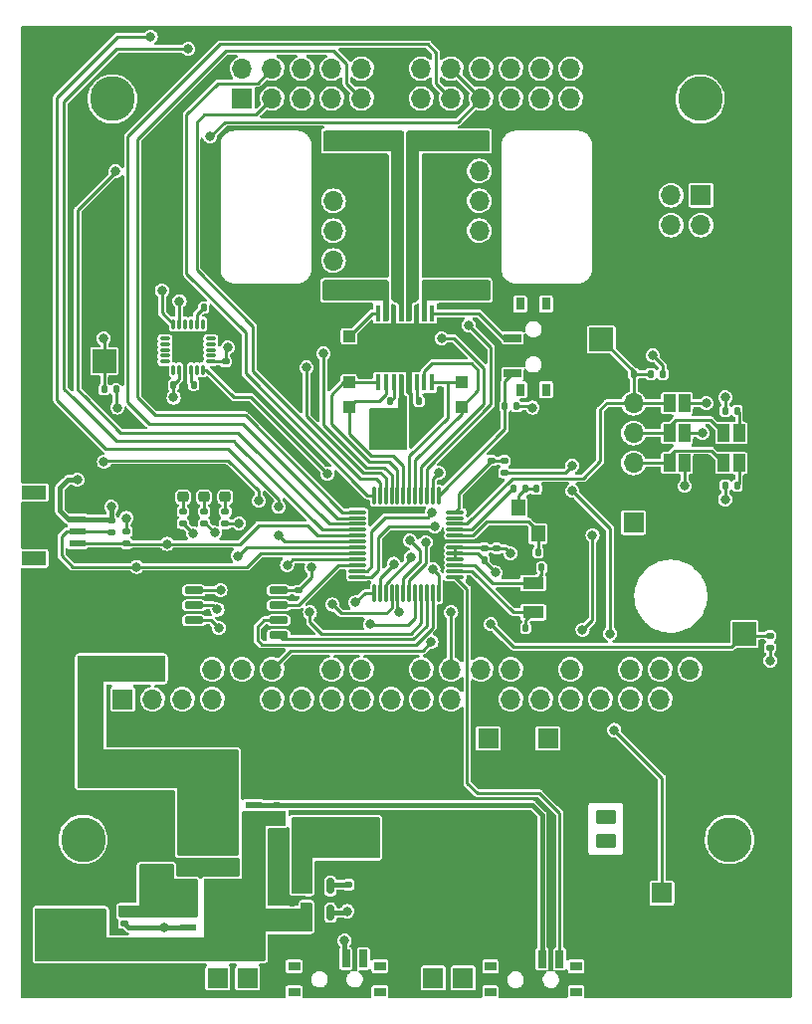
<source format=gtl>
%TF.GenerationSoftware,KiCad,Pcbnew,(6.0.0-0)*%
%TF.CreationDate,2022-06-01T15:58:02+02:00*%
%TF.ProjectId,Zumo_PiZero,5a756d6f-5f50-4695-9a65-726f2e6b6963,rev?*%
%TF.SameCoordinates,Original*%
%TF.FileFunction,Copper,L1,Top*%
%TF.FilePolarity,Positive*%
%FSLAX46Y46*%
G04 Gerber Fmt 4.6, Leading zero omitted, Abs format (unit mm)*
G04 Created by KiCad (PCBNEW (6.0.0-0)) date 2022-06-01 15:58:02*
%MOMM*%
%LPD*%
G01*
G04 APERTURE LIST*
G04 Aperture macros list*
%AMRoundRect*
0 Rectangle with rounded corners*
0 $1 Rounding radius*
0 $2 $3 $4 $5 $6 $7 $8 $9 X,Y pos of 4 corners*
0 Add a 4 corners polygon primitive as box body*
4,1,4,$2,$3,$4,$5,$6,$7,$8,$9,$2,$3,0*
0 Add four circle primitives for the rounded corners*
1,1,$1+$1,$2,$3*
1,1,$1+$1,$4,$5*
1,1,$1+$1,$6,$7*
1,1,$1+$1,$8,$9*
0 Add four rect primitives between the rounded corners*
20,1,$1+$1,$2,$3,$4,$5,0*
20,1,$1+$1,$4,$5,$6,$7,0*
20,1,$1+$1,$6,$7,$8,$9,0*
20,1,$1+$1,$8,$9,$2,$3,0*%
G04 Aperture macros list end*
%TA.AperFunction,SMDPad,CuDef*%
%ADD10RoundRect,0.150000X-0.650000X-0.150000X0.650000X-0.150000X0.650000X0.150000X-0.650000X0.150000X0*%
%TD*%
%TA.AperFunction,SMDPad,CuDef*%
%ADD11RoundRect,0.135000X-0.185000X0.135000X-0.185000X-0.135000X0.185000X-0.135000X0.185000X0.135000X0*%
%TD*%
%TA.AperFunction,ComponentPad*%
%ADD12R,1.700000X1.700000*%
%TD*%
%TA.AperFunction,ComponentPad*%
%ADD13RoundRect,0.250000X-0.625000X0.350000X-0.625000X-0.350000X0.625000X-0.350000X0.625000X0.350000X0*%
%TD*%
%TA.AperFunction,WasherPad*%
%ADD14C,3.800000*%
%TD*%
%TA.AperFunction,SMDPad,CuDef*%
%ADD15RoundRect,0.140000X-0.140000X-0.170000X0.140000X-0.170000X0.140000X0.170000X-0.140000X0.170000X0*%
%TD*%
%TA.AperFunction,SMDPad,CuDef*%
%ADD16RoundRect,0.135000X0.135000X0.185000X-0.135000X0.185000X-0.135000X-0.185000X0.135000X-0.185000X0*%
%TD*%
%TA.AperFunction,SMDPad,CuDef*%
%ADD17R,1.348740X0.599440*%
%TD*%
%TA.AperFunction,SMDPad,CuDef*%
%ADD18R,1.998980X1.198880*%
%TD*%
%TA.AperFunction,SMDPad,CuDef*%
%ADD19R,0.449999X1.400000*%
%TD*%
%TA.AperFunction,SMDPad,CuDef*%
%ADD20R,2.560000X2.460000*%
%TD*%
%TA.AperFunction,SMDPad,CuDef*%
%ADD21RoundRect,0.140000X0.170000X-0.140000X0.170000X0.140000X-0.170000X0.140000X-0.170000X-0.140000X0*%
%TD*%
%TA.AperFunction,SMDPad,CuDef*%
%ADD22RoundRect,0.140000X0.140000X0.170000X-0.140000X0.170000X-0.140000X-0.170000X0.140000X-0.170000X0*%
%TD*%
%TA.AperFunction,SMDPad,CuDef*%
%ADD23R,1.200000X1.400000*%
%TD*%
%TA.AperFunction,SMDPad,CuDef*%
%ADD24R,2.000000X2.000000*%
%TD*%
%TA.AperFunction,ComponentPad*%
%ADD25O,1.700000X1.700000*%
%TD*%
%TA.AperFunction,SMDPad,CuDef*%
%ADD26RoundRect,0.150000X0.150000X-0.512500X0.150000X0.512500X-0.150000X0.512500X-0.150000X-0.512500X0*%
%TD*%
%TA.AperFunction,SMDPad,CuDef*%
%ADD27R,1.420000X0.610000*%
%TD*%
%TA.AperFunction,SMDPad,CuDef*%
%ADD28R,3.910000X3.750000*%
%TD*%
%TA.AperFunction,SMDPad,CuDef*%
%ADD29RoundRect,0.250000X-0.250000X-0.475000X0.250000X-0.475000X0.250000X0.475000X-0.250000X0.475000X0*%
%TD*%
%TA.AperFunction,SMDPad,CuDef*%
%ADD30RoundRect,0.140000X-0.170000X0.140000X-0.170000X-0.140000X0.170000X-0.140000X0.170000X0.140000X0*%
%TD*%
%TA.AperFunction,SMDPad,CuDef*%
%ADD31R,1.000000X1.000000*%
%TD*%
%TA.AperFunction,SMDPad,CuDef*%
%ADD32R,1.000000X0.800000*%
%TD*%
%TA.AperFunction,SMDPad,CuDef*%
%ADD33R,0.700000X1.500000*%
%TD*%
%TA.AperFunction,SMDPad,CuDef*%
%ADD34RoundRect,0.135000X-0.135000X-0.185000X0.135000X-0.185000X0.135000X0.185000X-0.135000X0.185000X0*%
%TD*%
%TA.AperFunction,SMDPad,CuDef*%
%ADD35RoundRect,0.135000X0.185000X-0.135000X0.185000X0.135000X-0.185000X0.135000X-0.185000X-0.135000X0*%
%TD*%
%TA.AperFunction,SMDPad,CuDef*%
%ADD36RoundRect,0.218750X-0.256250X0.218750X-0.256250X-0.218750X0.256250X-0.218750X0.256250X0.218750X0*%
%TD*%
%TA.AperFunction,SMDPad,CuDef*%
%ADD37RoundRect,0.075000X0.662500X0.075000X-0.662500X0.075000X-0.662500X-0.075000X0.662500X-0.075000X0*%
%TD*%
%TA.AperFunction,SMDPad,CuDef*%
%ADD38RoundRect,0.075000X0.075000X0.662500X-0.075000X0.662500X-0.075000X-0.662500X0.075000X-0.662500X0*%
%TD*%
%TA.AperFunction,SMDPad,CuDef*%
%ADD39RoundRect,0.075000X-0.350000X-0.075000X0.350000X-0.075000X0.350000X0.075000X-0.350000X0.075000X0*%
%TD*%
%TA.AperFunction,SMDPad,CuDef*%
%ADD40RoundRect,0.075000X0.075000X-0.350000X0.075000X0.350000X-0.075000X0.350000X-0.075000X-0.350000X0*%
%TD*%
%TA.AperFunction,SMDPad,CuDef*%
%ADD41R,1.000000X1.500000*%
%TD*%
%TA.AperFunction,SMDPad,CuDef*%
%ADD42R,1.800000X1.000000*%
%TD*%
%TA.AperFunction,SMDPad,CuDef*%
%ADD43R,0.800000X1.000000*%
%TD*%
%TA.AperFunction,SMDPad,CuDef*%
%ADD44R,1.500000X0.700000*%
%TD*%
%TA.AperFunction,ViaPad*%
%ADD45C,0.800000*%
%TD*%
%TA.AperFunction,Conductor*%
%ADD46C,0.250000*%
%TD*%
%TA.AperFunction,Conductor*%
%ADD47C,0.400000*%
%TD*%
G04 APERTURE END LIST*
D10*
%TO.P,U6,1,~{CS}*%
%TO.N,/Controller MCU/SPI_~{SS}*%
X94922000Y-108213000D03*
%TO.P,U6,2,DO(IO1)*%
%TO.N,/Controller MCU/SPI_MISO*%
X94922000Y-109483000D03*
%TO.P,U6,3,IO2*%
%TO.N,/Controller MCU/FLASH_~{WP}*%
X94922000Y-110753000D03*
%TO.P,U6,4,GND*%
%TO.N,GND*%
X94922000Y-112023000D03*
%TO.P,U6,5,DI(IO0)*%
%TO.N,/Controller MCU/SPI_MOSI*%
X102122000Y-112023000D03*
%TO.P,U6,6,CLK*%
%TO.N,/Controller MCU/SPI_CLK*%
X102122000Y-110753000D03*
%TO.P,U6,7,IO3*%
%TO.N,/Controller MCU/FLASH_~{RST}*%
X102122000Y-109483000D03*
%TO.P,U6,8,VCC*%
%TO.N,+3V3*%
X102122000Y-108213000D03*
%TD*%
D11*
%TO.P,R1,1*%
%TO.N,VPP*%
X89000000Y-135500000D03*
%TO.P,R1,2*%
%TO.N,Net-(D1-Pad4)*%
X89000000Y-136520000D03*
%TD*%
%TO.P,R11,1*%
%TO.N,/Controller MCU/BATT_LEVEL*%
X121349000Y-97173000D03*
%TO.P,R11,2*%
%TO.N,+BATT*%
X121349000Y-98193000D03*
%TD*%
D12*
%TO.P,U1,1,GND*%
%TO.N,GND*%
X134750000Y-136495000D03*
%TO.P,U1,2,BATT+*%
%TO.N,+BATT*%
X134750000Y-133955000D03*
D13*
%TO.P,U1,3,BATT+*%
%TO.N,unconnected-(U1-Pad3)*%
X129950000Y-129495000D03*
%TO.P,U1,4,GND*%
%TO.N,unconnected-(U1-Pad4)*%
X129950000Y-127495000D03*
D12*
%TO.P,U1,5,GND*%
%TO.N,GND*%
X127580000Y-120795000D03*
%TO.P,U1,6,!PG*%
%TO.N,~{PG}*%
X125040000Y-120795000D03*
%TO.P,U1,7,GND*%
%TO.N,GND*%
X122500000Y-120795000D03*
%TO.P,U1,8,!CHG*%
%TO.N,~{CHG}*%
X119960000Y-120795000D03*
%TO.P,U1,9,GND*%
%TO.N,GND*%
X91300000Y-127293000D03*
%TO.P,U1,10,GND*%
X91300000Y-129833000D03*
%TO.P,U1,11,5.17V*%
%TO.N,VPP*%
X91300000Y-132373000D03*
%TO.P,U1,12,5.17V*%
X91300000Y-134913000D03*
%TO.P,U1,13,V_{CC}*%
%TO.N,unconnected-(U1-Pad13)*%
X96960000Y-141195000D03*
%TO.P,U1,14,EN*%
%TO.N,unconnected-(U1-Pad14)*%
X99500000Y-141195000D03*
%TO.P,U1,15,GND*%
%TO.N,unconnected-(U1-Pad15)*%
X115300000Y-141195000D03*
%TO.P,U1,16,VBUS*%
%TO.N,unconnected-(U1-Pad16)*%
X117840000Y-141195000D03*
%TD*%
D14*
%TO.P,H1,*%
%TO.N,*%
X88000000Y-66400000D03*
%TD*%
%TO.P,H3,*%
%TO.N,*%
X140500000Y-129400000D03*
%TD*%
D11*
%TO.P,R7,1*%
%TO.N,/Controller MCU/BUTTON_1*%
X143957000Y-112049000D03*
%TO.P,R7,2*%
%TO.N,+3V3*%
X143957000Y-113069000D03*
%TD*%
D14*
%TO.P,H2,*%
%TO.N,*%
X138000000Y-66400000D03*
%TD*%
D15*
%TO.P,C5,1*%
%TO.N,/Controller MCU/OSC32_IN*%
X123163993Y-111403940D03*
%TO.P,C5,2*%
%TO.N,GND*%
X124123993Y-111403940D03*
%TD*%
%TO.P,C18,1*%
%TO.N,Net-(C18-Pad1)*%
X114080000Y-92104999D03*
%TO.P,C18,2*%
%TO.N,GND*%
X115040000Y-92104999D03*
%TD*%
D16*
%TO.P,R6,1*%
%TO.N,Net-(JP2-Pad2)*%
X141160000Y-92919000D03*
%TO.P,R6,2*%
%TO.N,+3V3*%
X140140000Y-92919000D03*
%TD*%
D17*
%TO.P,J4,1,Pin_1*%
%TO.N,GND*%
X85013285Y-101185400D03*
%TO.P,J4,2,Pin_2*%
%TO.N,+3V3*%
X85013285Y-102186160D03*
%TO.P,J4,3,Pin_3*%
%TO.N,SDA*%
X85013285Y-103181840D03*
%TO.P,J4,4,Pin_4*%
%TO.N,SCL*%
X85013285Y-104182600D03*
D18*
%TO.P,J4,GND*%
%TO.N,N/C*%
X81340445Y-105483080D03*
X81340445Y-99884920D03*
%TD*%
D19*
%TO.P,U7,1,SLEEP_N*%
%TO.N,Net-(SW6-Pad2)*%
X115174999Y-84625001D03*
%TO.P,U7,2,AOUT1*%
%TO.N,/Controller MCU/RIGHT_MOTOR_A*%
X114524998Y-84625001D03*
%TO.P,U7,3,AISEN*%
%TO.N,GND*%
X113874999Y-84625001D03*
%TO.P,U7,4,AOUT2*%
%TO.N,/Controller MCU/RIGHT_MOTOR_B*%
X113224998Y-84625001D03*
%TO.P,U7,5,BOUT2*%
%TO.N,/Controller MCU/LEFT_MOTOR_A*%
X112574999Y-84625001D03*
%TO.P,U7,6,BISEN*%
%TO.N,GND*%
X111924998Y-84625001D03*
%TO.P,U7,7,BOUT1*%
%TO.N,/Controller MCU/LEFT_MOTOR_B*%
X111274999Y-84625001D03*
%TO.P,U7,8,FAULT_N*%
%TO.N,Net-(TP5-Pad1)*%
X110624998Y-84625001D03*
%TO.P,U7,9,BIN1*%
%TO.N,/Controller MCU/LEFT_MOTOR_SPEED*%
X110624998Y-90525002D03*
%TO.P,U7,10,BIN2*%
%TO.N,/Controller MCU/LEFT_MOTOR_DIRECTION*%
X111274999Y-90525002D03*
%TO.P,U7,11,VCP*%
%TO.N,Net-(C19-Pad1)*%
X111924998Y-90525002D03*
%TO.P,U7,12,VM*%
%TO.N,VDC*%
X112574999Y-90525002D03*
%TO.P,U7,13,GND*%
%TO.N,GND*%
X113224998Y-90525002D03*
%TO.P,U7,14,VINT*%
%TO.N,Net-(C18-Pad1)*%
X113874999Y-90525002D03*
%TO.P,U7,15,AIN2*%
%TO.N,/Controller MCU/RIGHT_MOTOR_SPEED*%
X114524998Y-90525002D03*
%TO.P,U7,16,AIN1*%
%TO.N,/Controller MCU/RIGHT_MOTOR_DIRECTION*%
X115174999Y-90525002D03*
D20*
%TO.P,U7,17,PPAD*%
%TO.N,GND*%
X112900000Y-87575000D03*
%TD*%
D21*
%TO.P,C16,1*%
%TO.N,+3V3*%
X103822000Y-108206000D03*
%TO.P,C16,2*%
%TO.N,GND*%
X103822000Y-107246000D03*
%TD*%
%TO.P,C1,1*%
%TO.N,VDC*%
X103250000Y-135750000D03*
%TO.P,C1,2*%
%TO.N,GND*%
X103250000Y-134790000D03*
%TD*%
D11*
%TO.P,R15,1*%
%TO.N,Net-(D4-Pad2)*%
X95800000Y-101490000D03*
%TO.P,R15,2*%
%TO.N,/Controller MCU/GREEN_LED*%
X95800000Y-102510000D03*
%TD*%
D22*
%TO.P,C12,1*%
%TO.N,+3V3*%
X93175000Y-90747000D03*
%TO.P,C12,2*%
%TO.N,GND*%
X92215000Y-90747000D03*
%TD*%
D23*
%TO.P,Y1,1,1*%
%TO.N,/Controller MCU/OSC_IN*%
X124205521Y-103376790D03*
%TO.P,Y1,2,2*%
%TO.N,GND*%
X124205521Y-101176790D03*
%TO.P,Y1,3,3*%
%TO.N,Net-(C7-Pad1)*%
X122505521Y-101176790D03*
%TO.P,Y1,4,4*%
%TO.N,GND*%
X122505521Y-103376790D03*
%TD*%
D24*
%TO.P,SW3,1,1*%
%TO.N,/Controller MCU/MCU_~{RST}*%
X129603000Y-86855000D03*
%TO.P,SW3,2,2*%
%TO.N,GND*%
X137603000Y-86855000D03*
%TD*%
D11*
%TO.P,R13,1*%
%TO.N,Net-(D3-Pad2)*%
X94000000Y-101490000D03*
%TO.P,R13,2*%
%TO.N,/Controller MCU/RED_LED*%
X94000000Y-102510000D03*
%TD*%
D22*
%TO.P,C9,1*%
%TO.N,/Controller MCU/OSC32_OUT*%
X124513608Y-106254082D03*
%TO.P,C9,2*%
%TO.N,GND*%
X123553608Y-106254082D03*
%TD*%
D12*
%TO.P,J5,1,Pin_1*%
%TO.N,/Controller MCU/LEFT_MOTOR_A*%
X106801000Y-69983000D03*
D25*
%TO.P,J5,2,Pin_2*%
%TO.N,GND*%
X106801000Y-72523000D03*
%TO.P,J5,3,Pin_3*%
%TO.N,/Controller MCU/LEFT_ENCODER_A*%
X106801000Y-75063000D03*
%TO.P,J5,4,Pin_4*%
%TO.N,/Controller MCU/LEFT_ENCODER_B*%
X106801000Y-77603000D03*
%TO.P,J5,5,Pin_5*%
%TO.N,+3V3*%
X106801000Y-80143000D03*
%TO.P,J5,6,Pin_6*%
%TO.N,/Controller MCU/LEFT_MOTOR_B*%
X106801000Y-82683000D03*
%TD*%
D26*
%TO.P,U2,1,IN*%
%TO.N,VDC*%
X104650000Y-135637500D03*
%TO.P,U2,2,GND*%
%TO.N,GND*%
X105600000Y-135637500D03*
%TO.P,U2,3,EN*%
%TO.N,VDC*%
X106550000Y-135637500D03*
%TO.P,U2,4,NR*%
%TO.N,Net-(C2-Pad1)*%
X106550000Y-133362500D03*
%TO.P,U2,5,OUT*%
%TO.N,+3V3*%
X104650000Y-133362500D03*
%TD*%
D27*
%TO.P,D1,1,S1*%
%TO.N,VPP*%
X94470000Y-133095000D03*
%TO.P,D1,2,S2*%
X94470000Y-134365000D03*
%TO.P,D1,3,S3*%
X94470000Y-135635000D03*
%TO.P,D1,4,G*%
%TO.N,Net-(D1-Pad4)*%
X94470000Y-136905000D03*
%TO.P,D1,5,D5*%
%TO.N,VDC*%
X99960000Y-136905000D03*
%TO.P,D1,6,D6*%
X99960000Y-135630000D03*
%TO.P,D1,7,D7*%
X99960000Y-134365000D03*
%TO.P,D1,8,D8*%
X99960000Y-133095000D03*
D28*
%TO.P,D1,9,D9*%
X97875000Y-135000000D03*
%TD*%
D29*
%TO.P,C17,1*%
%TO.N,VDC*%
X112500000Y-93641999D03*
%TO.P,C17,2*%
%TO.N,GND*%
X114400000Y-93641999D03*
%TD*%
D12*
%TO.P,J6,1,Pin_1*%
%TO.N,/Controller MCU/RIGHT_MOTOR_B*%
X119199000Y-69983000D03*
D25*
%TO.P,J6,2,Pin_2*%
%TO.N,+3V3*%
X119199000Y-72523000D03*
%TO.P,J6,3,Pin_3*%
%TO.N,/Controller MCU/RIGHT_ENCODER_A*%
X119199000Y-75063000D03*
%TO.P,J6,4,Pin_4*%
%TO.N,/Controller MCU/RIGHT_ENCODER_B*%
X119199000Y-77603000D03*
%TO.P,J6,5,Pin_5*%
%TO.N,GND*%
X119199000Y-80143000D03*
%TO.P,J6,6,Pin_6*%
%TO.N,/Controller MCU/RIGHT_MOTOR_A*%
X119199000Y-82683000D03*
%TD*%
D30*
%TO.P,C13,1*%
%TO.N,+3V3*%
X97608000Y-88738000D03*
%TO.P,C13,2*%
%TO.N,GND*%
X97608000Y-89698000D03*
%TD*%
D15*
%TO.P,C7,1*%
%TO.N,Net-(C7-Pad1)*%
X124057097Y-99570692D03*
%TO.P,C7,2*%
%TO.N,GND*%
X125017097Y-99570692D03*
%TD*%
D31*
%TO.P,TP3,1,1*%
%TO.N,/Controller MCU/RIGHT_MOTOR_DIRECTION*%
X117675000Y-90525000D03*
%TD*%
D15*
%TO.P,C19,1*%
%TO.N,Net-(C19-Pad1)*%
X111629000Y-92110999D03*
%TO.P,C19,2*%
%TO.N,VDC*%
X112589000Y-92110999D03*
%TD*%
D32*
%TO.P,SW2,*%
%TO.N,*%
X127450000Y-142430000D03*
X120150000Y-142430000D03*
X120150000Y-140220000D03*
X127450000Y-140220000D03*
D33*
%TO.P,SW2,1,A*%
%TO.N,GND*%
X121550000Y-139570000D03*
%TO.P,SW2,2,B*%
%TO.N,Net-(D2-Pad4)*%
X124550000Y-139570000D03*
%TO.P,SW2,3,C*%
%TO.N,Pi_Power*%
X126050000Y-139570000D03*
%TD*%
D34*
%TO.P,R14,1*%
%TO.N,/Controller MCU/MOTOR_~{SLEEP}*%
X121380000Y-92550000D03*
%TO.P,R14,2*%
%TO.N,+3V3*%
X122400000Y-92550000D03*
%TD*%
D24*
%TO.P,SW4,1,1*%
%TO.N,/Controller MCU/BUTTON_1*%
X141756000Y-111913000D03*
%TO.P,SW4,2,2*%
%TO.N,GND*%
X141756000Y-103913000D03*
%TD*%
D22*
%TO.P,C4,1*%
%TO.N,/Controller MCU/MCU_~{RST}*%
X132333000Y-89784000D03*
%TO.P,C4,2*%
%TO.N,GND*%
X131373000Y-89784000D03*
%TD*%
D35*
%TO.P,R2,1*%
%TO.N,VDC*%
X102000000Y-127510000D03*
%TO.P,R2,2*%
%TO.N,Net-(D2-Pad4)*%
X102000000Y-126490000D03*
%TD*%
D16*
%TO.P,R5,1*%
%TO.N,Net-(JP1-Pad2)*%
X141160000Y-99269000D03*
%TO.P,R5,2*%
%TO.N,+3V3*%
X140140000Y-99269000D03*
%TD*%
D22*
%TO.P,C6,1*%
%TO.N,/Controller MCU/OSC_IN*%
X124206000Y-104967000D03*
%TO.P,C6,2*%
%TO.N,GND*%
X123246000Y-104967000D03*
%TD*%
D36*
%TO.P,D5,1,K*%
%TO.N,GND*%
X97600000Y-98675000D03*
%TO.P,D5,2,A*%
%TO.N,Net-(D5-Pad2)*%
X97600000Y-100250000D03*
%TD*%
D37*
%TO.P,U5,1,PC_{13}*%
%TO.N,Pi_Power*%
X117162500Y-107050000D03*
%TO.P,U5,2,PC14RCC_OSC32_IN*%
%TO.N,/Controller MCU/OSC32_IN*%
X117162500Y-106550000D03*
%TO.P,U5,3,PC15RCC_OSC32_OUT*%
%TO.N,/Controller MCU/OSC32_OUT*%
X117162500Y-106050000D03*
%TO.P,U5,4,VBAT*%
%TO.N,+3V3*%
X117162500Y-105550000D03*
%TO.P,U5,5,VREF+*%
X117162500Y-105050000D03*
%TO.P,U5,6,VDD/VDDA*%
X117162500Y-104550000D03*
%TO.P,U5,7,VSS/VSSA*%
%TO.N,GND*%
X117162500Y-104050000D03*
%TO.P,U5,8,RCC_OSC_IN*%
%TO.N,/Controller MCU/OSC_IN*%
X117162500Y-103550000D03*
%TO.P,U5,9,RCC_OSC_OUT*%
%TO.N,/Controller MCU/OSC_OUT*%
X117162500Y-103050000D03*
%TO.P,U5,10,~{RST}*%
%TO.N,/Controller MCU/MCU_~{RST}*%
X117162500Y-102550000D03*
%TO.P,U5,11,PA_{0}*%
%TO.N,unconnected-(U5-Pad11)*%
X117162500Y-102050000D03*
%TO.P,U5,12,PA_{1}*%
%TO.N,/Controller MCU/BATT_LEVEL*%
X117162500Y-101550000D03*
D38*
%TO.P,U5,13,PA_{2}*%
%TO.N,/Controller MCU/MOTOR_~{SLEEP}*%
X115750000Y-100137500D03*
%TO.P,U5,14,PA_{3}*%
%TO.N,/Controller MCU/MPU6050_INT*%
X115250000Y-100137500D03*
%TO.P,U5,15,PA_{4}*%
%TO.N,/Controller MCU/RIGHT_ENCODER_B*%
X114750000Y-100137500D03*
%TO.P,U5,16,PA_{5}*%
%TO.N,/Controller MCU/RIGHT_ENCODER_A*%
X114250000Y-100137500D03*
%TO.P,U5,17,PA_{6}*%
%TO.N,/Controller MCU/RIGHT_MOTOR_SPEED*%
X113750000Y-100137500D03*
%TO.P,U5,18,PA_{7}*%
%TO.N,/Controller MCU/RIGHT_MOTOR_DIRECTION*%
X113250000Y-100137500D03*
%TO.P,U5,19,PB_{0}*%
%TO.N,/Controller MCU/LEFT_MOTOR_DIRECTION*%
X112750000Y-100137500D03*
%TO.P,U5,20,PB_{1}*%
%TO.N,/Controller MCU/LEFT_MOTOR_SPEED*%
X112250000Y-100137500D03*
%TO.P,U5,21,PB_{2}*%
%TO.N,/Controller MCU/LEFT_ENCODER_A*%
X111750000Y-100137500D03*
%TO.P,U5,22,PB_{10}*%
%TO.N,/Controller MCU/LEFT_ENCODER_B*%
X111250000Y-100137500D03*
%TO.P,U5,23,PB_{11}*%
%TO.N,/Controller MCU/ZSA_0*%
X110750000Y-100137500D03*
%TO.P,U5,24,PB_{12}*%
%TO.N,/Controller MCU/ZSA_1*%
X110250000Y-100137500D03*
D37*
%TO.P,U5,25,PB_{13}*%
%TO.N,/Controller MCU/ZSA_2*%
X108837500Y-101550000D03*
%TO.P,U5,26,PB_{14}*%
%TO.N,/Controller MCU/ZSA_5*%
X108837500Y-102050000D03*
%TO.P,U5,27,PB_{15}*%
%TO.N,/Controller MCU/ZSA_LED*%
X108837500Y-102550000D03*
%TO.P,U5,28,PA_{8}*%
%TO.N,/Controller MCU/ZSA_4*%
X108837500Y-103050000D03*
%TO.P,U5,29,PA_{9}*%
%TO.N,SCL*%
X108837500Y-103550000D03*
%TO.P,U5,30,PC_{6}*%
%TO.N,/Controller MCU/ZSA_3*%
X108837500Y-104050000D03*
%TO.P,U5,31,PC_{7}*%
%TO.N,/Controller MCU/BLUE_LED*%
X108837500Y-104550000D03*
%TO.P,U5,32,PA_{10}*%
%TO.N,SDA*%
X108837500Y-105050000D03*
%TO.P,U5,33,PA_{11}*%
%TO.N,/Controller MCU/GREEN_LED*%
X108837500Y-105550000D03*
%TO.P,U5,34,PA_{12}*%
%TO.N,/Controller MCU/FLASH_~{RST}*%
X108837500Y-106050000D03*
%TO.P,U5,35,PA_{13}*%
%TO.N,/Controller MCU/MCU_SWDIO*%
X108837500Y-106550000D03*
%TO.P,U5,36,PA_{14}*%
%TO.N,/Controller MCU/MCU_SWCLK*%
X108837500Y-107050000D03*
D38*
%TO.P,U5,37,PA_{15}*%
%TO.N,RPI_POWER_STATUS*%
X110250000Y-108462500D03*
%TO.P,U5,38,PD_{0}*%
%TO.N,/Controller MCU/BUTTON_2*%
X110750000Y-108462500D03*
%TO.P,U5,39,PD_{1}*%
%TO.N,/Controller MCU/RED_LED*%
X111250000Y-108462500D03*
%TO.P,U5,40,PD_{2}*%
%TO.N,/Controller MCU/FLASH_~{WP}*%
X111750000Y-108462500D03*
%TO.P,U5,41,PD_{3}*%
%TO.N,RPI_POWER_DOWN*%
X112250000Y-108462500D03*
%TO.P,U5,42,PB_{3}*%
%TO.N,/Controller MCU/SERVO1*%
X112750000Y-108462500D03*
%TO.P,U5,43,PB_{4}*%
%TO.N,/Controller MCU/SERVO2*%
X113250000Y-108462500D03*
%TO.P,U5,44,PB_{5}*%
%TO.N,/Controller MCU/BUTTON_1*%
X113750000Y-108462500D03*
%TO.P,U5,45,PB_{6}*%
%TO.N,/Controller MCU/SPI_MISO*%
X114250000Y-108462500D03*
%TO.P,U5,46,PB_{7}*%
%TO.N,/Controller MCU/SPI_MOSI*%
X114750000Y-108462500D03*
%TO.P,U5,47,PB_{8}*%
%TO.N,/Controller MCU/SPI_CLK*%
X115250000Y-108462500D03*
%TO.P,U5,48,PB_{9}*%
%TO.N,/Controller MCU/SPI_~{SS}*%
X115750000Y-108462500D03*
%TD*%
D34*
%TO.P,R8,1*%
%TO.N,/Controller MCU/BUTTON_2*%
X87280000Y-91100000D03*
%TO.P,R8,2*%
%TO.N,+3V3*%
X88300000Y-91100000D03*
%TD*%
D35*
%TO.P,R12,1*%
%TO.N,GND*%
X120247000Y-98182000D03*
%TO.P,R12,2*%
%TO.N,/Controller MCU/BATT_LEVEL*%
X120247000Y-97162000D03*
%TD*%
D39*
%TO.P,U4,1,CLKIN*%
%TO.N,GND*%
X92466000Y-86244000D03*
%TO.P,U4,2*%
%TO.N,N/C*%
X92466000Y-86744000D03*
%TO.P,U4,3*%
X92466000Y-87244000D03*
%TO.P,U4,4*%
X92466000Y-87744000D03*
%TO.P,U4,5*%
X92466000Y-88244000D03*
%TO.P,U4,6,AUX_SDA*%
%TO.N,unconnected-(U4-Pad6)*%
X92466000Y-88744000D03*
D40*
%TO.P,U4,7,AUX_SCL*%
%TO.N,unconnected-(U4-Pad7)*%
X93166000Y-89444000D03*
%TO.P,U4,8,VDDIO*%
%TO.N,+3V3*%
X93666000Y-89444000D03*
%TO.P,U4,9,AD0*%
%TO.N,GND*%
X94166000Y-89444000D03*
%TO.P,U4,10,REGOUT*%
%TO.N,Net-(C14-Pad1)*%
X94666000Y-89444000D03*
%TO.P,U4,11,FSYNC*%
%TO.N,unconnected-(U4-Pad11)*%
X95166000Y-89444000D03*
%TO.P,U4,12,INT*%
%TO.N,/Controller MCU/MPU6050_INT*%
X95666000Y-89444000D03*
D39*
%TO.P,U4,13,VDD*%
%TO.N,+3V3*%
X96366000Y-88744000D03*
%TO.P,U4,14*%
%TO.N,N/C*%
X96366000Y-88244000D03*
%TO.P,U4,15*%
X96366000Y-87744000D03*
%TO.P,U4,16*%
X96366000Y-87244000D03*
%TO.P,U4,17*%
X96366000Y-86744000D03*
%TO.P,U4,18,GND*%
%TO.N,GND*%
X96366000Y-86244000D03*
D40*
%TO.P,U4,19*%
%TO.N,N/C*%
X95666000Y-85544000D03*
%TO.P,U4,20,CPOUT*%
%TO.N,Net-(C15-Pad1)*%
X95166000Y-85544000D03*
%TO.P,U4,21*%
%TO.N,N/C*%
X94666000Y-85544000D03*
%TO.P,U4,22*%
X94166000Y-85544000D03*
%TO.P,U4,23,SCL*%
%TO.N,SCL*%
X93666000Y-85544000D03*
%TO.P,U4,24,SDA*%
%TO.N,SDA*%
X93166000Y-85544000D03*
%TD*%
D12*
%TO.P,J2,1,Pin_1*%
%TO.N,/Controller MCU/SERVO1*%
X138065000Y-74583000D03*
D25*
%TO.P,J2,2,Pin_2*%
%TO.N,/Controller MCU/SERVO2*%
X138065000Y-77123000D03*
%TO.P,J2,3,Pin_3*%
%TO.N,VDC*%
X135525000Y-74583000D03*
%TO.P,J2,4,Pin_4*%
X135525000Y-77123000D03*
%TO.P,J2,5,Pin_5*%
%TO.N,GND*%
X132985000Y-74583000D03*
%TO.P,J2,6,Pin_6*%
X132985000Y-77123000D03*
%TD*%
D22*
%TO.P,C15,1*%
%TO.N,Net-(C15-Pad1)*%
X95750000Y-84150000D03*
%TO.P,C15,2*%
%TO.N,GND*%
X94790000Y-84150000D03*
%TD*%
D32*
%TO.P,SW1,*%
%TO.N,*%
X110750000Y-142400000D03*
X103450000Y-140190000D03*
X110750000Y-140190000D03*
X103450000Y-142400000D03*
D33*
%TO.P,SW1,1,A*%
%TO.N,GND*%
X104850000Y-139540000D03*
%TO.P,SW1,2,B*%
%TO.N,Net-(D1-Pad4)*%
X107850000Y-139540000D03*
%TO.P,SW1,3,C*%
%TO.N,unconnected-(SW1-Pad3)*%
X109350000Y-139540000D03*
%TD*%
D41*
%TO.P,JP5,1,A*%
%TO.N,~{RST}*%
X136685000Y-92284000D03*
%TO.P,JP5,2,B*%
%TO.N,/Controller MCU/MCU_~{RST}*%
X135385000Y-92284000D03*
%TD*%
%TO.P,JP1,1,A*%
%TO.N,/Controller MCU/MCU_SWCLK*%
X140000000Y-97364000D03*
%TO.P,JP1,2,B*%
%TO.N,Net-(JP1-Pad2)*%
X141300000Y-97364000D03*
%TD*%
D21*
%TO.P,C8,1*%
%TO.N,+3V3*%
X120682500Y-104630000D03*
%TO.P,C8,2*%
%TO.N,GND*%
X120682500Y-103670000D03*
%TD*%
D14*
%TO.P,H4,*%
%TO.N,*%
X85500000Y-129400000D03*
%TD*%
D12*
%TO.P,U3,1,3v3_Power*%
%TO.N,unconnected-(U3-Pad1)*%
X88870000Y-117474000D03*
D25*
%TO.P,U3,2,5V_Power*%
%TO.N,+5V*%
X88870000Y-114934000D03*
%TO.P,U3,3,GPIO2_WIRING8(I2C1_SDA/SMI_SA3/DPI_VSYNC/AVEOUT_VSYNC/AVEIN_VSYNC)*%
%TO.N,SDA*%
X91410000Y-117474000D03*
%TO.P,U3,4,5V_Power*%
%TO.N,+5V*%
X91410000Y-114934000D03*
%TO.P,U3,5,GPIO3_WIRING9(I2C1_SCL/SMI_SA2/DPI_HSYNC/AVEOUT_HSYNC/AVEIN_HSYNC)*%
%TO.N,SCL*%
X93950000Y-117474000D03*
%TO.P,U3,6,Ground*%
%TO.N,GND*%
X93950000Y-114934000D03*
%TO.P,U3,7,GPIO4_WIRING7(GPCLK0/SMI_SA1/DPI_D0/AVEOUT_VID0/AVEIN_VID0/JTAG_TDI)*%
%TO.N,unconnected-(U3-Pad7)*%
X96490000Y-117474000D03*
%TO.P,U3,8,(UART1_TXD/AVEIN_VID10/AVEOUT_VID10/DSI_D10/SMI_SD6/UART0_TXD)WIRING15_GPIO14*%
%TO.N,unconnected-(U3-Pad8)*%
X96490000Y-114934000D03*
%TO.P,U3,9,Ground*%
%TO.N,GND*%
X99030000Y-117474000D03*
%TO.P,U3,10,(UART1_RXD/AVEIN_VID11/AVEOUT_VID11/DPI_D11/SMI_SD7/UART0_RXD)WIRING16_GPIO15*%
%TO.N,unconnected-(U3-Pad10)*%
X99030000Y-114934000D03*
%TO.P,U3,11,GPIO17_WIRING0(FL1/SMI_SD9/DPI_D13/UART0_RTS/SPI1_CE1/UART1_RTS)*%
%TO.N,unconnected-(U3-Pad11)*%
X101570000Y-117474000D03*
%TO.P,U3,12,(PWM0/SPI1_CE0/I2CSCL_SDA_/MOSI/DPI_D14/SMI_SD10/PCM_CLK)WIRING1_GPIO18*%
%TO.N,~{RST}*%
X101570000Y-114934000D03*
%TO.P,U3,13,GPIO27_WIRING27(SD0_DAT3/TE1/DPI_D23/SD1_DAT3/JTAG_TMS)*%
%TO.N,unconnected-(U3-Pad13)*%
X104110000Y-117474000D03*
%TO.P,U3,14,Ground*%
%TO.N,GND*%
X104110000Y-114934000D03*
%TO.P,U3,15,GPIO22_WIRING3(SD0_CLK/SMI_SD14/DPI_D18/SD1_CLK/JTAG_TRST)*%
%TO.N,unconnected-(U3-Pad15)*%
X106650000Y-117474000D03*
%TO.P,U3,16,JTAG_RTCK/SD1_CMD/DPI_D19/SMI_SD15/SD0_CMD)WIRING4_GPIO23*%
%TO.N,RPI_POWER_STATUS*%
X106650000Y-114934000D03*
%TO.P,U3,17,3v3_Power*%
%TO.N,unconnected-(U3-Pad17)*%
X109190000Y-117474000D03*
%TO.P,U3,18,(JTAG_TDO/SD1_DAT0/DPI_D20/SMI_SD16/SD0_DAT0)WIRING5_GPIO24*%
%TO.N,SWDIO*%
X109190000Y-114934000D03*
%TO.P,U3,19,GPIO10_WIRING12(SPI0_MOSI/SMI_SD2/DPI_D6/AVEOUT_VID6/AVEIN_VID6)*%
%TO.N,unconnected-(U3-Pad19)*%
X111730000Y-117474000D03*
%TO.P,U3,20,Ground*%
%TO.N,GND*%
X111730000Y-114934000D03*
%TO.P,U3,21,GPIO9_WIRING13(SPI0_MISO/SMI_SD1/DPI_D5/AVEOUT_VID5/AVEIN_VID5)*%
%TO.N,unconnected-(U3-Pad21)*%
X114270000Y-117474000D03*
%TO.P,U3,22,(JTAG_TCK/SD1_DAT1/DPI_D21/SMI_SD17/SD0_DAT1)WIRING6_GPIO25*%
%TO.N,SWCLK*%
X114270000Y-114934000D03*
%TO.P,U3,23,GPIO11_WIRING14(SPI0_SCLK/SMI_SD3/DPI_D7/AVEOUT_VID7/AVEIN_VID7)*%
%TO.N,unconnected-(U3-Pad23)*%
X116810000Y-117474000D03*
%TO.P,U3,24,(AVEIN_VID4/AVEOUT_VID4/DPI_D4/SMI_SD0/SPI0_CE0)WIRING10_GPIO8*%
%TO.N,RPI_POWER_DOWN*%
X116810000Y-114934000D03*
%TO.P,U3,25,Ground*%
%TO.N,GND*%
X119350000Y-117474000D03*
%TO.P,U3,26,(AVEIN_VID3/AVEOUT_VID3/DPI_D3/SMI_SWE_N_/SRW_N/SPI0_CE1)WIRNG11_GPIO7*%
%TO.N,unconnected-(U3-Pad26)*%
X119350000Y-114934000D03*
%TO.P,U3,27,GPIO0_WIRING30(I2C0_SDA/SMI_SA5/DPI_CLK/AVEOUT_VCLK/AVEIN_VCLK)*%
%TO.N,unconnected-(U3-Pad27)*%
X121890000Y-117474000D03*
%TO.P,U3,28,(AVEIN_DSYNC/AVEOUT_DSYNC/DPI_DEN/SMI_SA4/I2C0_SCL)WIRING31_GPIO1*%
%TO.N,unconnected-(U3-Pad28)*%
X121890000Y-114934000D03*
%TO.P,U3,29,GPIO5_WIRING21(GPCLK1/SMI_SA0/DPI_D1/AVEOUT_VID1/AVEIN_VID1/JTAG_TDO)*%
%TO.N,unconnected-(U3-Pad29)*%
X124430000Y-117474000D03*
%TO.P,U3,30,Ground*%
%TO.N,GND*%
X124430000Y-114934000D03*
%TO.P,U3,31,GPIO6_WIRING22(GPCLK2/SMI_SOE_N/SE/DPI_D2/AVEOUT_VID2/AVEIN_VID2/JTAG_RTCK)*%
%TO.N,unconnected-(U3-Pad31)*%
X126970000Y-117474000D03*
%TO.P,U3,32,(JTAG_TMS/AVEIN_VID8/AVEOUT_VID8/DPI_D8/SMI_SD4/PWM0)WIRING26_GPIO12*%
%TO.N,unconnected-(U3-Pad32)*%
X126970000Y-114934000D03*
%TO.P,U3,33,GPIO13_WIRING23(PWM1/SMI_SD5/DPI_D9/AVEOUT_VID9/AVEIN_VID9/JTAG_TCK)*%
%TO.N,unconnected-(U3-Pad33)*%
X129510000Y-117474000D03*
%TO.P,U3,34,Ground*%
%TO.N,GND*%
X129510000Y-114934000D03*
%TO.P,U3,35,GPIO19_WIRING24(PCM_FS/SMI_SD11/DPI_D15/I2CSL_SCL_/SCLK/SPI1_MISO/PWM1)*%
%TO.N,unconnected-(U3-Pad35)*%
X132050000Y-117474000D03*
%TO.P,U3,36,(UART1_CTS/SPI1_CE2/UART0_CTS/DPI_D12/SMI_SD8/FL0)WIRING27_GPIO16*%
%TO.N,unconnected-(U3-Pad36)*%
X132050000Y-114934000D03*
%TO.P,U3,37,GPIO26_WIRING25(SD0_DAT2/TE0/DPI_D22/SD1_DAT2/JTAG_TDI)*%
%TO.N,unconnected-(U3-Pad37)*%
X134590000Y-117474000D03*
%TO.P,U3,38,(GPCLK0/SPI1_MOSI/I2CSL_MISO/DPI_D16/SMI_SD12/PCM_DIN)WIRING28_GPIO20*%
%TO.N,unconnected-(U3-Pad38)*%
X134590000Y-114934000D03*
%TO.P,U3,39,Ground*%
%TO.N,GND*%
X137130000Y-117474000D03*
%TO.P,U3,40,(GPCLK1/SPI1_SCLK/I2CSL_CE/DPI_D17/SMI_SD13/PCM_DOUT)WIRING29_GPIO21*%
%TO.N,unconnected-(U3-Pad40)*%
X137130000Y-114934000D03*
%TD*%
D30*
%TO.P,C2,1*%
%TO.N,Net-(C2-Pad1)*%
X108100000Y-133250000D03*
%TO.P,C2,2*%
%TO.N,GND*%
X108100000Y-134210000D03*
%TD*%
D27*
%TO.P,D2,1,S1*%
%TO.N,VDC*%
X99994500Y-130300036D03*
%TO.P,D2,2,S2*%
X99994500Y-129030036D03*
%TO.P,D2,3,S3*%
X99994500Y-127760036D03*
%TO.P,D2,4,G*%
%TO.N,Net-(D2-Pad4)*%
X99994500Y-126490036D03*
%TO.P,D2,5,D5*%
%TO.N,+5V*%
X94504500Y-126490036D03*
%TO.P,D2,6,D6*%
X94504500Y-127765036D03*
%TO.P,D2,7,D7*%
X94504500Y-129030036D03*
%TO.P,D2,8,D8*%
X94504500Y-130300036D03*
D28*
%TO.P,D2,9,D9*%
X96589500Y-128395036D03*
%TD*%
D42*
%TO.P,Y2,1,1*%
%TO.N,/Controller MCU/OSC32_IN*%
X123784000Y-110073000D03*
%TO.P,Y2,2,2*%
%TO.N,/Controller MCU/OSC32_OUT*%
X123784000Y-107573000D03*
%TD*%
D41*
%TO.P,JP4,1,A*%
%TO.N,SWDIO*%
X136685000Y-94824000D03*
%TO.P,JP4,2,B*%
%TO.N,/Controller MCU/MCU_SWDIO*%
X135385000Y-94824000D03*
%TD*%
D12*
%TO.P,J3,1,Pin_1*%
%TO.N,+3V3*%
X132333000Y-102444000D03*
D25*
%TO.P,J3,2,Pin_2*%
%TO.N,GND*%
X132333000Y-99904000D03*
%TO.P,J3,3,Pin_3*%
%TO.N,/Controller MCU/MCU_SWCLK*%
X132333000Y-97364000D03*
%TO.P,J3,4,Pin_4*%
%TO.N,/Controller MCU/MCU_SWDIO*%
X132333000Y-94824000D03*
%TO.P,J3,5,Pin_5*%
%TO.N,/Controller MCU/MCU_~{RST}*%
X132333000Y-92284000D03*
%TD*%
D11*
%TO.P,R9,1*%
%TO.N,+3V3*%
X87879000Y-102219000D03*
%TO.P,R9,2*%
%TO.N,SDA*%
X87879000Y-103239000D03*
%TD*%
D34*
%TO.P,R3,1*%
%TO.N,/Controller MCU/MCU_~{RST}*%
X133812000Y-89784000D03*
%TO.P,R3,2*%
%TO.N,+3V3*%
X134832000Y-89784000D03*
%TD*%
D31*
%TO.P,TP2,1,1*%
%TO.N,/Controller MCU/LEFT_MOTOR_DIRECTION*%
X108125000Y-92625000D03*
%TD*%
D36*
%TO.P,D3,1,K*%
%TO.N,GND*%
X94000000Y-98675000D03*
%TO.P,D3,2,A*%
%TO.N,Net-(D3-Pad2)*%
X94000000Y-100250000D03*
%TD*%
D31*
%TO.P,TP1,1,1*%
%TO.N,/Controller MCU/RIGHT_MOTOR_SPEED*%
X117675000Y-92625000D03*
%TD*%
D41*
%TO.P,JP2,1,A*%
%TO.N,/Controller MCU/MCU_SWDIO*%
X140000000Y-94824000D03*
%TO.P,JP2,2,B*%
%TO.N,Net-(JP2-Pad2)*%
X141300000Y-94824000D03*
%TD*%
D31*
%TO.P,TP4,1,1*%
%TO.N,/Controller MCU/LEFT_MOTOR_SPEED*%
X108125000Y-90525000D03*
%TD*%
D21*
%TO.P,C10,1*%
%TO.N,+3V3*%
X119620000Y-104630000D03*
%TO.P,C10,2*%
%TO.N,GND*%
X119620000Y-103670000D03*
%TD*%
D43*
%TO.P,SW6,*%
%TO.N,*%
X122694000Y-91133000D03*
X124904000Y-83833000D03*
X122694000Y-83833000D03*
X124904000Y-91133000D03*
D44*
%TO.P,SW6,1,A*%
%TO.N,/Controller MCU/MOTOR_~{SLEEP}*%
X122044000Y-89733000D03*
%TO.P,SW6,2,B*%
%TO.N,Net-(SW6-Pad2)*%
X122044000Y-86733000D03*
%TO.P,SW6,3,C*%
%TO.N,GND*%
X122044000Y-85233000D03*
%TD*%
D31*
%TO.P,TP5,1,1*%
%TO.N,Net-(TP5-Pad1)*%
X108125000Y-86600000D03*
%TD*%
D24*
%TO.P,SW5,1,1*%
%TO.N,/Controller MCU/BUTTON_2*%
X87300000Y-88700000D03*
%TO.P,SW5,2,2*%
%TO.N,GND*%
X87300000Y-80700000D03*
%TD*%
D15*
%TO.P,C14,1*%
%TO.N,Net-(C14-Pad1)*%
X94918000Y-90703000D03*
%TO.P,C14,2*%
%TO.N,GND*%
X95878000Y-90703000D03*
%TD*%
D11*
%TO.P,R10,1*%
%TO.N,+3V3*%
X89189000Y-103217000D03*
%TO.P,R10,2*%
%TO.N,SCL*%
X89189000Y-104237000D03*
%TD*%
D15*
%TO.P,C3,1*%
%TO.N,+3V3*%
X104663000Y-131646000D03*
%TO.P,C3,2*%
%TO.N,GND*%
X105623000Y-131646000D03*
%TD*%
D16*
%TO.P,R4,1*%
%TO.N,Net-(C7-Pad1)*%
X123094068Y-99582006D03*
%TO.P,R4,2*%
%TO.N,/Controller MCU/OSC_OUT*%
X122074068Y-99582006D03*
%TD*%
D15*
%TO.P,C11,1*%
%TO.N,+3V3*%
X119620000Y-105634000D03*
%TO.P,C11,2*%
%TO.N,GND*%
X120580000Y-105634000D03*
%TD*%
D41*
%TO.P,JP3,1,A*%
%TO.N,SWCLK*%
X136685000Y-97364000D03*
%TO.P,JP3,2,B*%
%TO.N,/Controller MCU/MCU_SWCLK*%
X135385000Y-97364000D03*
%TD*%
D11*
%TO.P,R16,1*%
%TO.N,Net-(D5-Pad2)*%
X97600000Y-101490000D03*
%TO.P,R16,2*%
%TO.N,/Controller MCU/BLUE_LED*%
X97600000Y-102510000D03*
%TD*%
D36*
%TO.P,D4,1,K*%
%TO.N,GND*%
X95800000Y-98675000D03*
%TO.P,D4,2,A*%
%TO.N,Net-(D4-Pad2)*%
X95800000Y-100250000D03*
%TD*%
D12*
%TO.P,J1,1,V_POWER*%
%TO.N,VDC*%
X99030000Y-66350000D03*
D25*
%TO.P,J1,2,DUD2*%
%TO.N,unconnected-(J1-Pad2)*%
X99030000Y-63810000D03*
%TO.P,J1,3,ZSA_0*%
%TO.N,/Controller MCU/ZSA_0*%
X101570000Y-66350000D03*
%TO.P,J1,4,ZSA_1*%
%TO.N,/Controller MCU/ZSA_1*%
X101570000Y-63810000D03*
%TO.P,J1,5,DUD5*%
%TO.N,unconnected-(J1-Pad5)*%
X104110000Y-66350000D03*
%TO.P,J1,6,DUD6*%
%TO.N,unconnected-(J1-Pad6)*%
X104110000Y-63810000D03*
%TO.P,J1,7,DUD7*%
%TO.N,unconnected-(J1-Pad7)*%
X106650000Y-66350000D03*
%TO.P,J1,8,DUD8*%
%TO.N,unconnected-(J1-Pad8)*%
X106650000Y-63810000D03*
%TO.P,J1,9,ZSA2*%
%TO.N,/Controller MCU/ZSA_2*%
X109190000Y-66350000D03*
%TO.P,J1,10,DUD10*%
%TO.N,unconnected-(J1-Pad10)*%
X109190000Y-63810000D03*
%TO.P,J1,11,GND*%
%TO.N,GND*%
X111730000Y-66350000D03*
%TO.P,J1,12,GND*%
X111730000Y-63810000D03*
%TO.P,J1,13,DUD13*%
%TO.N,unconnected-(J1-Pad13)*%
X114270000Y-66350000D03*
%TO.P,J1,14,V_LOGIC*%
%TO.N,+3V3*%
X114270000Y-63810000D03*
%TO.P,J1,15,ZSA_5*%
%TO.N,/Controller MCU/ZSA_5*%
X116810000Y-66350000D03*
%TO.P,J1,16,LED_CONTRO1*%
%TO.N,/Controller MCU/ZSA_LED*%
X116810000Y-63810000D03*
%TO.P,J1,17,LED_CONTROL2*%
X119350000Y-66350000D03*
%TO.P,J1,18,ZSA_4*%
%TO.N,/Controller MCU/ZSA_4*%
X119350000Y-63810000D03*
%TO.P,J1,19,DUD19*%
%TO.N,unconnected-(J1-Pad19)*%
X121890000Y-66350000D03*
%TO.P,J1,20,DUD20*%
%TO.N,unconnected-(J1-Pad20)*%
X121890000Y-63810000D03*
%TO.P,J1,21,DUD21*%
%TO.N,unconnected-(J1-Pad21)*%
X124430000Y-66350000D03*
%TO.P,J1,22,ZSA_3*%
%TO.N,/Controller MCU/ZSA_3*%
X124430000Y-63810000D03*
%TO.P,J1,23,DUD23*%
%TO.N,unconnected-(J1-Pad23)*%
X126970000Y-66350000D03*
%TO.P,J1,24,DUD24*%
%TO.N,unconnected-(J1-Pad24)*%
X126970000Y-63810000D03*
%TD*%
D45*
%TO.N,GND*%
X121957000Y-135665000D03*
X121957000Y-130183000D03*
X114302000Y-130118000D03*
X109015000Y-132194000D03*
X102087000Y-133097000D03*
X102119000Y-130090000D03*
X87354000Y-133183000D03*
X103200000Y-120400000D03*
X88000000Y-105200000D03*
X130400000Y-141200000D03*
X112140000Y-86865000D03*
X117800000Y-133600000D03*
X99238000Y-99861000D03*
X92200000Y-63200000D03*
X85600000Y-105200000D03*
X100736000Y-86768000D03*
X110000000Y-124400000D03*
X144200000Y-141000000D03*
X98600000Y-90600000D03*
X116810000Y-97205000D03*
X113660000Y-88285000D03*
X96250000Y-131750000D03*
X115750000Y-92750000D03*
X91200000Y-80600000D03*
X144200000Y-63600000D03*
X144000000Y-122200000D03*
X126000000Y-106400000D03*
X89000000Y-112200000D03*
X126000000Y-104200000D03*
X144600000Y-79000000D03*
X144200000Y-69800000D03*
X102888000Y-88737000D03*
X91000000Y-74600000D03*
X135121000Y-86773000D03*
X126000000Y-101600000D03*
X98496000Y-110652000D03*
X116600000Y-124400000D03*
X85200000Y-72800000D03*
X144000000Y-130200000D03*
X86650000Y-100200000D03*
X131400000Y-69800000D03*
X137800000Y-141000000D03*
X96400000Y-92200000D03*
X91400000Y-110400000D03*
X103985000Y-84054000D03*
X116919000Y-85631000D03*
X111800000Y-137800000D03*
X87350000Y-77800000D03*
X88225000Y-126667000D03*
X111800000Y-133800000D03*
X131400000Y-63600000D03*
X122140000Y-106340000D03*
X144600000Y-90200000D03*
X99194000Y-108663000D03*
X85600000Y-97400000D03*
X144600000Y-102600000D03*
X98000000Y-131750000D03*
X89000000Y-108200000D03*
X129600000Y-91400000D03*
X132177000Y-86871000D03*
X117800000Y-137800000D03*
X93200000Y-77200000D03*
X138800000Y-102800000D03*
X107088000Y-107362000D03*
X105419000Y-86754000D03*
X112140000Y-88285000D03*
X101013000Y-101788000D03*
X107800000Y-99800000D03*
X103200000Y-124400000D03*
X82200000Y-62800000D03*
X110000000Y-120200000D03*
X91600000Y-120400000D03*
X113660000Y-86865000D03*
X85400000Y-108200000D03*
X97400000Y-120200000D03*
X111978000Y-104418000D03*
X119813000Y-99180000D03*
X126000000Y-108600000D03*
X112900000Y-87575000D03*
X85600000Y-112200000D03*
X116600000Y-120200000D03*
X91400000Y-100600000D03*
%TO.N,+3V3*%
X123750000Y-92650000D03*
X109250000Y-129250000D03*
X87900000Y-101100000D03*
X104750000Y-128000000D03*
X85000000Y-98800000D03*
X97800000Y-87550000D03*
X106750000Y-128000000D03*
X103750000Y-129250000D03*
X108500000Y-130500000D03*
X140139000Y-91792000D03*
X121848000Y-105056000D03*
X110250000Y-128000000D03*
X140122000Y-100466000D03*
X89200000Y-102050000D03*
X108500000Y-128000000D03*
X104932000Y-106274500D03*
X104750000Y-130500000D03*
X103750000Y-131750000D03*
X105750000Y-129250000D03*
X88400000Y-92650000D03*
X143983000Y-114183000D03*
X107500000Y-129250000D03*
X133964000Y-88222000D03*
X110250000Y-130500000D03*
X120600000Y-106700000D03*
X106750000Y-130500000D03*
X93200000Y-91800000D03*
%TO.N,SDA*%
X90050000Y-106200000D03*
X92200000Y-82700000D03*
%TO.N,SCL*%
X92650000Y-104250000D03*
X93700000Y-83600000D03*
%TO.N,SWDIO*%
X138196000Y-94830000D03*
%TO.N,SWCLK*%
X136679000Y-99313000D03*
%TO.N,VDC*%
X112590000Y-95800000D03*
X84750000Y-138500000D03*
X110270000Y-95800000D03*
X84750000Y-136750000D03*
X86250000Y-139250000D03*
X83250000Y-137750000D03*
X111430000Y-95800000D03*
X111430000Y-93480000D03*
X108000000Y-135500000D03*
X86250000Y-136000000D03*
X110270000Y-94640000D03*
X101750000Y-135750000D03*
X82000000Y-136750000D03*
X82000000Y-138500000D03*
X111430000Y-94640000D03*
X83250000Y-139250000D03*
X110270000Y-93480000D03*
X83250000Y-136000000D03*
X86250000Y-137500000D03*
%TO.N,Net-(D1-Pad4)*%
X107750000Y-138000000D03*
X92405000Y-136905000D03*
%TO.N,+BATT*%
X130694000Y-120089000D03*
X127127000Y-99743000D03*
X127113000Y-97584000D03*
X130353000Y-111887000D03*
%TO.N,/Controller MCU/MCU_SWCLK*%
X115411000Y-102756000D03*
%TO.N,/Controller MCU/MCU_SWDIO*%
X115201000Y-101573000D03*
%TO.N,~{RST}*%
X138527000Y-92290000D03*
X115128000Y-112602000D03*
X128844000Y-103512000D03*
X127993000Y-111560000D03*
%TO.N,/Controller MCU/LEFT_ENCODER_A*%
X105950000Y-88050000D03*
%TO.N,/Controller MCU/LEFT_ENCODER_B*%
X104500000Y-89250000D03*
%TO.N,/Controller MCU/RIGHT_ENCODER_A*%
X116000000Y-86750000D03*
%TO.N,/Controller MCU/RIGHT_ENCODER_B*%
X118294000Y-85640000D03*
%TO.N,/Controller MCU/ZSA_LED*%
X88250000Y-72550000D03*
X96300000Y-69600000D03*
%TO.N,/Controller MCU/ZSA_4*%
X94450000Y-62150000D03*
%TO.N,/Controller MCU/ZSA_3*%
X102161000Y-103562000D03*
X91250000Y-61100000D03*
X102150000Y-101100000D03*
%TO.N,/Controller MCU/MPU6050_INT*%
X106309000Y-98304000D03*
X115737000Y-98218000D03*
%TO.N,/Controller MCU/RED_LED*%
X113398000Y-105388000D03*
X94880000Y-103362000D03*
%TO.N,/Controller MCU/BLUE_LED*%
X98760000Y-102502000D03*
X98690000Y-105265000D03*
%TO.N,/Controller MCU/GREEN_LED*%
X96685000Y-103292000D03*
X102860000Y-106045000D03*
%TO.N,/Controller MCU/SERVO1*%
X113294000Y-103973000D03*
%TO.N,/Controller MCU/SERVO2*%
X114644000Y-104105000D03*
%TO.N,/Controller MCU/BUTTON_1*%
X120194000Y-111078000D03*
X109905000Y-111077000D03*
%TO.N,/Controller MCU/BUTTON_2*%
X100452000Y-100582000D03*
X87250000Y-86750000D03*
X111934698Y-105950698D03*
X87275000Y-97270000D03*
%TO.N,RPI_POWER_DOWN*%
X116815000Y-110075000D03*
X112420000Y-110043000D03*
%TO.N,RPI_POWER_STATUS*%
X108680000Y-109241000D03*
%TO.N,/Controller MCU/SPI_~{SS}*%
X97186000Y-108203000D03*
X115294000Y-106417000D03*
%TO.N,/Controller MCU/SPI_MISO*%
X104796000Y-110065000D03*
X96926000Y-109834000D03*
%TO.N,/Controller MCU/FLASH_~{WP}*%
X106714000Y-109411000D03*
X97034000Y-111399000D03*
%TD*%
D46*
%TO.N,GND*%
X85013285Y-101185400D02*
X85664600Y-101185400D01*
X120247000Y-98182000D02*
X120247000Y-98746000D01*
X87300000Y-80700000D02*
X87300000Y-77850000D01*
X85664600Y-101185400D02*
X86650000Y-100200000D01*
X120247000Y-98746000D02*
X119813000Y-99180000D01*
X87300000Y-77850000D02*
X87350000Y-77800000D01*
D47*
%TO.N,+3V3*%
X83500000Y-101200000D02*
X83500000Y-99500000D01*
D46*
X89189000Y-102061000D02*
X89200000Y-102050000D01*
X93175000Y-91775000D02*
X93200000Y-91800000D01*
X103828930Y-108206000D02*
X104932000Y-107102930D01*
X140140000Y-92919000D02*
X140140000Y-91793000D01*
X97602000Y-88744000D02*
X97608000Y-88738000D01*
D47*
X87846160Y-102186160D02*
X87879000Y-102219000D01*
X87879000Y-102219000D02*
X87879000Y-101121000D01*
D46*
X143957000Y-113069000D02*
X143957000Y-114157000D01*
D47*
X84200000Y-98800000D02*
X85000000Y-98800000D01*
D46*
X104932000Y-107102930D02*
X104932000Y-106274500D01*
X97608000Y-88738000D02*
X97608000Y-87742000D01*
X119540000Y-104550000D02*
X119620000Y-104630000D01*
D47*
X85013285Y-102186160D02*
X87846160Y-102186160D01*
X83500000Y-99500000D02*
X84050000Y-98950000D01*
D46*
X140140000Y-99269000D02*
X140140000Y-100448000D01*
D47*
X85013285Y-102186160D02*
X84240933Y-102186160D01*
D46*
X119036000Y-105050000D02*
X119620000Y-105634000D01*
X103822000Y-108206000D02*
X103828930Y-108206000D01*
X143957000Y-114157000D02*
X143983000Y-114183000D01*
X88300000Y-91100000D02*
X88300000Y-92550000D01*
X123650000Y-92550000D02*
X123750000Y-92650000D01*
X117162500Y-105050000D02*
X117162500Y-104550000D01*
X117162500Y-105550000D02*
X117162500Y-105050000D01*
X119620000Y-104630000D02*
X120682500Y-104630000D01*
D47*
X84240933Y-102186160D02*
X83500000Y-101445227D01*
D46*
X103815000Y-108213000D02*
X103822000Y-108206000D01*
D47*
X83500000Y-101445227D02*
X83500000Y-101200000D01*
D46*
X134832000Y-89784000D02*
X134832000Y-89090000D01*
X121422000Y-104630000D02*
X121848000Y-105056000D01*
X134832000Y-89090000D02*
X133964000Y-88222000D01*
X93175000Y-90747000D02*
X93175000Y-91775000D01*
X96366000Y-88744000D02*
X97602000Y-88744000D01*
D47*
X84050000Y-98950000D02*
X84200000Y-98800000D01*
D46*
X88300000Y-92550000D02*
X88400000Y-92650000D01*
X93666000Y-90256000D02*
X93175000Y-90747000D01*
X89189000Y-103217000D02*
X89189000Y-102061000D01*
X102122000Y-108213000D02*
X103815000Y-108213000D01*
X97608000Y-87742000D02*
X97800000Y-87550000D01*
X140140000Y-100448000D02*
X140122000Y-100466000D01*
X140140000Y-91793000D02*
X140139000Y-91792000D01*
X117162500Y-104550000D02*
X119540000Y-104550000D01*
X119620000Y-105720000D02*
X120600000Y-106700000D01*
X119620000Y-105634000D02*
X119620000Y-105720000D01*
X120682500Y-104630000D02*
X121422000Y-104630000D01*
D47*
X87879000Y-101121000D02*
X87900000Y-101100000D01*
D46*
X93666000Y-89444000D02*
X93666000Y-90256000D01*
X117162500Y-105050000D02*
X119036000Y-105050000D01*
X122400000Y-92550000D02*
X123650000Y-92550000D01*
%TO.N,SDA*%
X92200000Y-82700000D02*
X92200000Y-84578000D01*
X84600000Y-106200000D02*
X83650000Y-105250000D01*
X90700000Y-106200000D02*
X84600000Y-106200000D01*
X92200000Y-84578000D02*
X93166000Y-85544000D01*
X87879000Y-103239000D02*
X87821840Y-103181840D01*
X90700000Y-106200000D02*
X90050000Y-106200000D01*
X83650000Y-105250000D02*
X83650000Y-103650000D01*
X84118160Y-103181840D02*
X85013285Y-103181840D01*
X99450000Y-106200000D02*
X90700000Y-106200000D01*
X108837500Y-105050000D02*
X100600000Y-105050000D01*
X87821840Y-103181840D02*
X85013285Y-103181840D01*
X83650000Y-103650000D02*
X84118160Y-103181840D01*
X100600000Y-105050000D02*
X99450000Y-106200000D01*
%TO.N,SCL*%
X105476000Y-103550000D02*
X104582000Y-102656000D01*
X92650000Y-104250000D02*
X89202000Y-104250000D01*
X98814000Y-104250000D02*
X92650000Y-104250000D01*
X108837500Y-103550000D02*
X105476000Y-103550000D01*
X100408000Y-102656000D02*
X98814000Y-104250000D01*
X104582000Y-102656000D02*
X100408000Y-102656000D01*
X93666000Y-85544000D02*
X93666000Y-83634000D01*
X85013285Y-104182600D02*
X89134600Y-104182600D01*
X89134600Y-104182600D02*
X89189000Y-104237000D01*
X89202000Y-104250000D02*
X89189000Y-104237000D01*
X93666000Y-83634000D02*
X93700000Y-83600000D01*
%TO.N,Pi_Power*%
X117162500Y-107050000D02*
X118175489Y-108062989D01*
X118175489Y-108062989D02*
X118175489Y-124616489D01*
X124352000Y-125471000D02*
X126050000Y-127169000D01*
X118175489Y-124616489D02*
X119030000Y-125471000D01*
X126050000Y-127169000D02*
X126050000Y-139570000D01*
X119030000Y-125471000D02*
X124352000Y-125471000D01*
%TO.N,/Controller MCU/OSC32_IN*%
X122123000Y-110073000D02*
X123784000Y-110073000D01*
X118600000Y-106550000D02*
X122123000Y-110073000D01*
X123163993Y-110693007D02*
X123163993Y-111403940D01*
X123784000Y-110073000D02*
X123163993Y-110693007D01*
X117162500Y-106550000D02*
X118600000Y-106550000D01*
%TO.N,/Controller MCU/OSC32_OUT*%
X123784000Y-107573000D02*
X124513608Y-106843392D01*
X120373000Y-107573000D02*
X123784000Y-107573000D01*
X118850000Y-106050000D02*
X120373000Y-107573000D01*
X124513608Y-106843392D02*
X124513608Y-106254082D01*
X117162500Y-106050000D02*
X118850000Y-106050000D01*
%TO.N,/Controller MCU/OSC_IN*%
X118664000Y-103550000D02*
X117162500Y-103550000D01*
X124205521Y-103376790D02*
X124205521Y-103187521D01*
X123370279Y-102352279D02*
X119861721Y-102352279D01*
X119861721Y-102352279D02*
X118664000Y-103550000D01*
X124205521Y-103187521D02*
X123370279Y-102352279D01*
X124206000Y-103377269D02*
X124205521Y-103376790D01*
X124206000Y-104967000D02*
X124206000Y-103377269D01*
%TO.N,/Controller MCU/OSC_OUT*%
X117162500Y-103050000D02*
X118528282Y-103050000D01*
X121996276Y-99582006D02*
X122074068Y-99582006D01*
X118528282Y-103050000D02*
X121996276Y-99582006D01*
%TO.N,/Controller MCU/MCU_~{RST}*%
X132333000Y-89585000D02*
X129603000Y-86855000D01*
X129504000Y-97211000D02*
X129504000Y-92813000D01*
X132333000Y-92284000D02*
X132333000Y-89784000D01*
X128043000Y-98672000D02*
X129504000Y-97211000D01*
X135385000Y-92284000D02*
X132333000Y-92284000D01*
X122014215Y-98672000D02*
X128043000Y-98672000D01*
X129504000Y-92813000D02*
X130033000Y-92284000D01*
X117162500Y-102550000D02*
X118136215Y-102550000D01*
X132333000Y-89784000D02*
X133812000Y-89784000D01*
X132333000Y-89784000D02*
X132333000Y-89585000D01*
X118136215Y-102550000D02*
X122014215Y-98672000D01*
X130033000Y-92284000D02*
X132333000Y-92284000D01*
%TO.N,SWDIO*%
X138196000Y-94830000D02*
X136691000Y-94830000D01*
X136691000Y-94830000D02*
X136685000Y-94824000D01*
%TO.N,SWCLK*%
X136679000Y-97370000D02*
X136685000Y-97364000D01*
X136679000Y-99313000D02*
X136679000Y-97370000D01*
D47*
%TO.N,VDC*%
X107862500Y-135637500D02*
X108000000Y-135500000D01*
X106550000Y-135637500D02*
X107862500Y-135637500D01*
%TO.N,Net-(C2-Pad1)*%
X108100000Y-133250000D02*
X106662500Y-133250000D01*
X106662500Y-133250000D02*
X106550000Y-133362500D01*
%TO.N,Net-(D1-Pad4)*%
X89385000Y-136905000D02*
X89000000Y-136520000D01*
X107750000Y-139440000D02*
X107850000Y-139540000D01*
X107750000Y-138000000D02*
X107750000Y-139440000D01*
X94470000Y-136905000D02*
X89385000Y-136905000D01*
%TO.N,Net-(D2-Pad4)*%
X99994536Y-126490000D02*
X99994500Y-126490036D01*
X124550000Y-127300000D02*
X124550000Y-139570000D01*
X123740000Y-126490000D02*
X124550000Y-127300000D01*
X102000000Y-126490000D02*
X99994536Y-126490000D01*
X102000000Y-126490000D02*
X123740000Y-126490000D01*
D46*
%TO.N,Net-(C7-Pad1)*%
X124045783Y-99582006D02*
X124057097Y-99570692D01*
X123094068Y-99582006D02*
X124045783Y-99582006D01*
X122505521Y-101176790D02*
X122505521Y-100170553D01*
X122505521Y-100170553D02*
X123094068Y-99582006D01*
%TO.N,+BATT*%
X130353000Y-102969000D02*
X130353000Y-111887000D01*
X127127000Y-99743000D02*
X130353000Y-102969000D01*
X130694000Y-120089000D02*
X134750000Y-124145000D01*
X126504000Y-98193000D02*
X127113000Y-97584000D01*
X121349000Y-98193000D02*
X126504000Y-98193000D01*
X134750000Y-124145000D02*
X134750000Y-133955000D01*
%TO.N,Net-(JP1-Pad2)*%
X141300000Y-97364000D02*
X141300000Y-99129000D01*
X141300000Y-99129000D02*
X141160000Y-99269000D01*
%TO.N,/Controller MCU/MCU_SWCLK*%
X110581000Y-104235000D02*
X110581000Y-103718000D01*
X113484000Y-102747000D02*
X115402000Y-102747000D01*
X110581000Y-103718000D02*
X111435000Y-102864000D01*
X110031000Y-107050000D02*
X110394000Y-106687000D01*
X111435000Y-102864000D02*
X111552000Y-102747000D01*
X111552000Y-102747000D02*
X113484000Y-102747000D01*
X110581000Y-106500000D02*
X110581000Y-104235000D01*
X135860489Y-96289489D02*
X138925489Y-96289489D01*
X135385000Y-96764978D02*
X135860489Y-96289489D01*
X115402000Y-102747000D02*
X115411000Y-102756000D01*
X138925489Y-96289489D02*
X140000000Y-97364000D01*
X110394000Y-106687000D02*
X110581000Y-106500000D01*
X132333000Y-97364000D02*
X135385000Y-97364000D01*
X108837500Y-107050000D02*
X110031000Y-107050000D01*
X135385000Y-97364000D02*
X135385000Y-96764978D01*
%TO.N,Net-(JP2-Pad2)*%
X141300000Y-94824000D02*
X141300000Y-93059000D01*
X141300000Y-93059000D02*
X141160000Y-92919000D01*
%TO.N,/Controller MCU/MCU_SWDIO*%
X109998000Y-104973000D02*
X109998000Y-103186000D01*
X111010000Y-102174000D02*
X111208000Y-101976000D01*
X114798000Y-101976000D02*
X115201000Y-101573000D01*
X109998000Y-106192006D02*
X109998000Y-104973000D01*
X111208000Y-101976000D02*
X113789000Y-101976000D01*
X135876978Y-93733000D02*
X138909000Y-93733000D01*
X113789000Y-101976000D02*
X114798000Y-101976000D01*
X135385000Y-94824000D02*
X135385000Y-94224978D01*
X109640006Y-106550000D02*
X109998000Y-106192006D01*
X138909000Y-93733000D02*
X140000000Y-94824000D01*
X109998000Y-103186000D02*
X111010000Y-102174000D01*
X108837500Y-106550000D02*
X109640006Y-106550000D01*
X135385000Y-94224978D02*
X135876978Y-93733000D01*
X135385000Y-94824000D02*
X132333000Y-94824000D01*
%TO.N,~{RST}*%
X138527000Y-92290000D02*
X136691000Y-92290000D01*
X101570000Y-114934000D02*
X103168000Y-113336000D01*
X136691000Y-92290000D02*
X136685000Y-92284000D01*
X127993000Y-111560000D02*
X128844000Y-110709000D01*
X105287000Y-113336000D02*
X114394000Y-113336000D01*
X128844000Y-110709000D02*
X128844000Y-103512000D01*
X114394000Y-113336000D02*
X115128000Y-112602000D01*
X103168000Y-113336000D02*
X105287000Y-113336000D01*
%TO.N,/Controller MCU/LEFT_ENCODER_A*%
X111750000Y-98400000D02*
X111100000Y-97750000D01*
X105950000Y-94100000D02*
X105950000Y-88050000D01*
X109600000Y-97750000D02*
X107300000Y-95450000D01*
X111100000Y-97750000D02*
X109600000Y-97750000D01*
X111750000Y-100137500D02*
X111750000Y-98400000D01*
X107300000Y-95450000D02*
X105950000Y-94100000D01*
%TO.N,/Controller MCU/LEFT_ENCODER_B*%
X111250000Y-100137500D02*
X111250000Y-98650000D01*
X109300000Y-98200000D02*
X104500000Y-93400000D01*
X110800000Y-98200000D02*
X109300000Y-98200000D01*
X111250000Y-98650000D02*
X110800000Y-98200000D01*
X104500000Y-93400000D02*
X104500000Y-89250000D01*
%TO.N,/Controller MCU/RIGHT_ENCODER_A*%
X117035718Y-86750000D02*
X119600000Y-89314282D01*
X119600000Y-92349022D02*
X114250000Y-97699022D01*
X119600000Y-89314282D02*
X119600000Y-92349022D01*
X116000000Y-86750000D02*
X117035718Y-86750000D01*
X114250000Y-97699022D02*
X114250000Y-100137500D01*
%TO.N,/Controller MCU/RIGHT_ENCODER_B*%
X120200000Y-87546000D02*
X118294000Y-85640000D01*
X114750000Y-100137500D02*
X114750000Y-97834740D01*
X114750000Y-97834740D02*
X120200000Y-92384740D01*
X120200000Y-88850000D02*
X120200000Y-87546000D01*
X120200000Y-92384740D02*
X120200000Y-88850000D01*
%TO.N,/Controller MCU/RIGHT_MOTOR_SPEED*%
X114524998Y-90525002D02*
X114524998Y-89575002D01*
X114524998Y-89575002D02*
X115200000Y-88900000D01*
X118550000Y-88900000D02*
X119100000Y-89450000D01*
X113750000Y-97114000D02*
X117675000Y-93189000D01*
X115200000Y-88900000D02*
X118550000Y-88900000D01*
X117675000Y-93189000D02*
X117675000Y-92625000D01*
X119100000Y-89450000D02*
X119100000Y-91200000D01*
X119100000Y-91200000D02*
X117675000Y-92625000D01*
X113750000Y-100137500D02*
X113750000Y-97114000D01*
%TO.N,/Controller MCU/LEFT_MOTOR_DIRECTION*%
X111900000Y-96750000D02*
X110000000Y-96750000D01*
X111274999Y-91475002D02*
X110650001Y-92100000D01*
X111274999Y-90525002D02*
X111274999Y-91475002D01*
X108650000Y-92100000D02*
X108125000Y-92625000D01*
X112750000Y-97600000D02*
X111900000Y-96750000D01*
X110650001Y-92100000D02*
X108650000Y-92100000D01*
X108125000Y-94875000D02*
X108125000Y-92625000D01*
X112750000Y-100137500D02*
X112750000Y-97600000D01*
X110000000Y-96750000D02*
X108125000Y-94875000D01*
%TO.N,/Controller MCU/RIGHT_MOTOR_DIRECTION*%
X116174998Y-90525002D02*
X115174999Y-90525002D01*
X116493000Y-90590000D02*
X116428000Y-90525000D01*
X113250000Y-100137500D02*
X113250000Y-96774000D01*
X116174998Y-90525002D02*
X116175000Y-90525000D01*
X116493000Y-93531000D02*
X116493000Y-90590000D01*
X116428000Y-90525000D02*
X117675000Y-90525000D01*
X116175000Y-90525000D02*
X116428000Y-90525000D01*
X113250000Y-96774000D02*
X116493000Y-93531000D01*
%TO.N,/Controller MCU/LEFT_MOTOR_SPEED*%
X109864282Y-97250000D02*
X106650000Y-94035718D01*
X107675000Y-90525000D02*
X108125000Y-90525000D01*
X112250000Y-97950000D02*
X111550000Y-97250000D01*
X106650000Y-91550000D02*
X107675000Y-90525000D01*
X111550000Y-97250000D02*
X109864282Y-97250000D01*
X106650000Y-94035718D02*
X106650000Y-91550000D01*
X108125000Y-90525000D02*
X110624996Y-90525000D01*
X112250000Y-100137500D02*
X112250000Y-97950000D01*
X110624996Y-90525000D02*
X110624998Y-90525002D01*
%TO.N,Net-(TP5-Pad1)*%
X110624998Y-84625001D02*
X110099999Y-84625001D01*
X110099999Y-84625001D02*
X108125000Y-86600000D01*
%TO.N,/Controller MCU/ZSA_0*%
X99950000Y-85750000D02*
X99950000Y-89550000D01*
X101570000Y-66350000D02*
X100170000Y-67750000D01*
X95150000Y-68400000D02*
X95150000Y-80950000D01*
X110450000Y-98700000D02*
X110750000Y-99000000D01*
X95800000Y-67750000D02*
X95150000Y-68400000D01*
X110750000Y-99000000D02*
X110750000Y-100137500D01*
X109100000Y-98700000D02*
X110450000Y-98700000D01*
X99950000Y-89550000D02*
X109100000Y-98700000D01*
X95150000Y-80950000D02*
X99950000Y-85750000D01*
X100170000Y-67750000D02*
X95800000Y-67750000D01*
%TO.N,/Controller MCU/ZSA_1*%
X99300000Y-86250000D02*
X94300000Y-81250000D01*
X109687500Y-100137500D02*
X99300000Y-89750000D01*
X110250000Y-100137500D02*
X109687500Y-100137500D01*
X94300000Y-81250000D02*
X94300000Y-67750000D01*
X100330000Y-65050000D02*
X101570000Y-63810000D01*
X97000000Y-65050000D02*
X100330000Y-65050000D01*
X99300000Y-89750000D02*
X99300000Y-86250000D01*
X94300000Y-67750000D02*
X97000000Y-65050000D01*
%TO.N,/Controller MCU/ZSA_2*%
X109190000Y-66350000D02*
X107912000Y-65072000D01*
X90100000Y-91800000D02*
X90100000Y-69850000D01*
X108837500Y-101550000D02*
X107550000Y-101550000D01*
X91600000Y-93300000D02*
X90100000Y-91800000D01*
X107912000Y-65072000D02*
X107912000Y-63418061D01*
X107912000Y-63418061D02*
X106781939Y-62288000D01*
X106781939Y-62288000D02*
X106549000Y-62288000D01*
X90100000Y-69850000D02*
X97662000Y-62288000D01*
X99300000Y-93300000D02*
X91600000Y-93300000D01*
X97662000Y-62288000D02*
X106549000Y-62288000D01*
X107550000Y-101550000D02*
X99300000Y-93300000D01*
%TO.N,/Controller MCU/ZSA_5*%
X115531000Y-62431000D02*
X114844000Y-61744000D01*
X97156000Y-61744000D02*
X89300000Y-69600000D01*
X89300000Y-69600000D02*
X89300000Y-92200000D01*
X89300000Y-92200000D02*
X91150000Y-94050000D01*
X114844000Y-61744000D02*
X97156000Y-61744000D01*
X107100000Y-102050000D02*
X108837500Y-102050000D01*
X116810000Y-66350000D02*
X115531000Y-65071000D01*
X115531000Y-65071000D02*
X115531000Y-62431000D01*
X99100000Y-94050000D02*
X107100000Y-102050000D01*
X91150000Y-94050000D02*
X99100000Y-94050000D01*
%TO.N,/Controller MCU/ZSA_LED*%
X85050000Y-91150000D02*
X85050000Y-75800000D01*
X106450000Y-102550000D02*
X99450000Y-95550000D01*
X119350000Y-66350000D02*
X116810000Y-63810000D01*
X88700000Y-94800000D02*
X85600000Y-91700000D01*
X92100000Y-94800000D02*
X88700000Y-94800000D01*
X98700000Y-94800000D02*
X92100000Y-94800000D01*
X85600000Y-91700000D02*
X85050000Y-91150000D01*
X99450000Y-95550000D02*
X98700000Y-94800000D01*
X96300000Y-69600000D02*
X97550000Y-68350000D01*
X97550000Y-68350000D02*
X117350000Y-68350000D01*
X85050000Y-75800000D02*
X88250000Y-72600000D01*
X108837500Y-102550000D02*
X106450000Y-102550000D01*
X88250000Y-72600000D02*
X88250000Y-72550000D01*
X117350000Y-68350000D02*
X119350000Y-66350000D01*
%TO.N,/Controller MCU/ZSA_4*%
X98300000Y-95500000D02*
X88950000Y-95500000D01*
X88950000Y-95500000D02*
X88300000Y-95500000D01*
X88350000Y-62150000D02*
X94450000Y-62150000D01*
X83850000Y-91050000D02*
X83850000Y-66650000D01*
X98500000Y-95700000D02*
X98300000Y-95500000D01*
X83850000Y-66650000D02*
X88350000Y-62150000D01*
X105850000Y-103050000D02*
X98500000Y-95700000D01*
X84600000Y-91800000D02*
X83850000Y-91050000D01*
X88300000Y-95500000D02*
X84600000Y-91800000D01*
X108837500Y-103050000D02*
X105850000Y-103050000D01*
%TO.N,/Controller MCU/ZSA_3*%
X102150000Y-100450000D02*
X97850000Y-96150000D01*
X97850000Y-96150000D02*
X87400000Y-96150000D01*
X88430000Y-61100000D02*
X91250000Y-61100000D01*
X102649000Y-104050000D02*
X102161000Y-103562000D01*
X83265000Y-66265000D02*
X88430000Y-61100000D01*
X102150000Y-101100000D02*
X102150000Y-100450000D01*
X108837500Y-104050000D02*
X102649000Y-104050000D01*
X87400000Y-96150000D02*
X83265000Y-92015000D01*
X83265000Y-92015000D02*
X83265000Y-66265000D01*
%TO.N,Net-(C14-Pad1)*%
X94666000Y-90451000D02*
X94918000Y-90703000D01*
X94666000Y-89444000D02*
X94666000Y-90451000D01*
%TO.N,Net-(C15-Pad1)*%
X95166000Y-84762718D02*
X95750000Y-84178718D01*
X95750000Y-84178718D02*
X95750000Y-84150000D01*
X95166000Y-85544000D02*
X95166000Y-84762718D01*
%TO.N,Net-(C18-Pad1)*%
X113874999Y-90525002D02*
X113874999Y-91899998D01*
X113874999Y-91899998D02*
X114080000Y-92104999D01*
%TO.N,/Controller MCU/MPU6050_INT*%
X115250000Y-100137500D02*
X115250000Y-99100000D01*
X95994000Y-89444000D02*
X95666000Y-89444000D01*
X106309000Y-98304000D02*
X99755000Y-91750000D01*
X115250000Y-99100000D02*
X115250000Y-98705000D01*
X99755000Y-91750000D02*
X98300000Y-91750000D01*
X98300000Y-91750000D02*
X95994000Y-89444000D01*
X115250000Y-98705000D02*
X115737000Y-98218000D01*
%TO.N,/Controller MCU/MOTOR_~{SLEEP}*%
X115750000Y-100137500D02*
X121380000Y-94507500D01*
X121380000Y-94507500D02*
X121380000Y-92550000D01*
X121380000Y-92550000D02*
X121380000Y-90397000D01*
X121380000Y-90397000D02*
X122044000Y-89733000D01*
%TO.N,/Controller MCU/BATT_LEVEL*%
X120247000Y-97162000D02*
X121338000Y-97162000D01*
X117162500Y-101550000D02*
X117440520Y-101271980D01*
X117440520Y-99968480D02*
X120247000Y-97162000D01*
X121338000Y-97162000D02*
X121349000Y-97173000D01*
X117440520Y-101271980D02*
X117440520Y-99968480D01*
%TO.N,Net-(D3-Pad2)*%
X94000000Y-101490000D02*
X94000000Y-100250000D01*
%TO.N,Net-(D4-Pad2)*%
X95800000Y-101490000D02*
X95800000Y-100250000D01*
%TO.N,Net-(D5-Pad2)*%
X97600000Y-101490000D02*
X97600000Y-100250000D01*
%TO.N,/Controller MCU/RED_LED*%
X111250000Y-108462500D02*
X111250000Y-107659994D01*
X94000000Y-102510000D02*
X94028000Y-102510000D01*
X111250000Y-107659994D02*
X113398000Y-105511994D01*
X113398000Y-105511994D02*
X113398000Y-105388000D01*
X94028000Y-102510000D02*
X94880000Y-103362000D01*
%TO.N,/Controller MCU/BLUE_LED*%
X99405000Y-104550000D02*
X98690000Y-105265000D01*
X98760000Y-102502000D02*
X97608000Y-102502000D01*
X97608000Y-102502000D02*
X97600000Y-102510000D01*
X99994000Y-104550000D02*
X99405000Y-104550000D01*
X108837500Y-104550000D02*
X99994000Y-104550000D01*
%TO.N,/Controller MCU/GREEN_LED*%
X95903000Y-102510000D02*
X96685000Y-103292000D01*
X102860000Y-106045000D02*
X103355000Y-105550000D01*
X103355000Y-105550000D02*
X108837500Y-105550000D01*
X95800000Y-102510000D02*
X95903000Y-102510000D01*
%TO.N,/Controller MCU/SERVO1*%
X112750000Y-107152000D02*
X114050000Y-105852000D01*
X114122511Y-104801511D02*
X113294000Y-103973000D01*
X112750000Y-108462500D02*
X112750000Y-107152000D01*
X114122511Y-105779489D02*
X114122511Y-104801511D01*
X114050000Y-105852000D02*
X114122511Y-105779489D01*
%TO.N,/Controller MCU/SERVO2*%
X114644000Y-105919000D02*
X114644000Y-104105000D01*
X113250000Y-107313000D02*
X114644000Y-105919000D01*
X113250000Y-108462500D02*
X113250000Y-107313000D01*
%TO.N,Net-(C19-Pad1)*%
X111924998Y-90525002D02*
X111924998Y-91815001D01*
X111924998Y-91815001D02*
X111629000Y-92110999D01*
%TO.N,/Controller MCU/BUTTON_1*%
X143957000Y-112049000D02*
X141892000Y-112049000D01*
X141892000Y-112049000D02*
X141756000Y-111913000D01*
X113750000Y-110515000D02*
X113151000Y-111114000D01*
X141756000Y-111913000D02*
X140670000Y-112999000D01*
X120194000Y-111078000D02*
X122115000Y-112999000D01*
X109942000Y-111114000D02*
X109905000Y-111077000D01*
X122115000Y-112999000D02*
X122908000Y-112999000D01*
X113750000Y-108462500D02*
X113750000Y-110515000D01*
X140670000Y-112999000D02*
X122908000Y-112999000D01*
X113151000Y-111114000D02*
X109942000Y-111114000D01*
%TO.N,/Controller MCU/BUTTON_2*%
X100452000Y-99740000D02*
X97858000Y-97146000D01*
X110750000Y-107135396D02*
X111934698Y-105950698D01*
X87399000Y-97146000D02*
X87275000Y-97270000D01*
X87300000Y-86800000D02*
X87250000Y-86750000D01*
X100452000Y-100582000D02*
X100452000Y-99740000D01*
X87280000Y-91100000D02*
X87280000Y-88720000D01*
X87300000Y-88700000D02*
X87300000Y-86800000D01*
X87280000Y-88720000D02*
X87300000Y-88700000D01*
X97858000Y-97146000D02*
X87399000Y-97146000D01*
X110750000Y-108462500D02*
X110750000Y-107135396D01*
%TO.N,Net-(SW6-Pad2)*%
X119125001Y-84625001D02*
X115174999Y-84625001D01*
X121233000Y-86733000D02*
X119125001Y-84625001D01*
X122044000Y-86733000D02*
X121233000Y-86733000D01*
%TO.N,RPI_POWER_DOWN*%
X112250000Y-109873000D02*
X112420000Y-110043000D01*
X116810000Y-110080000D02*
X116810000Y-114934000D01*
X112250000Y-108462500D02*
X112250000Y-109873000D01*
X116815000Y-110075000D02*
X116810000Y-110080000D01*
%TO.N,RPI_POWER_STATUS*%
X110250000Y-108462500D02*
X109458500Y-108462500D01*
X109458500Y-108462500D02*
X108680000Y-109241000D01*
%TO.N,/Controller MCU/SPI_~{SS}*%
X115750000Y-108462500D02*
X115750000Y-106873000D01*
X97186000Y-108203000D02*
X94932000Y-108203000D01*
X115750000Y-106873000D02*
X115294000Y-106417000D01*
X94932000Y-108203000D02*
X94922000Y-108213000D01*
%TO.N,/Controller MCU/SPI_CLK*%
X113811000Y-112806000D02*
X100686000Y-112806000D01*
X100316000Y-111325000D02*
X100888000Y-110753000D01*
X100686000Y-112806000D02*
X100316000Y-112436000D01*
X100316000Y-112436000D02*
X100316000Y-111325000D01*
X115250000Y-111367000D02*
X113811000Y-112806000D01*
X115250000Y-108462500D02*
X115250000Y-111367000D01*
X100888000Y-110753000D02*
X102122000Y-110753000D01*
%TO.N,/Controller MCU/SPI_MOSI*%
X113586520Y-112356480D02*
X102455480Y-112356480D01*
X114750000Y-111193000D02*
X113586520Y-112356480D01*
X114750000Y-108462500D02*
X114750000Y-111193000D01*
X102455480Y-112356480D02*
X102122000Y-112023000D01*
%TO.N,/Controller MCU/SPI_MISO*%
X105770000Y-111894000D02*
X104796000Y-110920000D01*
X114250000Y-108462500D02*
X114250000Y-111021000D01*
X113377000Y-111894000D02*
X105770000Y-111894000D01*
X94922000Y-109483000D02*
X96575000Y-109483000D01*
X104796000Y-110920000D02*
X104796000Y-110065000D01*
X96575000Y-109483000D02*
X96926000Y-109834000D01*
X114250000Y-111021000D02*
X113377000Y-111894000D01*
%TO.N,/Controller MCU/FLASH_~{WP}*%
X111275000Y-110171000D02*
X107474000Y-110171000D01*
X111750000Y-109696000D02*
X111275000Y-110171000D01*
X107474000Y-110171000D02*
X106714000Y-109411000D01*
X96388000Y-110753000D02*
X94922000Y-110753000D01*
X111750000Y-108462500D02*
X111750000Y-109696000D01*
X97034000Y-111399000D02*
X96388000Y-110753000D01*
%TO.N,/Controller MCU/FLASH_~{RST}*%
X103800000Y-109483000D02*
X107233000Y-106050000D01*
X102122000Y-109483000D02*
X103800000Y-109483000D01*
X107233000Y-106050000D02*
X108837500Y-106050000D01*
%TD*%
%TA.AperFunction,Conductor*%
%TO.N,+3V3*%
G36*
X110692121Y-127520002D02*
G01*
X110738614Y-127573658D01*
X110750000Y-127626000D01*
X110750000Y-130874000D01*
X110729998Y-130942121D01*
X110676342Y-130988614D01*
X110624000Y-131000000D01*
X105000000Y-131000000D01*
X105000000Y-133874000D01*
X104979998Y-133942121D01*
X104926342Y-133988614D01*
X104874000Y-134000000D01*
X103376000Y-134000000D01*
X103307879Y-133979998D01*
X103261386Y-133926342D01*
X103250000Y-133874000D01*
X103250000Y-127626000D01*
X103270002Y-127557879D01*
X103323658Y-127511386D01*
X103376000Y-127500000D01*
X110624000Y-127500000D01*
X110692121Y-127520002D01*
G37*
%TD.AperFunction*%
%TD*%
%TA.AperFunction,Conductor*%
%TO.N,/Controller MCU/LEFT_MOTOR_A*%
G36*
X112740137Y-69120002D02*
G01*
X112786630Y-69173658D01*
X112798016Y-69225982D01*
X112798217Y-70855671D01*
X112799984Y-85190984D01*
X112779990Y-85259108D01*
X112726340Y-85305607D01*
X112673984Y-85317000D01*
X112471497Y-85317000D01*
X112403376Y-85296998D01*
X112356883Y-85243342D01*
X112345497Y-85191000D01*
X112345496Y-83911936D01*
X112345496Y-83905747D01*
X112334154Y-83848721D01*
X112290945Y-83784053D01*
X112249999Y-83756694D01*
X112236594Y-83747737D01*
X112236592Y-83747736D01*
X112226277Y-83740844D01*
X112214108Y-83738423D01*
X112214107Y-83738423D01*
X112175320Y-83730708D01*
X112169252Y-83729501D01*
X112124501Y-83729501D01*
X112051460Y-83706170D01*
X111749959Y-83491676D01*
X111706047Y-83435889D01*
X111697000Y-83389007D01*
X111697000Y-70854000D01*
X106078000Y-70854000D01*
X106009879Y-70833998D01*
X105963386Y-70780342D01*
X105952000Y-70728000D01*
X105952000Y-69226000D01*
X105972002Y-69157879D01*
X106025658Y-69111386D01*
X106078000Y-69100000D01*
X112672016Y-69100000D01*
X112740137Y-69120002D01*
G37*
%TD.AperFunction*%
%TD*%
%TA.AperFunction,Conductor*%
%TO.N,/Controller MCU/RIGHT_MOTOR_B*%
G36*
X120035121Y-69120002D02*
G01*
X120081614Y-69173658D01*
X120093000Y-69226000D01*
X120093000Y-70728000D01*
X120072998Y-70796121D01*
X120019342Y-70842614D01*
X119967000Y-70854000D01*
X114098000Y-70854000D01*
X114098000Y-83389007D01*
X114077998Y-83457128D01*
X114045041Y-83491676D01*
X113743538Y-83706171D01*
X113670498Y-83729502D01*
X113630746Y-83729502D01*
X113573720Y-83740844D01*
X113509052Y-83784053D01*
X113465843Y-83848721D01*
X113457255Y-83891896D01*
X113456443Y-83893659D01*
X113452695Y-83913083D01*
X113450000Y-83915000D01*
X113450000Y-85191000D01*
X113429998Y-85259121D01*
X113376342Y-85305614D01*
X113324000Y-85317000D01*
X113121498Y-85317000D01*
X113053377Y-85296998D01*
X113006884Y-85243342D01*
X112995498Y-85191000D01*
X112995497Y-83910810D01*
X112995497Y-83905747D01*
X112995166Y-83904085D01*
X112995000Y-83900700D01*
X112995000Y-69226000D01*
X113015002Y-69157879D01*
X113068658Y-69111386D01*
X113121000Y-69100000D01*
X119967000Y-69100000D01*
X120035121Y-69120002D01*
G37*
%TD.AperFunction*%
%TD*%
%TA.AperFunction,Conductor*%
%TO.N,/Controller MCU/RIGHT_MOTOR_A*%
G36*
X120085121Y-81820002D02*
G01*
X120131614Y-81873658D01*
X120143000Y-81926000D01*
X120143000Y-83428000D01*
X120122998Y-83496121D01*
X120069342Y-83542614D01*
X120017000Y-83554000D01*
X114750000Y-83554000D01*
X114750000Y-85191000D01*
X114729998Y-85259121D01*
X114676342Y-85305614D01*
X114624000Y-85317000D01*
X114421498Y-85317000D01*
X114353377Y-85296998D01*
X114306884Y-85243342D01*
X114295498Y-85191000D01*
X114295497Y-83910810D01*
X114295497Y-83905747D01*
X114295166Y-83904085D01*
X114295000Y-83900700D01*
X114295000Y-81926000D01*
X114315002Y-81857879D01*
X114368658Y-81811386D01*
X114421000Y-81800000D01*
X120017000Y-81800000D01*
X120085121Y-81820002D01*
G37*
%TD.AperFunction*%
%TD*%
%TA.AperFunction,Conductor*%
%TO.N,VPP*%
G36*
X93192121Y-131520002D02*
G01*
X93238614Y-131573658D01*
X93250000Y-131626000D01*
X93250000Y-132750000D01*
X95124000Y-132750000D01*
X95192121Y-132770002D01*
X95238614Y-132823658D01*
X95250000Y-132876000D01*
X95250000Y-135883813D01*
X95229998Y-135951934D01*
X95176342Y-135998427D01*
X95123813Y-136009813D01*
X88625813Y-136000186D01*
X88557722Y-135980083D01*
X88511309Y-135926358D01*
X88500000Y-135874186D01*
X88500000Y-135126000D01*
X88520002Y-135057879D01*
X88573658Y-135011386D01*
X88626000Y-135000000D01*
X90250000Y-135000000D01*
X90250000Y-131626000D01*
X90270002Y-131557879D01*
X90323658Y-131511386D01*
X90376000Y-131500000D01*
X93124000Y-131500000D01*
X93192121Y-131520002D01*
G37*
%TD.AperFunction*%
%TD*%
%TA.AperFunction,Conductor*%
%TO.N,VDC*%
G36*
X102692121Y-127020002D02*
G01*
X102738614Y-127073658D01*
X102750000Y-127126000D01*
X102750000Y-128124000D01*
X102729998Y-128192121D01*
X102676342Y-128238614D01*
X102624000Y-128250000D01*
X101000000Y-128250000D01*
X101000000Y-135250000D01*
X102932616Y-135250000D01*
X102972069Y-135258747D01*
X102972520Y-135257200D01*
X102981775Y-135259897D01*
X102990513Y-135263972D01*
X103040099Y-135270500D01*
X103249923Y-135270500D01*
X103459900Y-135270499D01*
X103509487Y-135263972D01*
X103518222Y-135259899D01*
X103527482Y-135257200D01*
X103527933Y-135258747D01*
X103567384Y-135250000D01*
X104000000Y-135250000D01*
X104000000Y-134876000D01*
X104020002Y-134807879D01*
X104073658Y-134761386D01*
X104126000Y-134750000D01*
X104874000Y-134750000D01*
X104942121Y-134770002D01*
X104988614Y-134823658D01*
X105000000Y-134876000D01*
X105000000Y-137124000D01*
X104979998Y-137192121D01*
X104926342Y-137238614D01*
X104874000Y-137250000D01*
X101000000Y-137250000D01*
X101000000Y-139624000D01*
X100979998Y-139692121D01*
X100926342Y-139738614D01*
X100874000Y-139750000D01*
X81506000Y-139750000D01*
X81437879Y-139729998D01*
X81391386Y-139676342D01*
X81380000Y-139624000D01*
X81380000Y-135376000D01*
X81400002Y-135307879D01*
X81453658Y-135261386D01*
X81506000Y-135250000D01*
X87374000Y-135250000D01*
X87442121Y-135270002D01*
X87488614Y-135323658D01*
X87500000Y-135376000D01*
X87500000Y-137750000D01*
X95750000Y-137750000D01*
X95750000Y-132876000D01*
X95770002Y-132807879D01*
X95823658Y-132761386D01*
X95876000Y-132750000D01*
X99000000Y-132750000D01*
X99000000Y-127126000D01*
X99020002Y-127057879D01*
X99073658Y-127011386D01*
X99126000Y-127000000D01*
X102624000Y-127000000D01*
X102692121Y-127020002D01*
G37*
%TD.AperFunction*%
%TD*%
%TA.AperFunction,Conductor*%
%TO.N,/Controller MCU/LEFT_MOTOR_B*%
G36*
X111442121Y-81820002D02*
G01*
X111488614Y-81873658D01*
X111500000Y-81926000D01*
X111500000Y-85191000D01*
X111479998Y-85259121D01*
X111426342Y-85305614D01*
X111374000Y-85317000D01*
X111171497Y-85317000D01*
X111103376Y-85296998D01*
X111056883Y-85243342D01*
X111045497Y-85191000D01*
X111045496Y-83910817D01*
X111045496Y-83905747D01*
X111045166Y-83904086D01*
X111045000Y-83900710D01*
X111045000Y-83554000D01*
X106028000Y-83554000D01*
X105959879Y-83533998D01*
X105913386Y-83480342D01*
X105902000Y-83428000D01*
X105902000Y-81926000D01*
X105922002Y-81857879D01*
X105975658Y-81811386D01*
X106028000Y-81800000D01*
X111374000Y-81800000D01*
X111442121Y-81820002D01*
G37*
%TD.AperFunction*%
%TD*%
%TA.AperFunction,Conductor*%
%TO.N,GND*%
G36*
X145742121Y-60220002D02*
G01*
X145788614Y-60273658D01*
X145800000Y-60326000D01*
X145800000Y-142774000D01*
X145779998Y-142842121D01*
X145726342Y-142888614D01*
X145674000Y-142900000D01*
X128276500Y-142900000D01*
X128208379Y-142879998D01*
X128161886Y-142826342D01*
X128150500Y-142774000D01*
X128150500Y-142010252D01*
X128138867Y-141951769D01*
X128094552Y-141885448D01*
X128028231Y-141841133D01*
X128016062Y-141838712D01*
X128016061Y-141838712D01*
X127975816Y-141830707D01*
X127969748Y-141829500D01*
X126930252Y-141829500D01*
X126924184Y-141830707D01*
X126883939Y-141838712D01*
X126883938Y-141838712D01*
X126871769Y-141841133D01*
X126805448Y-141885448D01*
X126761133Y-141951769D01*
X126749500Y-142010252D01*
X126749500Y-142774000D01*
X126729498Y-142842121D01*
X126675842Y-142888614D01*
X126623500Y-142900000D01*
X120976500Y-142900000D01*
X120908379Y-142879998D01*
X120861886Y-142826342D01*
X120850500Y-142774000D01*
X120850500Y-142010252D01*
X120838867Y-141951769D01*
X120794552Y-141885448D01*
X120728231Y-141841133D01*
X120716062Y-141838712D01*
X120716061Y-141838712D01*
X120675816Y-141830707D01*
X120669748Y-141829500D01*
X119630252Y-141829500D01*
X119624184Y-141830707D01*
X119583939Y-141838712D01*
X119583938Y-141838712D01*
X119571769Y-141841133D01*
X119505448Y-141885448D01*
X119461133Y-141951769D01*
X119449500Y-142010252D01*
X119449500Y-142774000D01*
X119429498Y-142842121D01*
X119375842Y-142888614D01*
X119323500Y-142900000D01*
X111576500Y-142900000D01*
X111508379Y-142879998D01*
X111461886Y-142826342D01*
X111450500Y-142774000D01*
X111450500Y-142064748D01*
X114249500Y-142064748D01*
X114261133Y-142123231D01*
X114305448Y-142189552D01*
X114371769Y-142233867D01*
X114383938Y-142236288D01*
X114383939Y-142236288D01*
X114424184Y-142244293D01*
X114430252Y-142245500D01*
X116169748Y-142245500D01*
X116175816Y-142244293D01*
X116216061Y-142236288D01*
X116216062Y-142236288D01*
X116228231Y-142233867D01*
X116294552Y-142189552D01*
X116338867Y-142123231D01*
X116350500Y-142064748D01*
X116789500Y-142064748D01*
X116801133Y-142123231D01*
X116845448Y-142189552D01*
X116911769Y-142233867D01*
X116923938Y-142236288D01*
X116923939Y-142236288D01*
X116964184Y-142244293D01*
X116970252Y-142245500D01*
X118709748Y-142245500D01*
X118715816Y-142244293D01*
X118756061Y-142236288D01*
X118756062Y-142236288D01*
X118768231Y-142233867D01*
X118834552Y-142189552D01*
X118878867Y-142123231D01*
X118890500Y-142064748D01*
X118890500Y-141411105D01*
X121599031Y-141411105D01*
X121638612Y-141575968D01*
X121716375Y-141726631D01*
X121721367Y-141732353D01*
X121721368Y-141732355D01*
X121779942Y-141799500D01*
X121827831Y-141854396D01*
X121834045Y-141858763D01*
X121960330Y-141947518D01*
X121960332Y-141947519D01*
X121966547Y-141951887D01*
X122124513Y-142013476D01*
X122132046Y-142014468D01*
X122132047Y-142014468D01*
X122249739Y-142029962D01*
X122253826Y-142030500D01*
X122342516Y-142030500D01*
X122468320Y-142015276D01*
X122626923Y-141955345D01*
X122671589Y-141924647D01*
X122760392Y-141863614D01*
X122760393Y-141863613D01*
X122766651Y-141859312D01*
X122776132Y-141848671D01*
X122874388Y-141738392D01*
X122874390Y-141738388D01*
X122879440Y-141732721D01*
X122886238Y-141719883D01*
X122955224Y-141589589D01*
X122958776Y-141582881D01*
X123000081Y-141418441D01*
X123000969Y-141248895D01*
X122995592Y-141226495D01*
X122963161Y-141091417D01*
X122961388Y-141084032D01*
X122942422Y-141047285D01*
X122887108Y-140940117D01*
X122887108Y-140940116D01*
X122883625Y-140933369D01*
X122878313Y-140927279D01*
X122816192Y-140856069D01*
X122772169Y-140805604D01*
X122671072Y-140734552D01*
X122639670Y-140712482D01*
X122639668Y-140712481D01*
X122633453Y-140708113D01*
X122475487Y-140646524D01*
X122467954Y-140645532D01*
X122467953Y-140645532D01*
X122350261Y-140630038D01*
X122350260Y-140630038D01*
X122346174Y-140629500D01*
X122257484Y-140629500D01*
X122131680Y-140644724D01*
X121973077Y-140704655D01*
X121966819Y-140708956D01*
X121848173Y-140790500D01*
X121833349Y-140800688D01*
X121828297Y-140806358D01*
X121828296Y-140806359D01*
X121725612Y-140921608D01*
X121725610Y-140921612D01*
X121720560Y-140927279D01*
X121717008Y-140933988D01*
X121717007Y-140933989D01*
X121684746Y-140994920D01*
X121641224Y-141077119D01*
X121599919Y-141241559D01*
X121599031Y-141411105D01*
X118890500Y-141411105D01*
X118890500Y-140639748D01*
X119449500Y-140639748D01*
X119450707Y-140645816D01*
X119457218Y-140678547D01*
X119461133Y-140698231D01*
X119505448Y-140764552D01*
X119571769Y-140808867D01*
X119583938Y-140811288D01*
X119583939Y-140811288D01*
X119624184Y-140819293D01*
X119630252Y-140820500D01*
X120669748Y-140820500D01*
X120675816Y-140819293D01*
X120716061Y-140811288D01*
X120716062Y-140811288D01*
X120728231Y-140808867D01*
X120794552Y-140764552D01*
X120838867Y-140698231D01*
X120842783Y-140678547D01*
X120849293Y-140645816D01*
X120850500Y-140639748D01*
X120850500Y-139800252D01*
X120838867Y-139741769D01*
X120794552Y-139675448D01*
X120728231Y-139631133D01*
X120716062Y-139628712D01*
X120716061Y-139628712D01*
X120675816Y-139620707D01*
X120669748Y-139619500D01*
X119630252Y-139619500D01*
X119624184Y-139620707D01*
X119583939Y-139628712D01*
X119583938Y-139628712D01*
X119571769Y-139631133D01*
X119505448Y-139675448D01*
X119461133Y-139741769D01*
X119449500Y-139800252D01*
X119449500Y-140639748D01*
X118890500Y-140639748D01*
X118890500Y-140325252D01*
X118878867Y-140266769D01*
X118834552Y-140200448D01*
X118768231Y-140156133D01*
X118756062Y-140153712D01*
X118756061Y-140153712D01*
X118715816Y-140145707D01*
X118709748Y-140144500D01*
X116970252Y-140144500D01*
X116964184Y-140145707D01*
X116923939Y-140153712D01*
X116923938Y-140153712D01*
X116911769Y-140156133D01*
X116845448Y-140200448D01*
X116801133Y-140266769D01*
X116789500Y-140325252D01*
X116789500Y-142064748D01*
X116350500Y-142064748D01*
X116350500Y-140325252D01*
X116338867Y-140266769D01*
X116294552Y-140200448D01*
X116228231Y-140156133D01*
X116216062Y-140153712D01*
X116216061Y-140153712D01*
X116175816Y-140145707D01*
X116169748Y-140144500D01*
X114430252Y-140144500D01*
X114424184Y-140145707D01*
X114383939Y-140153712D01*
X114383938Y-140153712D01*
X114371769Y-140156133D01*
X114305448Y-140200448D01*
X114261133Y-140266769D01*
X114249500Y-140325252D01*
X114249500Y-142064748D01*
X111450500Y-142064748D01*
X111450500Y-141980252D01*
X111444858Y-141951887D01*
X111441288Y-141933939D01*
X111441288Y-141933938D01*
X111438867Y-141921769D01*
X111394552Y-141855448D01*
X111328231Y-141811133D01*
X111316062Y-141808712D01*
X111316061Y-141808712D01*
X111275816Y-141800707D01*
X111269748Y-141799500D01*
X110230252Y-141799500D01*
X110224184Y-141800707D01*
X110183939Y-141808712D01*
X110183938Y-141808712D01*
X110171769Y-141811133D01*
X110105448Y-141855448D01*
X110061133Y-141921769D01*
X110058712Y-141933938D01*
X110058712Y-141933939D01*
X110055142Y-141951887D01*
X110049500Y-141980252D01*
X110049500Y-142774000D01*
X110029498Y-142842121D01*
X109975842Y-142888614D01*
X109923500Y-142900000D01*
X104276500Y-142900000D01*
X104208379Y-142879998D01*
X104161886Y-142826342D01*
X104150500Y-142774000D01*
X104150500Y-141980252D01*
X104144858Y-141951887D01*
X104141288Y-141933939D01*
X104141288Y-141933938D01*
X104138867Y-141921769D01*
X104094552Y-141855448D01*
X104028231Y-141811133D01*
X104016062Y-141808712D01*
X104016061Y-141808712D01*
X103975816Y-141800707D01*
X103969748Y-141799500D01*
X102930252Y-141799500D01*
X102924184Y-141800707D01*
X102883939Y-141808712D01*
X102883938Y-141808712D01*
X102871769Y-141811133D01*
X102805448Y-141855448D01*
X102761133Y-141921769D01*
X102758712Y-141933938D01*
X102758712Y-141933939D01*
X102755142Y-141951887D01*
X102749500Y-141980252D01*
X102749500Y-142774000D01*
X102729498Y-142842121D01*
X102675842Y-142888614D01*
X102623500Y-142900000D01*
X80326000Y-142900000D01*
X80257879Y-142879998D01*
X80211386Y-142826342D01*
X80200000Y-142774000D01*
X80200000Y-139624000D01*
X81180000Y-139624000D01*
X81180360Y-139627346D01*
X81180360Y-139627352D01*
X81180767Y-139631133D01*
X81184570Y-139666512D01*
X81195956Y-139718854D01*
X81198378Y-139728762D01*
X81240236Y-139807314D01*
X81286729Y-139860970D01*
X81303851Y-139878445D01*
X81381533Y-139921897D01*
X81414654Y-139931622D01*
X81445331Y-139940630D01*
X81445335Y-139940631D01*
X81449654Y-139941899D01*
X81454102Y-139942539D01*
X81454109Y-139942540D01*
X81501552Y-139949361D01*
X81501559Y-139949361D01*
X81506000Y-139950000D01*
X95924902Y-139950000D01*
X95993023Y-139970002D01*
X96039516Y-140023658D01*
X96049620Y-140093932D01*
X96020126Y-140158512D01*
X95994905Y-140180764D01*
X95975764Y-140193554D01*
X95975761Y-140193557D01*
X95965448Y-140200448D01*
X95921133Y-140266769D01*
X95909500Y-140325252D01*
X95909500Y-142064748D01*
X95921133Y-142123231D01*
X95965448Y-142189552D01*
X96031769Y-142233867D01*
X96043938Y-142236288D01*
X96043939Y-142236288D01*
X96084184Y-142244293D01*
X96090252Y-142245500D01*
X97829748Y-142245500D01*
X97835816Y-142244293D01*
X97876061Y-142236288D01*
X97876062Y-142236288D01*
X97888231Y-142233867D01*
X97954552Y-142189552D01*
X97998867Y-142123231D01*
X98010500Y-142064748D01*
X98010500Y-140325252D01*
X97998867Y-140266769D01*
X97954552Y-140200448D01*
X97944239Y-140193557D01*
X97944236Y-140193554D01*
X97925095Y-140180764D01*
X97879568Y-140126287D01*
X97870721Y-140055844D01*
X97901362Y-139991800D01*
X97961765Y-139954489D01*
X97995098Y-139950000D01*
X98464902Y-139950000D01*
X98533023Y-139970002D01*
X98579516Y-140023658D01*
X98589620Y-140093932D01*
X98560126Y-140158512D01*
X98534905Y-140180764D01*
X98515764Y-140193554D01*
X98515761Y-140193557D01*
X98505448Y-140200448D01*
X98461133Y-140266769D01*
X98449500Y-140325252D01*
X98449500Y-142064748D01*
X98461133Y-142123231D01*
X98505448Y-142189552D01*
X98571769Y-142233867D01*
X98583938Y-142236288D01*
X98583939Y-142236288D01*
X98624184Y-142244293D01*
X98630252Y-142245500D01*
X100369748Y-142245500D01*
X100375816Y-142244293D01*
X100416061Y-142236288D01*
X100416062Y-142236288D01*
X100428231Y-142233867D01*
X100494552Y-142189552D01*
X100538867Y-142123231D01*
X100550500Y-142064748D01*
X100550500Y-141381105D01*
X104899031Y-141381105D01*
X104900805Y-141388492D01*
X104900805Y-141388496D01*
X104908008Y-141418496D01*
X104938612Y-141545968D01*
X104942093Y-141552712D01*
X104942094Y-141552715D01*
X104957664Y-141582881D01*
X105016375Y-141696631D01*
X105021367Y-141702353D01*
X105021368Y-141702355D01*
X105047539Y-141732355D01*
X105127831Y-141824396D01*
X105161453Y-141848026D01*
X105260330Y-141917518D01*
X105260332Y-141917519D01*
X105266547Y-141921887D01*
X105424513Y-141983476D01*
X105432046Y-141984468D01*
X105432047Y-141984468D01*
X105549739Y-141999962D01*
X105553826Y-142000500D01*
X105642516Y-142000500D01*
X105768320Y-141985276D01*
X105926923Y-141925345D01*
X106030154Y-141854396D01*
X106060392Y-141833614D01*
X106060393Y-141833613D01*
X106066651Y-141829312D01*
X106085005Y-141808712D01*
X106174388Y-141708392D01*
X106174390Y-141708388D01*
X106179440Y-141702721D01*
X106186238Y-141689883D01*
X106255224Y-141559589D01*
X106258776Y-141552881D01*
X106300081Y-141388441D01*
X106300969Y-141218895D01*
X106261388Y-141054032D01*
X106183625Y-140903369D01*
X106178313Y-140897279D01*
X106098998Y-140806359D01*
X106072169Y-140775604D01*
X105982355Y-140712482D01*
X105939670Y-140682482D01*
X105939668Y-140682481D01*
X105933453Y-140678113D01*
X105775487Y-140616524D01*
X105767954Y-140615532D01*
X105767953Y-140615532D01*
X105650261Y-140600038D01*
X105650260Y-140600038D01*
X105646174Y-140599500D01*
X105557484Y-140599500D01*
X105431680Y-140614724D01*
X105273077Y-140674655D01*
X105266819Y-140678956D01*
X105142277Y-140764552D01*
X105133349Y-140770688D01*
X105128297Y-140776358D01*
X105128296Y-140776359D01*
X105025612Y-140891608D01*
X105025610Y-140891612D01*
X105020560Y-140897279D01*
X105017008Y-140903988D01*
X105017007Y-140903989D01*
X104984746Y-140964920D01*
X104941224Y-141047119D01*
X104899919Y-141211559D01*
X104899031Y-141381105D01*
X100550500Y-141381105D01*
X100550500Y-140609748D01*
X102749500Y-140609748D01*
X102750707Y-140615816D01*
X102752220Y-140623420D01*
X102761133Y-140668231D01*
X102805448Y-140734552D01*
X102871769Y-140778867D01*
X102883938Y-140781288D01*
X102883939Y-140781288D01*
X102924184Y-140789293D01*
X102930252Y-140790500D01*
X103969748Y-140790500D01*
X103975816Y-140789293D01*
X104016061Y-140781288D01*
X104016062Y-140781288D01*
X104028231Y-140778867D01*
X104094552Y-140734552D01*
X104138867Y-140668231D01*
X104147781Y-140623420D01*
X104149293Y-140615816D01*
X104150500Y-140609748D01*
X104150500Y-139770252D01*
X104146167Y-139748467D01*
X104141288Y-139723939D01*
X104141288Y-139723938D01*
X104138867Y-139711769D01*
X104094552Y-139645448D01*
X104028231Y-139601133D01*
X104016062Y-139598712D01*
X104016061Y-139598712D01*
X103975816Y-139590707D01*
X103969748Y-139589500D01*
X102930252Y-139589500D01*
X102924184Y-139590707D01*
X102883939Y-139598712D01*
X102883938Y-139598712D01*
X102871769Y-139601133D01*
X102805448Y-139645448D01*
X102761133Y-139711769D01*
X102758712Y-139723938D01*
X102758712Y-139723939D01*
X102753833Y-139748467D01*
X102749500Y-139770252D01*
X102749500Y-140609748D01*
X100550500Y-140609748D01*
X100550500Y-140325252D01*
X100538867Y-140266769D01*
X100494552Y-140200448D01*
X100484239Y-140193557D01*
X100484236Y-140193554D01*
X100465095Y-140180764D01*
X100419568Y-140126287D01*
X100410721Y-140055844D01*
X100441362Y-139991800D01*
X100501765Y-139954489D01*
X100535098Y-139950000D01*
X100874000Y-139950000D01*
X100877346Y-139949640D01*
X100877352Y-139949640D01*
X100891436Y-139948126D01*
X100916512Y-139945430D01*
X100968854Y-139934044D01*
X100978762Y-139931622D01*
X101057314Y-139889764D01*
X101110970Y-139843271D01*
X101128445Y-139826149D01*
X101171897Y-139748467D01*
X101185321Y-139702749D01*
X101190630Y-139684669D01*
X101190631Y-139684665D01*
X101191899Y-139680346D01*
X101192540Y-139675891D01*
X101199361Y-139628448D01*
X101199361Y-139628441D01*
X101200000Y-139624000D01*
X101200000Y-138000000D01*
X107144318Y-138000000D01*
X107164956Y-138156762D01*
X107225464Y-138302841D01*
X107230491Y-138309392D01*
X107321718Y-138428282D01*
X107319386Y-138430072D01*
X107346621Y-138479948D01*
X107349500Y-138506731D01*
X107349500Y-138616128D01*
X107328266Y-138686129D01*
X107311133Y-138711769D01*
X107299500Y-138770252D01*
X107299500Y-140309748D01*
X107311133Y-140368231D01*
X107355448Y-140434552D01*
X107421769Y-140478867D01*
X107433938Y-140481288D01*
X107433939Y-140481288D01*
X107474184Y-140489293D01*
X107480252Y-140490500D01*
X108135238Y-140490500D01*
X108203359Y-140510502D01*
X108249852Y-140564158D01*
X108259956Y-140634432D01*
X108230462Y-140699012D01*
X108206608Y-140720338D01*
X108133349Y-140770688D01*
X108128297Y-140776358D01*
X108128296Y-140776359D01*
X108025612Y-140891608D01*
X108025610Y-140891612D01*
X108020560Y-140897279D01*
X108017008Y-140903988D01*
X108017007Y-140903989D01*
X107984746Y-140964920D01*
X107941224Y-141047119D01*
X107899919Y-141211559D01*
X107899031Y-141381105D01*
X107900805Y-141388492D01*
X107900805Y-141388496D01*
X107908008Y-141418496D01*
X107938612Y-141545968D01*
X107942093Y-141552712D01*
X107942094Y-141552715D01*
X107957664Y-141582881D01*
X108016375Y-141696631D01*
X108021367Y-141702353D01*
X108021368Y-141702355D01*
X108047539Y-141732355D01*
X108127831Y-141824396D01*
X108161453Y-141848026D01*
X108260330Y-141917518D01*
X108260332Y-141917519D01*
X108266547Y-141921887D01*
X108424513Y-141983476D01*
X108432046Y-141984468D01*
X108432047Y-141984468D01*
X108549739Y-141999962D01*
X108553826Y-142000500D01*
X108642516Y-142000500D01*
X108768320Y-141985276D01*
X108926923Y-141925345D01*
X109030154Y-141854396D01*
X109060392Y-141833614D01*
X109060393Y-141833613D01*
X109066651Y-141829312D01*
X109085005Y-141808712D01*
X109174388Y-141708392D01*
X109174390Y-141708388D01*
X109179440Y-141702721D01*
X109186238Y-141689883D01*
X109255224Y-141559589D01*
X109258776Y-141552881D01*
X109300081Y-141388441D01*
X109300969Y-141218895D01*
X109261388Y-141054032D01*
X109183625Y-140903369D01*
X109178313Y-140897279D01*
X109098998Y-140806359D01*
X109072169Y-140775604D01*
X108992465Y-140719587D01*
X108948234Y-140664052D01*
X108941048Y-140593420D01*
X108973189Y-140530116D01*
X109034453Y-140494238D01*
X109064916Y-140490500D01*
X109719748Y-140490500D01*
X109725816Y-140489293D01*
X109766061Y-140481288D01*
X109766062Y-140481288D01*
X109778231Y-140478867D01*
X109844552Y-140434552D01*
X109845132Y-140435420D01*
X109896717Y-140407251D01*
X109967532Y-140412316D01*
X110024368Y-140454863D01*
X110049179Y-140521383D01*
X110049500Y-140530372D01*
X110049500Y-140609748D01*
X110050707Y-140615816D01*
X110052220Y-140623420D01*
X110061133Y-140668231D01*
X110105448Y-140734552D01*
X110171769Y-140778867D01*
X110183938Y-140781288D01*
X110183939Y-140781288D01*
X110224184Y-140789293D01*
X110230252Y-140790500D01*
X111269748Y-140790500D01*
X111275816Y-140789293D01*
X111316061Y-140781288D01*
X111316062Y-140781288D01*
X111328231Y-140778867D01*
X111394552Y-140734552D01*
X111438867Y-140668231D01*
X111447781Y-140623420D01*
X111449293Y-140615816D01*
X111450500Y-140609748D01*
X111450500Y-139770252D01*
X111446167Y-139748467D01*
X111441288Y-139723939D01*
X111441288Y-139723938D01*
X111438867Y-139711769D01*
X111394552Y-139645448D01*
X111328231Y-139601133D01*
X111316062Y-139598712D01*
X111316061Y-139598712D01*
X111275816Y-139590707D01*
X111269748Y-139589500D01*
X110230252Y-139589500D01*
X110224184Y-139590707D01*
X110183939Y-139598712D01*
X110183938Y-139598712D01*
X110171769Y-139601133D01*
X110105448Y-139645448D01*
X110104868Y-139644580D01*
X110053283Y-139672749D01*
X109982468Y-139667684D01*
X109925632Y-139625137D01*
X109900821Y-139558617D01*
X109900500Y-139549628D01*
X109900500Y-138770252D01*
X109897255Y-138753939D01*
X109891288Y-138723939D01*
X109891288Y-138723938D01*
X109888867Y-138711769D01*
X109844552Y-138645448D01*
X109778231Y-138601133D01*
X109766062Y-138598712D01*
X109766061Y-138598712D01*
X109725816Y-138590707D01*
X109719748Y-138589500D01*
X108980252Y-138589500D01*
X108974184Y-138590707D01*
X108933939Y-138598712D01*
X108933938Y-138598712D01*
X108921769Y-138601133D01*
X108855448Y-138645448D01*
X108811133Y-138711769D01*
X108808712Y-138723938D01*
X108808712Y-138723939D01*
X108802745Y-138753939D01*
X108799500Y-138770252D01*
X108799500Y-140309748D01*
X108811133Y-140368231D01*
X108818025Y-140378545D01*
X108818026Y-140378548D01*
X108831179Y-140398231D01*
X108838073Y-140408548D01*
X108841979Y-140414394D01*
X108863195Y-140482147D01*
X108844413Y-140550614D01*
X108791597Y-140598058D01*
X108720770Y-140609320D01*
X108650264Y-140600038D01*
X108650257Y-140600038D01*
X108646174Y-140599500D01*
X108557484Y-140599500D01*
X108478181Y-140609097D01*
X108408152Y-140597424D01*
X108355550Y-140549743D01*
X108337077Y-140481192D01*
X108358280Y-140414007D01*
X108381974Y-140378547D01*
X108388867Y-140368231D01*
X108400500Y-140309748D01*
X108400500Y-138770252D01*
X108397255Y-138753939D01*
X108391288Y-138723939D01*
X108391288Y-138723938D01*
X108388867Y-138711769D01*
X108344552Y-138645448D01*
X108278231Y-138601133D01*
X108266061Y-138598712D01*
X108254595Y-138593963D01*
X108256026Y-138590507D01*
X108212271Y-138567621D01*
X108177138Y-138505927D01*
X108180936Y-138435032D01*
X108199797Y-138400243D01*
X108269509Y-138309392D01*
X108274536Y-138302841D01*
X108335044Y-138156762D01*
X108355682Y-138000000D01*
X108335044Y-137843238D01*
X108274536Y-137697159D01*
X108178282Y-137571718D01*
X108149979Y-137550000D01*
X108059392Y-137480491D01*
X108052841Y-137475464D01*
X107906762Y-137414956D01*
X107750000Y-137394318D01*
X107593238Y-137414956D01*
X107447159Y-137475464D01*
X107440608Y-137480491D01*
X107350022Y-137550000D01*
X107321718Y-137571718D01*
X107225464Y-137697159D01*
X107164956Y-137843238D01*
X107144318Y-138000000D01*
X101200000Y-138000000D01*
X101200000Y-137576000D01*
X101220002Y-137507879D01*
X101273658Y-137461386D01*
X101326000Y-137450000D01*
X104874000Y-137450000D01*
X104877346Y-137449640D01*
X104877352Y-137449640D01*
X104891436Y-137448126D01*
X104916512Y-137445430D01*
X104968854Y-137434044D01*
X104978762Y-137431622D01*
X105057314Y-137389764D01*
X105110970Y-137343271D01*
X105128445Y-137326149D01*
X105171897Y-137248467D01*
X105191899Y-137180346D01*
X105192540Y-137175891D01*
X105199361Y-137128448D01*
X105199361Y-137128441D01*
X105200000Y-137124000D01*
X105200000Y-136183218D01*
X106049500Y-136183218D01*
X106050170Y-136187768D01*
X106050170Y-136187771D01*
X106058198Y-136242301D01*
X106059642Y-136252112D01*
X106072821Y-136278954D01*
X106103577Y-136341597D01*
X106111068Y-136356855D01*
X106193650Y-136439293D01*
X106203006Y-136443866D01*
X106203007Y-136443867D01*
X106235460Y-136459730D01*
X106298482Y-136490536D01*
X106327313Y-136494742D01*
X106362256Y-136499840D01*
X106362260Y-136499840D01*
X106366782Y-136500500D01*
X106733218Y-136500500D01*
X106737768Y-136499830D01*
X106737771Y-136499830D01*
X106792426Y-136491784D01*
X106792427Y-136491784D01*
X106802112Y-136490358D01*
X106873216Y-136455448D01*
X106897507Y-136443522D01*
X106897509Y-136443521D01*
X106906855Y-136438932D01*
X106965221Y-136380464D01*
X106981935Y-136363721D01*
X106981935Y-136363720D01*
X106989293Y-136356350D01*
X106996505Y-136341597D01*
X107013718Y-136306382D01*
X107040536Y-136251518D01*
X107047842Y-136201437D01*
X107049840Y-136187744D01*
X107049840Y-136187740D01*
X107050500Y-136183218D01*
X107050500Y-136164000D01*
X107070502Y-136095879D01*
X107124158Y-136049386D01*
X107176500Y-136038000D01*
X107704601Y-136038000D01*
X107752818Y-136047591D01*
X107843238Y-136085044D01*
X107851426Y-136086122D01*
X107921619Y-136095363D01*
X108000000Y-136105682D01*
X108008188Y-136104604D01*
X108148574Y-136086122D01*
X108156762Y-136085044D01*
X108302841Y-136024536D01*
X108428282Y-135928282D01*
X108524536Y-135802841D01*
X108585044Y-135656762D01*
X108605682Y-135500000D01*
X108585044Y-135343238D01*
X108524536Y-135197159D01*
X108440184Y-135087229D01*
X108433305Y-135078264D01*
X108428282Y-135071718D01*
X108418984Y-135064583D01*
X108309392Y-134980491D01*
X108302841Y-134975464D01*
X108156762Y-134914956D01*
X108000000Y-134894318D01*
X107843238Y-134914956D01*
X107697159Y-134975464D01*
X107690608Y-134980491D01*
X107581017Y-135064583D01*
X107571718Y-135071718D01*
X107566695Y-135078264D01*
X107482719Y-135187704D01*
X107425381Y-135229571D01*
X107382756Y-135237000D01*
X107176500Y-135237000D01*
X107108379Y-135216998D01*
X107061886Y-135163342D01*
X107050500Y-135111000D01*
X107050500Y-135091782D01*
X107048487Y-135078103D01*
X107041784Y-135032574D01*
X107041784Y-135032573D01*
X107040358Y-135022888D01*
X106988932Y-134918145D01*
X106906350Y-134835707D01*
X106895062Y-134830189D01*
X106841912Y-134804209D01*
X106801518Y-134784464D01*
X106763365Y-134778898D01*
X106737744Y-134775160D01*
X106737740Y-134775160D01*
X106733218Y-134774500D01*
X106366782Y-134774500D01*
X106362232Y-134775170D01*
X106362229Y-134775170D01*
X106307574Y-134783216D01*
X106307573Y-134783216D01*
X106297888Y-134784642D01*
X106257299Y-134804570D01*
X106202493Y-134831478D01*
X106202491Y-134831479D01*
X106193145Y-134836068D01*
X106185787Y-134843438D01*
X106185788Y-134843438D01*
X106121273Y-134908066D01*
X106110707Y-134918650D01*
X106059464Y-135023482D01*
X106055595Y-135050000D01*
X106050992Y-135081558D01*
X106049500Y-135091782D01*
X106049500Y-136183218D01*
X105200000Y-136183218D01*
X105200000Y-134876000D01*
X105195430Y-134833488D01*
X105184044Y-134781146D01*
X105181622Y-134771238D01*
X105139764Y-134692686D01*
X105093271Y-134639030D01*
X105076149Y-134621555D01*
X104998467Y-134578103D01*
X104957098Y-134565956D01*
X104934669Y-134559370D01*
X104934665Y-134559369D01*
X104930346Y-134558101D01*
X104925898Y-134557461D01*
X104925891Y-134557460D01*
X104878448Y-134550639D01*
X104878441Y-134550639D01*
X104874000Y-134550000D01*
X104126000Y-134550000D01*
X104122654Y-134550360D01*
X104122648Y-134550360D01*
X104108564Y-134551874D01*
X104083488Y-134554570D01*
X104031146Y-134565956D01*
X104021238Y-134568378D01*
X103942686Y-134610236D01*
X103889030Y-134656729D01*
X103871555Y-134673851D01*
X103828103Y-134751533D01*
X103808101Y-134819654D01*
X103807461Y-134824102D01*
X103807460Y-134824109D01*
X103801601Y-134864865D01*
X103800000Y-134876000D01*
X103800000Y-134924000D01*
X103779998Y-134992121D01*
X103726342Y-135038614D01*
X103674000Y-135050000D01*
X103567384Y-135050000D01*
X103535343Y-135053510D01*
X103527525Y-135054366D01*
X103524092Y-135054742D01*
X103484641Y-135063489D01*
X103484468Y-135062708D01*
X103478611Y-135064767D01*
X103478589Y-135064771D01*
X103471517Y-135065190D01*
X103464716Y-135067172D01*
X103457751Y-135068378D01*
X103457568Y-135067323D01*
X103435316Y-135070499D01*
X103249923Y-135070500D01*
X103064691Y-135070500D01*
X103035454Y-135066326D01*
X103035304Y-135066972D01*
X103031878Y-135066179D01*
X103028475Y-135065187D01*
X103024989Y-135064583D01*
X103024987Y-135064583D01*
X103014157Y-135062708D01*
X103006481Y-135061379D01*
X103000711Y-135060240D01*
X102979272Y-135055487D01*
X102979268Y-135055486D01*
X102975906Y-135054741D01*
X102960860Y-135053093D01*
X102936042Y-135050375D01*
X102936038Y-135050375D01*
X102932616Y-135050000D01*
X101326000Y-135050000D01*
X101257879Y-135029998D01*
X101211386Y-134976342D01*
X101200000Y-134924000D01*
X101200000Y-128576000D01*
X101220002Y-128507879D01*
X101273658Y-128461386D01*
X101326000Y-128450000D01*
X102624000Y-128450000D01*
X102627346Y-128449640D01*
X102627352Y-128449640D01*
X102641436Y-128448126D01*
X102666512Y-128445430D01*
X102718854Y-128434044D01*
X102728762Y-128431622D01*
X102807314Y-128389764D01*
X102841487Y-128360153D01*
X102906068Y-128330660D01*
X102976342Y-128340763D01*
X103029998Y-128387256D01*
X103050000Y-128455377D01*
X103050000Y-133874000D01*
X103054570Y-133916512D01*
X103065956Y-133968854D01*
X103068378Y-133978762D01*
X103110236Y-134057314D01*
X103156729Y-134110970D01*
X103173851Y-134128445D01*
X103251533Y-134171897D01*
X103284654Y-134181622D01*
X103315331Y-134190630D01*
X103315335Y-134190631D01*
X103319654Y-134191899D01*
X103324102Y-134192539D01*
X103324109Y-134192540D01*
X103371552Y-134199361D01*
X103371559Y-134199361D01*
X103376000Y-134200000D01*
X104337551Y-134200000D01*
X104379907Y-134209798D01*
X104380353Y-134208354D01*
X104389698Y-134211242D01*
X104398482Y-134215536D01*
X104408157Y-134216948D01*
X104408159Y-134216948D01*
X104462256Y-134224840D01*
X104462260Y-134224840D01*
X104466782Y-134225500D01*
X104833218Y-134225500D01*
X104837768Y-134224830D01*
X104837771Y-134224830D01*
X104892426Y-134216784D01*
X104892427Y-134216784D01*
X104902112Y-134215358D01*
X104950656Y-134191524D01*
X104963903Y-134186717D01*
X104963745Y-134186303D01*
X104971102Y-134183495D01*
X104978762Y-134181622D01*
X105057314Y-134139764D01*
X105110970Y-134093271D01*
X105128445Y-134076149D01*
X105171897Y-133998467D01*
X105191899Y-133930346D01*
X105193888Y-133916512D01*
X105195081Y-133908218D01*
X106049500Y-133908218D01*
X106050170Y-133912768D01*
X106050170Y-133912771D01*
X106058216Y-133967426D01*
X106059642Y-133977112D01*
X106111068Y-134081855D01*
X106193650Y-134164293D01*
X106203006Y-134168866D01*
X106203007Y-134168867D01*
X106229101Y-134181622D01*
X106298482Y-134215536D01*
X106328973Y-134219984D01*
X106362256Y-134224840D01*
X106362260Y-134224840D01*
X106366782Y-134225500D01*
X106733218Y-134225500D01*
X106737768Y-134224830D01*
X106737771Y-134224830D01*
X106792426Y-134216784D01*
X106792427Y-134216784D01*
X106802112Y-134215358D01*
X106860447Y-134186717D01*
X106897507Y-134168522D01*
X106897509Y-134168521D01*
X106906855Y-134163932D01*
X106977393Y-134093271D01*
X106981935Y-134088721D01*
X106981935Y-134088720D01*
X106989293Y-134081350D01*
X107040536Y-133976518D01*
X107050500Y-133908218D01*
X107050500Y-133776500D01*
X107070502Y-133708379D01*
X107124158Y-133661886D01*
X107176500Y-133650500D01*
X107662841Y-133650500D01*
X107730199Y-133671739D01*
X107731684Y-133673224D01*
X107840513Y-133723972D01*
X107890099Y-133730500D01*
X108099923Y-133730500D01*
X108309900Y-133730499D01*
X108359487Y-133723972D01*
X108392927Y-133708379D01*
X108458323Y-133677884D01*
X108458324Y-133677883D01*
X108468316Y-133673224D01*
X108553224Y-133588316D01*
X108603972Y-133479487D01*
X108610500Y-133429901D01*
X108610499Y-133070100D01*
X108603972Y-133020513D01*
X108553224Y-132911684D01*
X108468316Y-132826776D01*
X108359487Y-132776028D01*
X108309901Y-132769500D01*
X108100077Y-132769500D01*
X107890100Y-132769501D01*
X107840513Y-132776028D01*
X107731684Y-132826776D01*
X107730199Y-132828261D01*
X107662841Y-132849500D01*
X107163139Y-132849500D01*
X107095018Y-132829498D01*
X107048525Y-132775842D01*
X107042815Y-132760892D01*
X107041784Y-132757574D01*
X107040358Y-132747888D01*
X106996258Y-132658066D01*
X106993522Y-132652493D01*
X106993521Y-132652491D01*
X106988932Y-132643145D01*
X106947442Y-132601727D01*
X106913721Y-132568065D01*
X106913720Y-132568065D01*
X106906350Y-132560707D01*
X106885183Y-132550360D01*
X106864540Y-132540270D01*
X106801518Y-132509464D01*
X106771027Y-132505016D01*
X106737744Y-132500160D01*
X106737740Y-132500160D01*
X106733218Y-132499500D01*
X106366782Y-132499500D01*
X106362232Y-132500170D01*
X106362229Y-132500170D01*
X106307574Y-132508216D01*
X106307573Y-132508216D01*
X106297888Y-132509642D01*
X106247992Y-132534140D01*
X106202493Y-132556478D01*
X106202491Y-132556479D01*
X106193145Y-132561068D01*
X106110707Y-132643650D01*
X106059464Y-132748482D01*
X106049500Y-132816782D01*
X106049500Y-133908218D01*
X105195081Y-133908218D01*
X105199361Y-133878448D01*
X105199361Y-133878441D01*
X105200000Y-133874000D01*
X105200000Y-131326000D01*
X105220002Y-131257879D01*
X105273658Y-131211386D01*
X105326000Y-131200000D01*
X110624000Y-131200000D01*
X110627346Y-131199640D01*
X110627352Y-131199640D01*
X110641436Y-131198126D01*
X110666512Y-131195430D01*
X110718854Y-131184044D01*
X110728762Y-131181622D01*
X110807314Y-131139764D01*
X110860970Y-131093271D01*
X110878445Y-131076149D01*
X110921897Y-130998467D01*
X110932739Y-130961544D01*
X110940630Y-130934669D01*
X110940631Y-130934665D01*
X110941899Y-130930346D01*
X110942828Y-130923891D01*
X110949361Y-130878445D01*
X110949361Y-130878444D01*
X110950000Y-130874000D01*
X110950000Y-127626000D01*
X110945430Y-127583488D01*
X110934044Y-127531146D01*
X110931622Y-127521238D01*
X110889764Y-127442686D01*
X110843271Y-127389030D01*
X110826149Y-127371555D01*
X110762816Y-127336129D01*
X110754644Y-127331558D01*
X110754643Y-127331558D01*
X110748467Y-127328103D01*
X110707098Y-127315956D01*
X110684669Y-127309370D01*
X110684665Y-127309369D01*
X110680346Y-127308101D01*
X110675898Y-127307461D01*
X110675891Y-127307460D01*
X110628448Y-127300639D01*
X110628441Y-127300639D01*
X110624000Y-127300000D01*
X103376000Y-127300000D01*
X103372654Y-127300360D01*
X103372648Y-127300360D01*
X103358564Y-127301874D01*
X103333488Y-127304570D01*
X103281146Y-127315956D01*
X103271238Y-127318378D01*
X103192686Y-127360236D01*
X103187343Y-127364866D01*
X103158513Y-127389847D01*
X103093932Y-127419340D01*
X103023658Y-127409237D01*
X102970002Y-127362744D01*
X102950000Y-127294623D01*
X102950000Y-127126000D01*
X102948916Y-127115910D01*
X102947002Y-127098115D01*
X102945430Y-127083488D01*
X102936684Y-127043282D01*
X102941749Y-126972467D01*
X102984296Y-126915632D01*
X103050816Y-126890821D01*
X103059805Y-126890500D01*
X123521917Y-126890500D01*
X123590038Y-126910502D01*
X123611012Y-126927405D01*
X124112595Y-127428988D01*
X124146621Y-127491300D01*
X124149500Y-127518083D01*
X124149500Y-138545255D01*
X124129498Y-138613376D01*
X124093503Y-138650020D01*
X124055448Y-138675448D01*
X124011133Y-138741769D01*
X123999500Y-138800252D01*
X123999500Y-140339748D01*
X124000707Y-140345816D01*
X124007218Y-140378547D01*
X124011133Y-140398231D01*
X124055448Y-140464552D01*
X124065761Y-140471443D01*
X124099876Y-140494238D01*
X124121769Y-140508867D01*
X124133938Y-140511288D01*
X124133939Y-140511288D01*
X124174184Y-140519293D01*
X124180252Y-140520500D01*
X124835238Y-140520500D01*
X124903359Y-140540502D01*
X124949852Y-140594158D01*
X124959956Y-140664432D01*
X124930462Y-140729012D01*
X124906608Y-140750338D01*
X124833349Y-140800688D01*
X124828297Y-140806358D01*
X124828296Y-140806359D01*
X124725612Y-140921608D01*
X124725610Y-140921612D01*
X124720560Y-140927279D01*
X124717008Y-140933988D01*
X124717007Y-140933989D01*
X124684746Y-140994920D01*
X124641224Y-141077119D01*
X124599919Y-141241559D01*
X124599031Y-141411105D01*
X124638612Y-141575968D01*
X124716375Y-141726631D01*
X124721367Y-141732353D01*
X124721368Y-141732355D01*
X124779942Y-141799500D01*
X124827831Y-141854396D01*
X124834045Y-141858763D01*
X124960330Y-141947518D01*
X124960332Y-141947519D01*
X124966547Y-141951887D01*
X125124513Y-142013476D01*
X125132046Y-142014468D01*
X125132047Y-142014468D01*
X125249739Y-142029962D01*
X125253826Y-142030500D01*
X125342516Y-142030500D01*
X125468320Y-142015276D01*
X125626923Y-141955345D01*
X125671589Y-141924647D01*
X125760392Y-141863614D01*
X125760393Y-141863613D01*
X125766651Y-141859312D01*
X125776132Y-141848671D01*
X125874388Y-141738392D01*
X125874390Y-141738388D01*
X125879440Y-141732721D01*
X125886238Y-141719883D01*
X125955224Y-141589589D01*
X125958776Y-141582881D01*
X126000081Y-141418441D01*
X126000969Y-141248895D01*
X125995592Y-141226495D01*
X125963161Y-141091417D01*
X125961388Y-141084032D01*
X125942422Y-141047285D01*
X125887108Y-140940117D01*
X125887108Y-140940116D01*
X125883625Y-140933369D01*
X125878313Y-140927279D01*
X125816192Y-140856069D01*
X125772169Y-140805604D01*
X125692465Y-140749587D01*
X125648234Y-140694052D01*
X125641048Y-140623420D01*
X125673189Y-140560116D01*
X125734453Y-140524238D01*
X125764916Y-140520500D01*
X126419748Y-140520500D01*
X126425816Y-140519293D01*
X126466061Y-140511288D01*
X126466062Y-140511288D01*
X126478231Y-140508867D01*
X126500125Y-140494238D01*
X126534239Y-140471443D01*
X126544552Y-140464552D01*
X126545132Y-140465420D01*
X126596717Y-140437251D01*
X126667532Y-140442316D01*
X126724368Y-140484863D01*
X126749179Y-140551383D01*
X126749500Y-140560372D01*
X126749500Y-140639748D01*
X126750707Y-140645816D01*
X126757218Y-140678547D01*
X126761133Y-140698231D01*
X126805448Y-140764552D01*
X126871769Y-140808867D01*
X126883938Y-140811288D01*
X126883939Y-140811288D01*
X126924184Y-140819293D01*
X126930252Y-140820500D01*
X127969748Y-140820500D01*
X127975816Y-140819293D01*
X128016061Y-140811288D01*
X128016062Y-140811288D01*
X128028231Y-140808867D01*
X128094552Y-140764552D01*
X128138867Y-140698231D01*
X128142783Y-140678547D01*
X128149293Y-140645816D01*
X128150500Y-140639748D01*
X128150500Y-139800252D01*
X128138867Y-139741769D01*
X128094552Y-139675448D01*
X128028231Y-139631133D01*
X128016062Y-139628712D01*
X128016061Y-139628712D01*
X127975816Y-139620707D01*
X127969748Y-139619500D01*
X126930252Y-139619500D01*
X126924184Y-139620707D01*
X126883939Y-139628712D01*
X126883938Y-139628712D01*
X126871769Y-139631133D01*
X126805448Y-139675448D01*
X126804868Y-139674580D01*
X126753283Y-139702749D01*
X126682468Y-139697684D01*
X126625632Y-139655137D01*
X126600821Y-139588617D01*
X126600500Y-139579628D01*
X126600500Y-138800252D01*
X126588867Y-138741769D01*
X126544552Y-138675448D01*
X126478231Y-138631133D01*
X126466061Y-138628712D01*
X126454595Y-138623963D01*
X126456218Y-138620044D01*
X126414007Y-138597963D01*
X126378877Y-138536267D01*
X126375500Y-138507293D01*
X126375500Y-127188710D01*
X126375980Y-127177728D01*
X126378303Y-127151180D01*
X126378303Y-127151178D01*
X126379264Y-127140193D01*
X126369508Y-127103785D01*
X126367130Y-127093058D01*
X126366035Y-127086851D01*
X126360588Y-127055955D01*
X126355077Y-127046410D01*
X126353885Y-127043134D01*
X126352408Y-127039966D01*
X126349554Y-127029316D01*
X126327945Y-126998456D01*
X126322039Y-126989185D01*
X126308707Y-126966094D01*
X126303194Y-126956545D01*
X126274317Y-126932315D01*
X126266215Y-126924889D01*
X125881869Y-126540543D01*
X128495144Y-126540543D01*
X128500000Y-126540543D01*
X128500000Y-130489123D01*
X128499955Y-130540449D01*
X128506098Y-130553242D01*
X128507227Y-130558210D01*
X128509785Y-130565535D01*
X128511994Y-130570125D01*
X128515150Y-130583962D01*
X128523994Y-130595061D01*
X128526364Y-130599985D01*
X128529916Y-130605647D01*
X128533312Y-130609916D01*
X128539453Y-130622705D01*
X128550536Y-130631568D01*
X128553707Y-130635554D01*
X128559191Y-130641048D01*
X128563173Y-130644227D01*
X128572015Y-130655323D01*
X128584793Y-130661486D01*
X128589064Y-130664896D01*
X128594714Y-130668454D01*
X128599634Y-130670832D01*
X128610715Y-130679694D01*
X128624543Y-130682874D01*
X128629124Y-130685088D01*
X128636449Y-130687661D01*
X128641420Y-130688799D01*
X128654202Y-130694965D01*
X128677213Y-130694985D01*
X128677211Y-130696997D01*
X128677277Y-130697012D01*
X128677277Y-130695000D01*
X128694123Y-130695000D01*
X128745449Y-130695045D01*
X128745445Y-130699850D01*
X128745543Y-130699856D01*
X128745543Y-130695000D01*
X131194123Y-130695000D01*
X131231258Y-130695033D01*
X131231260Y-130695033D01*
X131245449Y-130695045D01*
X131258242Y-130688902D01*
X131263210Y-130687773D01*
X131270535Y-130685215D01*
X131275125Y-130683006D01*
X131288962Y-130679850D01*
X131300061Y-130671006D01*
X131304985Y-130668636D01*
X131310647Y-130665084D01*
X131314916Y-130661688D01*
X131327705Y-130655547D01*
X131336568Y-130644464D01*
X131340554Y-130641293D01*
X131346048Y-130635809D01*
X131349227Y-130631827D01*
X131360323Y-130622985D01*
X131366486Y-130610207D01*
X131369896Y-130605936D01*
X131373454Y-130600286D01*
X131375832Y-130595366D01*
X131384694Y-130584285D01*
X131387874Y-130570457D01*
X131390088Y-130565876D01*
X131392661Y-130558551D01*
X131393799Y-130553580D01*
X131399965Y-130540798D01*
X131399985Y-130517787D01*
X131401997Y-130517789D01*
X131402012Y-130517723D01*
X131400000Y-130517723D01*
X131400000Y-130500877D01*
X131400045Y-130449551D01*
X131404850Y-130449555D01*
X131404856Y-130449457D01*
X131400000Y-130449457D01*
X131400000Y-126500877D01*
X131400045Y-126449551D01*
X131393902Y-126436758D01*
X131392773Y-126431790D01*
X131390215Y-126424465D01*
X131388006Y-126419875D01*
X131384850Y-126406038D01*
X131376006Y-126394939D01*
X131373636Y-126390015D01*
X131370084Y-126384353D01*
X131366688Y-126380084D01*
X131360547Y-126367295D01*
X131349464Y-126358432D01*
X131346293Y-126354446D01*
X131340809Y-126348952D01*
X131336827Y-126345773D01*
X131327985Y-126334677D01*
X131315207Y-126328514D01*
X131310936Y-126325104D01*
X131305286Y-126321546D01*
X131300366Y-126319168D01*
X131289285Y-126310306D01*
X131275457Y-126307126D01*
X131270876Y-126304912D01*
X131263551Y-126302339D01*
X131258580Y-126301201D01*
X131245798Y-126295035D01*
X131222787Y-126295015D01*
X131222789Y-126293003D01*
X131222723Y-126292988D01*
X131222723Y-126295000D01*
X131205877Y-126295000D01*
X131154551Y-126294955D01*
X131154555Y-126290150D01*
X131154457Y-126290144D01*
X131154457Y-126295000D01*
X128705877Y-126295000D01*
X128668742Y-126294967D01*
X128668740Y-126294967D01*
X128654551Y-126294955D01*
X128641758Y-126301098D01*
X128636790Y-126302227D01*
X128629465Y-126304785D01*
X128624875Y-126306994D01*
X128611038Y-126310150D01*
X128599939Y-126318994D01*
X128595015Y-126321364D01*
X128589353Y-126324916D01*
X128585084Y-126328312D01*
X128572295Y-126334453D01*
X128563432Y-126345536D01*
X128559446Y-126348707D01*
X128553952Y-126354191D01*
X128550773Y-126358173D01*
X128539677Y-126367015D01*
X128533514Y-126379793D01*
X128530104Y-126384064D01*
X128526546Y-126389714D01*
X128524168Y-126394634D01*
X128515306Y-126405715D01*
X128512126Y-126419543D01*
X128509912Y-126424124D01*
X128507339Y-126431449D01*
X128506201Y-126436420D01*
X128500035Y-126449202D01*
X128500015Y-126472213D01*
X128498003Y-126472211D01*
X128497988Y-126472277D01*
X128500000Y-126472277D01*
X128500000Y-126489123D01*
X128499955Y-126540449D01*
X128495150Y-126540445D01*
X128495144Y-126540543D01*
X125881869Y-126540543D01*
X124596111Y-125254785D01*
X124588684Y-125246681D01*
X124571541Y-125226251D01*
X124571542Y-125226251D01*
X124564455Y-125217806D01*
X124554906Y-125212293D01*
X124531815Y-125198961D01*
X124522544Y-125193055D01*
X124500715Y-125177770D01*
X124491684Y-125171446D01*
X124481034Y-125168592D01*
X124477866Y-125167115D01*
X124474590Y-125165923D01*
X124465045Y-125160412D01*
X124431301Y-125154462D01*
X124427942Y-125153870D01*
X124417215Y-125151492D01*
X124380807Y-125141736D01*
X124369822Y-125142697D01*
X124369820Y-125142697D01*
X124343272Y-125145020D01*
X124332290Y-125145500D01*
X119217016Y-125145500D01*
X119148895Y-125125498D01*
X119127921Y-125108595D01*
X118537894Y-124518568D01*
X118503868Y-124456256D01*
X118500989Y-124429473D01*
X118500989Y-121664748D01*
X118909500Y-121664748D01*
X118921133Y-121723231D01*
X118965448Y-121789552D01*
X119031769Y-121833867D01*
X119043938Y-121836288D01*
X119043939Y-121836288D01*
X119084184Y-121844293D01*
X119090252Y-121845500D01*
X120829748Y-121845500D01*
X120835816Y-121844293D01*
X120876061Y-121836288D01*
X120876062Y-121836288D01*
X120888231Y-121833867D01*
X120954552Y-121789552D01*
X120998867Y-121723231D01*
X121010500Y-121664748D01*
X123989500Y-121664748D01*
X124001133Y-121723231D01*
X124045448Y-121789552D01*
X124111769Y-121833867D01*
X124123938Y-121836288D01*
X124123939Y-121836288D01*
X124164184Y-121844293D01*
X124170252Y-121845500D01*
X125909748Y-121845500D01*
X125915816Y-121844293D01*
X125956061Y-121836288D01*
X125956062Y-121836288D01*
X125968231Y-121833867D01*
X126034552Y-121789552D01*
X126078867Y-121723231D01*
X126090500Y-121664748D01*
X126090500Y-120089000D01*
X130088318Y-120089000D01*
X130108956Y-120245762D01*
X130169464Y-120391841D01*
X130265718Y-120517282D01*
X130391159Y-120613536D01*
X130537238Y-120674044D01*
X130694000Y-120694682D01*
X130760843Y-120685882D01*
X130830990Y-120696821D01*
X130866383Y-120721709D01*
X134387595Y-124242922D01*
X134421621Y-124305234D01*
X134424500Y-124332017D01*
X134424500Y-132778500D01*
X134404498Y-132846621D01*
X134350842Y-132893114D01*
X134298500Y-132904500D01*
X133880252Y-132904500D01*
X133874184Y-132905707D01*
X133833939Y-132913712D01*
X133833938Y-132913712D01*
X133821769Y-132916133D01*
X133755448Y-132960448D01*
X133711133Y-133026769D01*
X133699500Y-133085252D01*
X133699500Y-134824748D01*
X133711133Y-134883231D01*
X133718026Y-134893547D01*
X133725998Y-134905477D01*
X133755448Y-134949552D01*
X133821769Y-134993867D01*
X133833938Y-134996288D01*
X133833939Y-134996288D01*
X133874184Y-135004293D01*
X133880252Y-135005500D01*
X135619748Y-135005500D01*
X135625816Y-135004293D01*
X135666061Y-134996288D01*
X135666062Y-134996288D01*
X135678231Y-134993867D01*
X135744552Y-134949552D01*
X135774002Y-134905477D01*
X135781974Y-134893547D01*
X135788867Y-134883231D01*
X135800500Y-134824748D01*
X135800500Y-133085252D01*
X135788867Y-133026769D01*
X135744552Y-132960448D01*
X135678231Y-132916133D01*
X135666062Y-132913712D01*
X135666061Y-132913712D01*
X135625816Y-132905707D01*
X135619748Y-132904500D01*
X135201500Y-132904500D01*
X135133379Y-132884498D01*
X135086886Y-132830842D01*
X135075500Y-132778500D01*
X135075500Y-129377953D01*
X138394707Y-129377953D01*
X138411194Y-129663878D01*
X138412019Y-129668083D01*
X138412020Y-129668091D01*
X138443853Y-129830342D01*
X138466332Y-129944920D01*
X138467719Y-129948970D01*
X138467720Y-129948975D01*
X138557713Y-130211822D01*
X138559102Y-130215878D01*
X138687787Y-130471740D01*
X138690213Y-130475269D01*
X138690216Y-130475275D01*
X138820669Y-130665084D01*
X138850006Y-130707770D01*
X138852893Y-130710943D01*
X138852894Y-130710944D01*
X138860092Y-130718854D01*
X139042756Y-130919600D01*
X139262472Y-131103311D01*
X139505088Y-131255503D01*
X139508990Y-131257265D01*
X139508994Y-131257267D01*
X139762202Y-131371595D01*
X139762206Y-131371597D01*
X139766114Y-131373361D01*
X139823890Y-131390475D01*
X140036606Y-131453485D01*
X140036611Y-131453486D01*
X140040719Y-131454703D01*
X140044953Y-131455351D01*
X140044958Y-131455352D01*
X140292214Y-131493187D01*
X140323824Y-131498024D01*
X140469589Y-131500314D01*
X140605898Y-131502456D01*
X140605904Y-131502456D01*
X140610189Y-131502523D01*
X140614441Y-131502008D01*
X140614449Y-131502008D01*
X140834221Y-131475411D01*
X140894514Y-131468115D01*
X140898662Y-131467027D01*
X140898666Y-131467026D01*
X141167388Y-131396528D01*
X141171539Y-131395439D01*
X141175500Y-131393799D01*
X141175504Y-131393797D01*
X141339180Y-131326000D01*
X141436138Y-131285839D01*
X141485034Y-131257267D01*
X141679717Y-131143503D01*
X141679718Y-131143503D01*
X141683415Y-131141342D01*
X141743126Y-131094523D01*
X141905421Y-130967267D01*
X141908793Y-130964623D01*
X141927393Y-130945430D01*
X142105119Y-130762030D01*
X142108102Y-130758952D01*
X142110635Y-130755504D01*
X142110639Y-130755499D01*
X142275117Y-130531589D01*
X142277655Y-130528134D01*
X142306355Y-130475275D01*
X142412263Y-130280217D01*
X142412264Y-130280215D01*
X142414313Y-130276441D01*
X142515548Y-130008530D01*
X142579487Y-129729358D01*
X142604946Y-129444092D01*
X142605408Y-129400000D01*
X142585928Y-129114263D01*
X142527850Y-128833814D01*
X142432248Y-128563842D01*
X142340010Y-128385134D01*
X142302856Y-128313149D01*
X142302856Y-128313148D01*
X142300891Y-128309342D01*
X142291163Y-128295500D01*
X142138673Y-128078529D01*
X142138668Y-128078523D01*
X142136209Y-128075024D01*
X141941251Y-127865224D01*
X141937935Y-127862510D01*
X141937932Y-127862507D01*
X141722941Y-127686539D01*
X141719623Y-127683823D01*
X141475427Y-127534180D01*
X141471491Y-127532452D01*
X141217110Y-127420786D01*
X141217106Y-127420785D01*
X141213182Y-127419062D01*
X140937739Y-127340600D01*
X140718305Y-127309370D01*
X140658448Y-127300851D01*
X140658446Y-127300851D01*
X140654196Y-127300246D01*
X140502333Y-127299451D01*
X140372086Y-127298769D01*
X140372080Y-127298769D01*
X140367800Y-127298747D01*
X140363556Y-127299306D01*
X140363552Y-127299306D01*
X140239031Y-127315699D01*
X140083851Y-127336129D01*
X140079711Y-127337262D01*
X140079709Y-127337262D01*
X140063209Y-127341776D01*
X139807602Y-127411702D01*
X139803654Y-127413386D01*
X139548117Y-127522382D01*
X139548113Y-127522384D01*
X139544165Y-127524068D01*
X139298415Y-127671146D01*
X139074900Y-127850215D01*
X138877755Y-128057962D01*
X138710629Y-128290543D01*
X138576614Y-128543653D01*
X138478190Y-128812610D01*
X138417178Y-129092436D01*
X138394707Y-129377953D01*
X135075500Y-129377953D01*
X135075500Y-124164713D01*
X135075979Y-124153732D01*
X135078303Y-124127170D01*
X135078303Y-124127168D01*
X135079263Y-124116193D01*
X135069508Y-124079783D01*
X135067133Y-124069072D01*
X135062501Y-124042806D01*
X135060588Y-124031955D01*
X135055078Y-124022411D01*
X135053886Y-124019135D01*
X135052407Y-124015964D01*
X135049554Y-124005316D01*
X135027940Y-123974448D01*
X135022036Y-123965179D01*
X135008709Y-123942096D01*
X135008707Y-123942093D01*
X135003194Y-123932545D01*
X134974331Y-123908326D01*
X134966227Y-123900900D01*
X131326709Y-120261383D01*
X131292683Y-120199071D01*
X131290882Y-120155842D01*
X131298604Y-120097188D01*
X131299682Y-120089000D01*
X131279044Y-119932238D01*
X131218536Y-119786159D01*
X131122282Y-119660718D01*
X130996841Y-119564464D01*
X130850762Y-119503956D01*
X130694000Y-119483318D01*
X130537238Y-119503956D01*
X130391159Y-119564464D01*
X130265718Y-119660718D01*
X130169464Y-119786159D01*
X130108956Y-119932238D01*
X130088318Y-120089000D01*
X126090500Y-120089000D01*
X126090500Y-119925252D01*
X126078867Y-119866769D01*
X126034552Y-119800448D01*
X125968231Y-119756133D01*
X125956062Y-119753712D01*
X125956061Y-119753712D01*
X125915816Y-119745707D01*
X125909748Y-119744500D01*
X124170252Y-119744500D01*
X124164184Y-119745707D01*
X124123939Y-119753712D01*
X124123938Y-119753712D01*
X124111769Y-119756133D01*
X124045448Y-119800448D01*
X124001133Y-119866769D01*
X123989500Y-119925252D01*
X123989500Y-121664748D01*
X121010500Y-121664748D01*
X121010500Y-119925252D01*
X120998867Y-119866769D01*
X120954552Y-119800448D01*
X120888231Y-119756133D01*
X120876062Y-119753712D01*
X120876061Y-119753712D01*
X120835816Y-119745707D01*
X120829748Y-119744500D01*
X119090252Y-119744500D01*
X119084184Y-119745707D01*
X119043939Y-119753712D01*
X119043938Y-119753712D01*
X119031769Y-119756133D01*
X118965448Y-119800448D01*
X118921133Y-119866769D01*
X118909500Y-119925252D01*
X118909500Y-121664748D01*
X118500989Y-121664748D01*
X118500989Y-117459262D01*
X120834520Y-117459262D01*
X120851759Y-117664553D01*
X120908544Y-117862586D01*
X120911359Y-117868063D01*
X120911360Y-117868066D01*
X120932247Y-117908707D01*
X121002712Y-118045818D01*
X121130677Y-118207270D01*
X121287564Y-118340791D01*
X121467398Y-118441297D01*
X121551280Y-118468552D01*
X121657471Y-118503056D01*
X121657475Y-118503057D01*
X121663329Y-118504959D01*
X121867894Y-118529351D01*
X121874029Y-118528879D01*
X121874031Y-118528879D01*
X121946625Y-118523293D01*
X122073300Y-118513546D01*
X122079230Y-118511890D01*
X122079232Y-118511890D01*
X122265797Y-118459800D01*
X122265796Y-118459800D01*
X122271725Y-118458145D01*
X122277214Y-118455372D01*
X122277220Y-118455370D01*
X122450116Y-118368033D01*
X122455610Y-118365258D01*
X122617951Y-118238424D01*
X122637542Y-118215728D01*
X122748540Y-118087134D01*
X122748540Y-118087133D01*
X122752564Y-118082472D01*
X122773387Y-118045818D01*
X122851276Y-117908707D01*
X122854323Y-117903344D01*
X122919351Y-117707863D01*
X122945171Y-117503474D01*
X122945583Y-117474000D01*
X122944138Y-117459262D01*
X123374520Y-117459262D01*
X123391759Y-117664553D01*
X123448544Y-117862586D01*
X123451359Y-117868063D01*
X123451360Y-117868066D01*
X123472247Y-117908707D01*
X123542712Y-118045818D01*
X123670677Y-118207270D01*
X123827564Y-118340791D01*
X124007398Y-118441297D01*
X124091280Y-118468552D01*
X124197471Y-118503056D01*
X124197475Y-118503057D01*
X124203329Y-118504959D01*
X124407894Y-118529351D01*
X124414029Y-118528879D01*
X124414031Y-118528879D01*
X124486625Y-118523293D01*
X124613300Y-118513546D01*
X124619230Y-118511890D01*
X124619232Y-118511890D01*
X124805797Y-118459800D01*
X124805796Y-118459800D01*
X124811725Y-118458145D01*
X124817214Y-118455372D01*
X124817220Y-118455370D01*
X124990116Y-118368033D01*
X124995610Y-118365258D01*
X125157951Y-118238424D01*
X125177542Y-118215728D01*
X125288540Y-118087134D01*
X125288540Y-118087133D01*
X125292564Y-118082472D01*
X125313387Y-118045818D01*
X125391276Y-117908707D01*
X125394323Y-117903344D01*
X125459351Y-117707863D01*
X125485171Y-117503474D01*
X125485583Y-117474000D01*
X125484138Y-117459262D01*
X125914520Y-117459262D01*
X125931759Y-117664553D01*
X125988544Y-117862586D01*
X125991359Y-117868063D01*
X125991360Y-117868066D01*
X126012247Y-117908707D01*
X126082712Y-118045818D01*
X126210677Y-118207270D01*
X126367564Y-118340791D01*
X126547398Y-118441297D01*
X126631280Y-118468552D01*
X126737471Y-118503056D01*
X126737475Y-118503057D01*
X126743329Y-118504959D01*
X126947894Y-118529351D01*
X126954029Y-118528879D01*
X126954031Y-118528879D01*
X127026625Y-118523293D01*
X127153300Y-118513546D01*
X127159230Y-118511890D01*
X127159232Y-118511890D01*
X127345797Y-118459800D01*
X127345796Y-118459800D01*
X127351725Y-118458145D01*
X127357214Y-118455372D01*
X127357220Y-118455370D01*
X127530116Y-118368033D01*
X127535610Y-118365258D01*
X127697951Y-118238424D01*
X127717542Y-118215728D01*
X127828540Y-118087134D01*
X127828540Y-118087133D01*
X127832564Y-118082472D01*
X127853387Y-118045818D01*
X127931276Y-117908707D01*
X127934323Y-117903344D01*
X127999351Y-117707863D01*
X128025171Y-117503474D01*
X128025583Y-117474000D01*
X128024138Y-117459262D01*
X128454520Y-117459262D01*
X128471759Y-117664553D01*
X128528544Y-117862586D01*
X128531359Y-117868063D01*
X128531360Y-117868066D01*
X128552247Y-117908707D01*
X128622712Y-118045818D01*
X128750677Y-118207270D01*
X128907564Y-118340791D01*
X129087398Y-118441297D01*
X129171280Y-118468552D01*
X129277471Y-118503056D01*
X129277475Y-118503057D01*
X129283329Y-118504959D01*
X129487894Y-118529351D01*
X129494029Y-118528879D01*
X129494031Y-118528879D01*
X129566625Y-118523293D01*
X129693300Y-118513546D01*
X129699230Y-118511890D01*
X129699232Y-118511890D01*
X129885797Y-118459800D01*
X129885796Y-118459800D01*
X129891725Y-118458145D01*
X129897214Y-118455372D01*
X129897220Y-118455370D01*
X130070116Y-118368033D01*
X130075610Y-118365258D01*
X130237951Y-118238424D01*
X130257542Y-118215728D01*
X130368540Y-118087134D01*
X130368540Y-118087133D01*
X130372564Y-118082472D01*
X130393387Y-118045818D01*
X130471276Y-117908707D01*
X130474323Y-117903344D01*
X130539351Y-117707863D01*
X130565171Y-117503474D01*
X130565583Y-117474000D01*
X130564138Y-117459262D01*
X130994520Y-117459262D01*
X131011759Y-117664553D01*
X131068544Y-117862586D01*
X131071359Y-117868063D01*
X131071360Y-117868066D01*
X131092247Y-117908707D01*
X131162712Y-118045818D01*
X131290677Y-118207270D01*
X131447564Y-118340791D01*
X131627398Y-118441297D01*
X131711280Y-118468552D01*
X131817471Y-118503056D01*
X131817475Y-118503057D01*
X131823329Y-118504959D01*
X132027894Y-118529351D01*
X132034029Y-118528879D01*
X132034031Y-118528879D01*
X132106625Y-118523293D01*
X132233300Y-118513546D01*
X132239230Y-118511890D01*
X132239232Y-118511890D01*
X132425797Y-118459800D01*
X132425796Y-118459800D01*
X132431725Y-118458145D01*
X132437214Y-118455372D01*
X132437220Y-118455370D01*
X132610116Y-118368033D01*
X132615610Y-118365258D01*
X132777951Y-118238424D01*
X132797542Y-118215728D01*
X132908540Y-118087134D01*
X132908540Y-118087133D01*
X132912564Y-118082472D01*
X132933387Y-118045818D01*
X133011276Y-117908707D01*
X133014323Y-117903344D01*
X133079351Y-117707863D01*
X133105171Y-117503474D01*
X133105583Y-117474000D01*
X133104138Y-117459262D01*
X133534520Y-117459262D01*
X133551759Y-117664553D01*
X133608544Y-117862586D01*
X133611359Y-117868063D01*
X133611360Y-117868066D01*
X133632247Y-117908707D01*
X133702712Y-118045818D01*
X133830677Y-118207270D01*
X133987564Y-118340791D01*
X134167398Y-118441297D01*
X134251280Y-118468552D01*
X134357471Y-118503056D01*
X134357475Y-118503057D01*
X134363329Y-118504959D01*
X134567894Y-118529351D01*
X134574029Y-118528879D01*
X134574031Y-118528879D01*
X134646625Y-118523293D01*
X134773300Y-118513546D01*
X134779230Y-118511890D01*
X134779232Y-118511890D01*
X134965797Y-118459800D01*
X134965796Y-118459800D01*
X134971725Y-118458145D01*
X134977214Y-118455372D01*
X134977220Y-118455370D01*
X135150116Y-118368033D01*
X135155610Y-118365258D01*
X135317951Y-118238424D01*
X135337542Y-118215728D01*
X135448540Y-118087134D01*
X135448540Y-118087133D01*
X135452564Y-118082472D01*
X135473387Y-118045818D01*
X135551276Y-117908707D01*
X135554323Y-117903344D01*
X135619351Y-117707863D01*
X135645171Y-117503474D01*
X135645583Y-117474000D01*
X135625480Y-117268970D01*
X135565935Y-117071749D01*
X135469218Y-116889849D01*
X135395859Y-116799902D01*
X135342906Y-116734975D01*
X135342903Y-116734972D01*
X135339011Y-116730200D01*
X135321786Y-116715950D01*
X135185025Y-116602811D01*
X135185021Y-116602809D01*
X135180275Y-116598882D01*
X134999055Y-116500897D01*
X134802254Y-116439977D01*
X134796129Y-116439333D01*
X134796128Y-116439333D01*
X134603498Y-116419087D01*
X134603496Y-116419087D01*
X134597369Y-116418443D01*
X134510529Y-116426346D01*
X134398342Y-116436555D01*
X134398339Y-116436556D01*
X134392203Y-116437114D01*
X134194572Y-116495280D01*
X134012002Y-116590726D01*
X134007201Y-116594586D01*
X134007198Y-116594588D01*
X133856254Y-116715950D01*
X133851447Y-116719815D01*
X133719024Y-116877630D01*
X133716056Y-116883028D01*
X133716053Y-116883033D01*
X133709315Y-116895290D01*
X133619776Y-117058162D01*
X133557484Y-117254532D01*
X133556798Y-117260649D01*
X133556797Y-117260653D01*
X133550706Y-117314957D01*
X133534520Y-117459262D01*
X133104138Y-117459262D01*
X133085480Y-117268970D01*
X133025935Y-117071749D01*
X132929218Y-116889849D01*
X132855859Y-116799902D01*
X132802906Y-116734975D01*
X132802903Y-116734972D01*
X132799011Y-116730200D01*
X132781786Y-116715950D01*
X132645025Y-116602811D01*
X132645021Y-116602809D01*
X132640275Y-116598882D01*
X132459055Y-116500897D01*
X132262254Y-116439977D01*
X132256129Y-116439333D01*
X132256128Y-116439333D01*
X132063498Y-116419087D01*
X132063496Y-116419087D01*
X132057369Y-116418443D01*
X131970529Y-116426346D01*
X131858342Y-116436555D01*
X131858339Y-116436556D01*
X131852203Y-116437114D01*
X131654572Y-116495280D01*
X131472002Y-116590726D01*
X131467201Y-116594586D01*
X131467198Y-116594588D01*
X131316254Y-116715950D01*
X131311447Y-116719815D01*
X131179024Y-116877630D01*
X131176056Y-116883028D01*
X131176053Y-116883033D01*
X131169315Y-116895290D01*
X131079776Y-117058162D01*
X131017484Y-117254532D01*
X131016798Y-117260649D01*
X131016797Y-117260653D01*
X131010706Y-117314957D01*
X130994520Y-117459262D01*
X130564138Y-117459262D01*
X130545480Y-117268970D01*
X130485935Y-117071749D01*
X130389218Y-116889849D01*
X130315859Y-116799902D01*
X130262906Y-116734975D01*
X130262903Y-116734972D01*
X130259011Y-116730200D01*
X130241786Y-116715950D01*
X130105025Y-116602811D01*
X130105021Y-116602809D01*
X130100275Y-116598882D01*
X129919055Y-116500897D01*
X129722254Y-116439977D01*
X129716129Y-116439333D01*
X129716128Y-116439333D01*
X129523498Y-116419087D01*
X129523496Y-116419087D01*
X129517369Y-116418443D01*
X129430529Y-116426346D01*
X129318342Y-116436555D01*
X129318339Y-116436556D01*
X129312203Y-116437114D01*
X129114572Y-116495280D01*
X128932002Y-116590726D01*
X128927201Y-116594586D01*
X128927198Y-116594588D01*
X128776254Y-116715950D01*
X128771447Y-116719815D01*
X128639024Y-116877630D01*
X128636056Y-116883028D01*
X128636053Y-116883033D01*
X128629315Y-116895290D01*
X128539776Y-117058162D01*
X128477484Y-117254532D01*
X128476798Y-117260649D01*
X128476797Y-117260653D01*
X128470706Y-117314957D01*
X128454520Y-117459262D01*
X128024138Y-117459262D01*
X128005480Y-117268970D01*
X127945935Y-117071749D01*
X127849218Y-116889849D01*
X127775859Y-116799902D01*
X127722906Y-116734975D01*
X127722903Y-116734972D01*
X127719011Y-116730200D01*
X127701786Y-116715950D01*
X127565025Y-116602811D01*
X127565021Y-116602809D01*
X127560275Y-116598882D01*
X127379055Y-116500897D01*
X127182254Y-116439977D01*
X127176129Y-116439333D01*
X127176128Y-116439333D01*
X126983498Y-116419087D01*
X126983496Y-116419087D01*
X126977369Y-116418443D01*
X126890529Y-116426346D01*
X126778342Y-116436555D01*
X126778339Y-116436556D01*
X126772203Y-116437114D01*
X126574572Y-116495280D01*
X126392002Y-116590726D01*
X126387201Y-116594586D01*
X126387198Y-116594588D01*
X126236254Y-116715950D01*
X126231447Y-116719815D01*
X126099024Y-116877630D01*
X126096056Y-116883028D01*
X126096053Y-116883033D01*
X126089315Y-116895290D01*
X125999776Y-117058162D01*
X125937484Y-117254532D01*
X125936798Y-117260649D01*
X125936797Y-117260653D01*
X125930706Y-117314957D01*
X125914520Y-117459262D01*
X125484138Y-117459262D01*
X125465480Y-117268970D01*
X125405935Y-117071749D01*
X125309218Y-116889849D01*
X125235859Y-116799902D01*
X125182906Y-116734975D01*
X125182903Y-116734972D01*
X125179011Y-116730200D01*
X125161786Y-116715950D01*
X125025025Y-116602811D01*
X125025021Y-116602809D01*
X125020275Y-116598882D01*
X124839055Y-116500897D01*
X124642254Y-116439977D01*
X124636129Y-116439333D01*
X124636128Y-116439333D01*
X124443498Y-116419087D01*
X124443496Y-116419087D01*
X124437369Y-116418443D01*
X124350529Y-116426346D01*
X124238342Y-116436555D01*
X124238339Y-116436556D01*
X124232203Y-116437114D01*
X124034572Y-116495280D01*
X123852002Y-116590726D01*
X123847201Y-116594586D01*
X123847198Y-116594588D01*
X123696254Y-116715950D01*
X123691447Y-116719815D01*
X123559024Y-116877630D01*
X123556056Y-116883028D01*
X123556053Y-116883033D01*
X123549315Y-116895290D01*
X123459776Y-117058162D01*
X123397484Y-117254532D01*
X123396798Y-117260649D01*
X123396797Y-117260653D01*
X123390706Y-117314957D01*
X123374520Y-117459262D01*
X122944138Y-117459262D01*
X122925480Y-117268970D01*
X122865935Y-117071749D01*
X122769218Y-116889849D01*
X122695859Y-116799902D01*
X122642906Y-116734975D01*
X122642903Y-116734972D01*
X122639011Y-116730200D01*
X122621786Y-116715950D01*
X122485025Y-116602811D01*
X122485021Y-116602809D01*
X122480275Y-116598882D01*
X122299055Y-116500897D01*
X122102254Y-116439977D01*
X122096129Y-116439333D01*
X122096128Y-116439333D01*
X121903498Y-116419087D01*
X121903496Y-116419087D01*
X121897369Y-116418443D01*
X121810529Y-116426346D01*
X121698342Y-116436555D01*
X121698339Y-116436556D01*
X121692203Y-116437114D01*
X121494572Y-116495280D01*
X121312002Y-116590726D01*
X121307201Y-116594586D01*
X121307198Y-116594588D01*
X121156254Y-116715950D01*
X121151447Y-116719815D01*
X121019024Y-116877630D01*
X121016056Y-116883028D01*
X121016053Y-116883033D01*
X121009315Y-116895290D01*
X120919776Y-117058162D01*
X120857484Y-117254532D01*
X120856798Y-117260649D01*
X120856797Y-117260653D01*
X120850706Y-117314957D01*
X120834520Y-117459262D01*
X118500989Y-117459262D01*
X118500989Y-115863628D01*
X118520991Y-115795507D01*
X118574647Y-115749014D01*
X118644921Y-115738910D01*
X118708652Y-115767675D01*
X118747564Y-115800791D01*
X118927398Y-115901297D01*
X119016801Y-115930346D01*
X119117471Y-115963056D01*
X119117475Y-115963057D01*
X119123329Y-115964959D01*
X119327894Y-115989351D01*
X119334029Y-115988879D01*
X119334031Y-115988879D01*
X119390039Y-115984569D01*
X119533300Y-115973546D01*
X119539230Y-115971890D01*
X119539232Y-115971890D01*
X119725797Y-115919800D01*
X119725796Y-115919800D01*
X119731725Y-115918145D01*
X119737214Y-115915372D01*
X119737220Y-115915370D01*
X119910116Y-115828033D01*
X119915610Y-115825258D01*
X120077951Y-115698424D01*
X120097542Y-115675728D01*
X120208540Y-115547134D01*
X120208540Y-115547133D01*
X120212564Y-115542472D01*
X120233387Y-115505818D01*
X120311276Y-115368707D01*
X120314323Y-115363344D01*
X120379351Y-115167863D01*
X120405171Y-114963474D01*
X120405583Y-114934000D01*
X120404138Y-114919262D01*
X120834520Y-114919262D01*
X120851759Y-115124553D01*
X120908544Y-115322586D01*
X120911359Y-115328063D01*
X120911360Y-115328066D01*
X120932247Y-115368707D01*
X121002712Y-115505818D01*
X121130677Y-115667270D01*
X121287564Y-115800791D01*
X121467398Y-115901297D01*
X121556801Y-115930346D01*
X121657471Y-115963056D01*
X121657475Y-115963057D01*
X121663329Y-115964959D01*
X121867894Y-115989351D01*
X121874029Y-115988879D01*
X121874031Y-115988879D01*
X121930039Y-115984569D01*
X122073300Y-115973546D01*
X122079230Y-115971890D01*
X122079232Y-115971890D01*
X122265797Y-115919800D01*
X122265796Y-115919800D01*
X122271725Y-115918145D01*
X122277214Y-115915372D01*
X122277220Y-115915370D01*
X122450116Y-115828033D01*
X122455610Y-115825258D01*
X122617951Y-115698424D01*
X122637542Y-115675728D01*
X122748540Y-115547134D01*
X122748540Y-115547133D01*
X122752564Y-115542472D01*
X122773387Y-115505818D01*
X122851276Y-115368707D01*
X122854323Y-115363344D01*
X122919351Y-115167863D01*
X122945171Y-114963474D01*
X122945583Y-114934000D01*
X122944138Y-114919262D01*
X125914520Y-114919262D01*
X125931759Y-115124553D01*
X125988544Y-115322586D01*
X125991359Y-115328063D01*
X125991360Y-115328066D01*
X126012247Y-115368707D01*
X126082712Y-115505818D01*
X126210677Y-115667270D01*
X126367564Y-115800791D01*
X126547398Y-115901297D01*
X126636801Y-115930346D01*
X126737471Y-115963056D01*
X126737475Y-115963057D01*
X126743329Y-115964959D01*
X126947894Y-115989351D01*
X126954029Y-115988879D01*
X126954031Y-115988879D01*
X127010039Y-115984569D01*
X127153300Y-115973546D01*
X127159230Y-115971890D01*
X127159232Y-115971890D01*
X127345797Y-115919800D01*
X127345796Y-115919800D01*
X127351725Y-115918145D01*
X127357214Y-115915372D01*
X127357220Y-115915370D01*
X127530116Y-115828033D01*
X127535610Y-115825258D01*
X127697951Y-115698424D01*
X127717542Y-115675728D01*
X127828540Y-115547134D01*
X127828540Y-115547133D01*
X127832564Y-115542472D01*
X127853387Y-115505818D01*
X127931276Y-115368707D01*
X127934323Y-115363344D01*
X127999351Y-115167863D01*
X128025171Y-114963474D01*
X128025583Y-114934000D01*
X128024138Y-114919262D01*
X130994520Y-114919262D01*
X131011759Y-115124553D01*
X131068544Y-115322586D01*
X131071359Y-115328063D01*
X131071360Y-115328066D01*
X131092247Y-115368707D01*
X131162712Y-115505818D01*
X131290677Y-115667270D01*
X131447564Y-115800791D01*
X131627398Y-115901297D01*
X131716801Y-115930346D01*
X131817471Y-115963056D01*
X131817475Y-115963057D01*
X131823329Y-115964959D01*
X132027894Y-115989351D01*
X132034029Y-115988879D01*
X132034031Y-115988879D01*
X132090039Y-115984569D01*
X132233300Y-115973546D01*
X132239230Y-115971890D01*
X132239232Y-115971890D01*
X132425797Y-115919800D01*
X132425796Y-115919800D01*
X132431725Y-115918145D01*
X132437214Y-115915372D01*
X132437220Y-115915370D01*
X132610116Y-115828033D01*
X132615610Y-115825258D01*
X132777951Y-115698424D01*
X132797542Y-115675728D01*
X132908540Y-115547134D01*
X132908540Y-115547133D01*
X132912564Y-115542472D01*
X132933387Y-115505818D01*
X133011276Y-115368707D01*
X133014323Y-115363344D01*
X133079351Y-115167863D01*
X133105171Y-114963474D01*
X133105583Y-114934000D01*
X133104138Y-114919262D01*
X133534520Y-114919262D01*
X133551759Y-115124553D01*
X133608544Y-115322586D01*
X133611359Y-115328063D01*
X133611360Y-115328066D01*
X133632247Y-115368707D01*
X133702712Y-115505818D01*
X133830677Y-115667270D01*
X133987564Y-115800791D01*
X134167398Y-115901297D01*
X134256801Y-115930346D01*
X134357471Y-115963056D01*
X134357475Y-115963057D01*
X134363329Y-115964959D01*
X134567894Y-115989351D01*
X134574029Y-115988879D01*
X134574031Y-115988879D01*
X134630039Y-115984569D01*
X134773300Y-115973546D01*
X134779230Y-115971890D01*
X134779232Y-115971890D01*
X134965797Y-115919800D01*
X134965796Y-115919800D01*
X134971725Y-115918145D01*
X134977214Y-115915372D01*
X134977220Y-115915370D01*
X135150116Y-115828033D01*
X135155610Y-115825258D01*
X135317951Y-115698424D01*
X135337542Y-115675728D01*
X135448540Y-115547134D01*
X135448540Y-115547133D01*
X135452564Y-115542472D01*
X135473387Y-115505818D01*
X135551276Y-115368707D01*
X135554323Y-115363344D01*
X135619351Y-115167863D01*
X135645171Y-114963474D01*
X135645583Y-114934000D01*
X135644138Y-114919262D01*
X136074520Y-114919262D01*
X136091759Y-115124553D01*
X136148544Y-115322586D01*
X136151359Y-115328063D01*
X136151360Y-115328066D01*
X136172247Y-115368707D01*
X136242712Y-115505818D01*
X136370677Y-115667270D01*
X136527564Y-115800791D01*
X136707398Y-115901297D01*
X136796801Y-115930346D01*
X136897471Y-115963056D01*
X136897475Y-115963057D01*
X136903329Y-115964959D01*
X137107894Y-115989351D01*
X137114029Y-115988879D01*
X137114031Y-115988879D01*
X137170039Y-115984569D01*
X137313300Y-115973546D01*
X137319230Y-115971890D01*
X137319232Y-115971890D01*
X137505797Y-115919800D01*
X137505796Y-115919800D01*
X137511725Y-115918145D01*
X137517214Y-115915372D01*
X137517220Y-115915370D01*
X137690116Y-115828033D01*
X137695610Y-115825258D01*
X137857951Y-115698424D01*
X137877542Y-115675728D01*
X137988540Y-115547134D01*
X137988540Y-115547133D01*
X137992564Y-115542472D01*
X138013387Y-115505818D01*
X138091276Y-115368707D01*
X138094323Y-115363344D01*
X138159351Y-115167863D01*
X138185171Y-114963474D01*
X138185583Y-114934000D01*
X138165480Y-114728970D01*
X138105935Y-114531749D01*
X138009218Y-114349849D01*
X137935859Y-114259902D01*
X137882906Y-114194975D01*
X137882903Y-114194972D01*
X137879011Y-114190200D01*
X137860410Y-114174812D01*
X137725025Y-114062811D01*
X137725021Y-114062809D01*
X137720275Y-114058882D01*
X137539055Y-113960897D01*
X137342254Y-113899977D01*
X137336129Y-113899333D01*
X137336128Y-113899333D01*
X137143498Y-113879087D01*
X137143496Y-113879087D01*
X137137369Y-113878443D01*
X137050529Y-113886346D01*
X136938342Y-113896555D01*
X136938339Y-113896556D01*
X136932203Y-113897114D01*
X136734572Y-113955280D01*
X136552002Y-114050726D01*
X136547201Y-114054586D01*
X136547198Y-114054588D01*
X136396254Y-114175950D01*
X136391447Y-114179815D01*
X136259024Y-114337630D01*
X136256056Y-114343028D01*
X136256053Y-114343033D01*
X136173943Y-114492392D01*
X136159776Y-114518162D01*
X136097484Y-114714532D01*
X136096798Y-114720649D01*
X136096797Y-114720653D01*
X136089167Y-114788682D01*
X136074520Y-114919262D01*
X135644138Y-114919262D01*
X135625480Y-114728970D01*
X135565935Y-114531749D01*
X135469218Y-114349849D01*
X135395859Y-114259902D01*
X135342906Y-114194975D01*
X135342903Y-114194972D01*
X135339011Y-114190200D01*
X135320410Y-114174812D01*
X135185025Y-114062811D01*
X135185021Y-114062809D01*
X135180275Y-114058882D01*
X134999055Y-113960897D01*
X134802254Y-113899977D01*
X134796129Y-113899333D01*
X134796128Y-113899333D01*
X134603498Y-113879087D01*
X134603496Y-113879087D01*
X134597369Y-113878443D01*
X134510529Y-113886346D01*
X134398342Y-113896555D01*
X134398339Y-113896556D01*
X134392203Y-113897114D01*
X134194572Y-113955280D01*
X134012002Y-114050726D01*
X134007201Y-114054586D01*
X134007198Y-114054588D01*
X133856254Y-114175950D01*
X133851447Y-114179815D01*
X133719024Y-114337630D01*
X133716056Y-114343028D01*
X133716053Y-114343033D01*
X133633943Y-114492392D01*
X133619776Y-114518162D01*
X133557484Y-114714532D01*
X133556798Y-114720649D01*
X133556797Y-114720653D01*
X133549167Y-114788682D01*
X133534520Y-114919262D01*
X133104138Y-114919262D01*
X133085480Y-114728970D01*
X133025935Y-114531749D01*
X132929218Y-114349849D01*
X132855859Y-114259902D01*
X132802906Y-114194975D01*
X132802903Y-114194972D01*
X132799011Y-114190200D01*
X132780410Y-114174812D01*
X132645025Y-114062811D01*
X132645021Y-114062809D01*
X132640275Y-114058882D01*
X132459055Y-113960897D01*
X132262254Y-113899977D01*
X132256129Y-113899333D01*
X132256128Y-113899333D01*
X132063498Y-113879087D01*
X132063496Y-113879087D01*
X132057369Y-113878443D01*
X131970529Y-113886346D01*
X131858342Y-113896555D01*
X131858339Y-113896556D01*
X131852203Y-113897114D01*
X131654572Y-113955280D01*
X131472002Y-114050726D01*
X131467201Y-114054586D01*
X131467198Y-114054588D01*
X131316254Y-114175950D01*
X131311447Y-114179815D01*
X131179024Y-114337630D01*
X131176056Y-114343028D01*
X131176053Y-114343033D01*
X131093943Y-114492392D01*
X131079776Y-114518162D01*
X131017484Y-114714532D01*
X131016798Y-114720649D01*
X131016797Y-114720653D01*
X131009167Y-114788682D01*
X130994520Y-114919262D01*
X128024138Y-114919262D01*
X128005480Y-114728970D01*
X127945935Y-114531749D01*
X127849218Y-114349849D01*
X127775859Y-114259902D01*
X127722906Y-114194975D01*
X127722903Y-114194972D01*
X127719011Y-114190200D01*
X127700410Y-114174812D01*
X127565025Y-114062811D01*
X127565021Y-114062809D01*
X127560275Y-114058882D01*
X127379055Y-113960897D01*
X127182254Y-113899977D01*
X127176129Y-113899333D01*
X127176128Y-113899333D01*
X126983498Y-113879087D01*
X126983496Y-113879087D01*
X126977369Y-113878443D01*
X126890529Y-113886346D01*
X126778342Y-113896555D01*
X126778339Y-113896556D01*
X126772203Y-113897114D01*
X126574572Y-113955280D01*
X126392002Y-114050726D01*
X126387201Y-114054586D01*
X126387198Y-114054588D01*
X126236254Y-114175950D01*
X126231447Y-114179815D01*
X126099024Y-114337630D01*
X126096056Y-114343028D01*
X126096053Y-114343033D01*
X126013943Y-114492392D01*
X125999776Y-114518162D01*
X125937484Y-114714532D01*
X125936798Y-114720649D01*
X125936797Y-114720653D01*
X125929167Y-114788682D01*
X125914520Y-114919262D01*
X122944138Y-114919262D01*
X122925480Y-114728970D01*
X122865935Y-114531749D01*
X122769218Y-114349849D01*
X122695859Y-114259902D01*
X122642906Y-114194975D01*
X122642903Y-114194972D01*
X122639011Y-114190200D01*
X122620410Y-114174812D01*
X122485025Y-114062811D01*
X122485021Y-114062809D01*
X122480275Y-114058882D01*
X122299055Y-113960897D01*
X122102254Y-113899977D01*
X122096129Y-113899333D01*
X122096128Y-113899333D01*
X121903498Y-113879087D01*
X121903496Y-113879087D01*
X121897369Y-113878443D01*
X121810529Y-113886346D01*
X121698342Y-113896555D01*
X121698339Y-113896556D01*
X121692203Y-113897114D01*
X121494572Y-113955280D01*
X121312002Y-114050726D01*
X121307201Y-114054586D01*
X121307198Y-114054588D01*
X121156254Y-114175950D01*
X121151447Y-114179815D01*
X121019024Y-114337630D01*
X121016056Y-114343028D01*
X121016053Y-114343033D01*
X120933943Y-114492392D01*
X120919776Y-114518162D01*
X120857484Y-114714532D01*
X120856798Y-114720649D01*
X120856797Y-114720653D01*
X120849167Y-114788682D01*
X120834520Y-114919262D01*
X120404138Y-114919262D01*
X120385480Y-114728970D01*
X120325935Y-114531749D01*
X120229218Y-114349849D01*
X120155859Y-114259902D01*
X120102906Y-114194975D01*
X120102903Y-114194972D01*
X120099011Y-114190200D01*
X120080410Y-114174812D01*
X119945025Y-114062811D01*
X119945021Y-114062809D01*
X119940275Y-114058882D01*
X119759055Y-113960897D01*
X119562254Y-113899977D01*
X119556129Y-113899333D01*
X119556128Y-113899333D01*
X119363498Y-113879087D01*
X119363496Y-113879087D01*
X119357369Y-113878443D01*
X119270529Y-113886346D01*
X119158342Y-113896555D01*
X119158339Y-113896556D01*
X119152203Y-113897114D01*
X118954572Y-113955280D01*
X118772002Y-114050726D01*
X118748259Y-114069816D01*
X118705941Y-114103840D01*
X118640318Y-114130936D01*
X118570464Y-114118252D01*
X118518556Y-114069816D01*
X118500989Y-114005643D01*
X118500989Y-108082699D01*
X118501469Y-108071717D01*
X118503792Y-108045169D01*
X118503792Y-108045167D01*
X118504753Y-108034182D01*
X118494997Y-107997774D01*
X118492619Y-107987047D01*
X118491459Y-107980468D01*
X118486077Y-107949944D01*
X118480566Y-107940399D01*
X118479374Y-107937123D01*
X118477897Y-107933955D01*
X118475043Y-107923305D01*
X118453434Y-107892445D01*
X118447528Y-107883174D01*
X118434196Y-107860083D01*
X118428683Y-107850534D01*
X118399806Y-107826304D01*
X118391704Y-107818878D01*
X118045804Y-107472978D01*
X118011778Y-107410666D01*
X118016843Y-107339851D01*
X118030134Y-107313881D01*
X118077620Y-107242814D01*
X118084515Y-107232495D01*
X118100500Y-107152133D01*
X118100499Y-107001500D01*
X118120501Y-106933380D01*
X118174156Y-106886887D01*
X118226499Y-106875500D01*
X118412984Y-106875500D01*
X118481105Y-106895502D01*
X118502079Y-106912405D01*
X121878895Y-110289222D01*
X121886321Y-110297325D01*
X121910545Y-110326194D01*
X121931363Y-110338213D01*
X121943184Y-110345038D01*
X121952452Y-110350942D01*
X121983316Y-110372553D01*
X121993962Y-110375406D01*
X121997130Y-110376883D01*
X122000407Y-110378076D01*
X122009955Y-110383588D01*
X122039447Y-110388788D01*
X122047069Y-110390132D01*
X122057803Y-110392512D01*
X122094193Y-110402263D01*
X122105169Y-110401303D01*
X122105172Y-110401303D01*
X122131731Y-110398979D01*
X122142712Y-110398500D01*
X122557500Y-110398500D01*
X122625621Y-110418502D01*
X122672114Y-110472158D01*
X122683500Y-110524500D01*
X122683500Y-110592748D01*
X122695133Y-110651231D01*
X122739448Y-110717552D01*
X122749761Y-110724443D01*
X122749763Y-110724445D01*
X122782495Y-110746316D01*
X122828023Y-110800793D01*
X122838493Y-110851081D01*
X122838493Y-110885710D01*
X122818491Y-110953831D01*
X122801588Y-110974805D01*
X122740769Y-111035624D01*
X122736110Y-111045616D01*
X122736109Y-111045617D01*
X122698302Y-111126695D01*
X122690021Y-111144453D01*
X122683493Y-111194039D01*
X122683494Y-111613840D01*
X122690021Y-111663427D01*
X122694094Y-111672161D01*
X122694094Y-111672162D01*
X122724994Y-111738426D01*
X122740769Y-111772256D01*
X122825677Y-111857164D01*
X122835669Y-111861823D01*
X122835670Y-111861824D01*
X122870782Y-111878197D01*
X122934506Y-111907912D01*
X122984092Y-111914440D01*
X123163927Y-111914440D01*
X123343893Y-111914439D01*
X123393480Y-111907912D01*
X123464738Y-111874684D01*
X123492316Y-111861824D01*
X123492317Y-111861823D01*
X123502309Y-111857164D01*
X123587217Y-111772256D01*
X123606811Y-111730238D01*
X123633891Y-111672164D01*
X123633892Y-111672162D01*
X123637965Y-111663427D01*
X123644493Y-111613841D01*
X123644493Y-111560000D01*
X127387318Y-111560000D01*
X127407956Y-111716762D01*
X127468464Y-111862841D01*
X127564718Y-111988282D01*
X127571264Y-111993305D01*
X127594296Y-112010978D01*
X127690159Y-112084536D01*
X127836238Y-112145044D01*
X127993000Y-112165682D01*
X128001188Y-112164604D01*
X128141574Y-112146122D01*
X128149762Y-112145044D01*
X128295841Y-112084536D01*
X128391704Y-112010978D01*
X128414736Y-111993305D01*
X128421282Y-111988282D01*
X128517536Y-111862841D01*
X128578044Y-111716762D01*
X128598682Y-111560000D01*
X128589882Y-111493157D01*
X128600821Y-111423010D01*
X128625709Y-111387617D01*
X129060215Y-110953111D01*
X129068319Y-110945684D01*
X129088749Y-110928541D01*
X129097194Y-110921455D01*
X129109093Y-110900845D01*
X129116039Y-110888815D01*
X129121945Y-110879544D01*
X129137230Y-110857715D01*
X129143554Y-110848684D01*
X129146408Y-110838034D01*
X129147885Y-110834866D01*
X129149077Y-110831590D01*
X129154588Y-110822045D01*
X129161130Y-110784942D01*
X129163509Y-110774210D01*
X129165053Y-110768448D01*
X129173264Y-110737807D01*
X129169979Y-110700257D01*
X129169500Y-110689276D01*
X129169500Y-104081286D01*
X129189502Y-104013165D01*
X129218796Y-103981323D01*
X129265736Y-103945305D01*
X129272282Y-103940282D01*
X129368536Y-103814841D01*
X129429044Y-103668762D01*
X129449682Y-103512000D01*
X129429044Y-103355238D01*
X129368536Y-103209159D01*
X129272282Y-103083718D01*
X129146841Y-102987464D01*
X129000762Y-102926956D01*
X128844000Y-102906318D01*
X128687238Y-102926956D01*
X128541159Y-102987464D01*
X128415718Y-103083718D01*
X128319464Y-103209159D01*
X128258956Y-103355238D01*
X128238318Y-103512000D01*
X128258956Y-103668762D01*
X128319464Y-103814841D01*
X128415718Y-103940282D01*
X128422264Y-103945305D01*
X128469204Y-103981323D01*
X128511071Y-104038661D01*
X128518500Y-104081286D01*
X128518500Y-110521984D01*
X128498498Y-110590105D01*
X128481595Y-110611079D01*
X128165383Y-110927291D01*
X128103071Y-110961317D01*
X128059843Y-110963118D01*
X127993000Y-110954318D01*
X127836238Y-110974956D01*
X127690159Y-111035464D01*
X127646699Y-111068812D01*
X127584263Y-111116721D01*
X127564718Y-111131718D01*
X127468464Y-111257159D01*
X127407956Y-111403238D01*
X127406878Y-111411426D01*
X127402603Y-111443896D01*
X127387318Y-111560000D01*
X123644493Y-111560000D01*
X123644492Y-111194040D01*
X123637965Y-111144453D01*
X123627918Y-111122906D01*
X123591877Y-111045617D01*
X123591876Y-111045616D01*
X123587217Y-111035624D01*
X123540188Y-110988595D01*
X123506162Y-110926283D01*
X123511227Y-110855468D01*
X123553774Y-110798632D01*
X123620294Y-110773821D01*
X123629283Y-110773500D01*
X124703748Y-110773500D01*
X124728895Y-110768498D01*
X124750061Y-110764288D01*
X124750062Y-110764288D01*
X124762231Y-110761867D01*
X124776027Y-110752649D01*
X124818239Y-110724443D01*
X124828552Y-110717552D01*
X124872867Y-110651231D01*
X124884500Y-110592748D01*
X124884500Y-109553252D01*
X124881110Y-109536211D01*
X124875288Y-109506939D01*
X124875288Y-109506938D01*
X124872867Y-109494769D01*
X124828552Y-109428448D01*
X124762231Y-109384133D01*
X124750062Y-109381712D01*
X124750061Y-109381712D01*
X124709816Y-109373707D01*
X124703748Y-109372500D01*
X122864252Y-109372500D01*
X122858184Y-109373707D01*
X122817939Y-109381712D01*
X122817938Y-109381712D01*
X122805769Y-109384133D01*
X122739448Y-109428448D01*
X122695133Y-109494769D01*
X122692712Y-109506938D01*
X122692712Y-109506939D01*
X122686890Y-109536211D01*
X122683500Y-109553252D01*
X122683500Y-109621500D01*
X122663498Y-109689621D01*
X122609842Y-109736114D01*
X122557500Y-109747500D01*
X122310017Y-109747500D01*
X122241896Y-109727498D01*
X122220922Y-109710595D01*
X121424327Y-108914000D01*
X120623921Y-108113595D01*
X120589896Y-108051283D01*
X120594960Y-107980468D01*
X120637507Y-107923632D01*
X120704027Y-107898821D01*
X120713016Y-107898500D01*
X122557500Y-107898500D01*
X122625621Y-107918502D01*
X122672114Y-107972158D01*
X122683500Y-108024500D01*
X122683500Y-108092748D01*
X122695133Y-108151231D01*
X122739448Y-108217552D01*
X122805769Y-108261867D01*
X122817938Y-108264288D01*
X122817939Y-108264288D01*
X122858184Y-108272293D01*
X122864252Y-108273500D01*
X124703748Y-108273500D01*
X124709816Y-108272293D01*
X124750061Y-108264288D01*
X124750062Y-108264288D01*
X124762231Y-108261867D01*
X124828552Y-108217552D01*
X124872867Y-108151231D01*
X124884500Y-108092748D01*
X124884500Y-107053252D01*
X124872867Y-106994769D01*
X124859733Y-106975113D01*
X124838518Y-106907360D01*
X124840161Y-106893922D01*
X124839059Y-106893826D01*
X124840020Y-106882841D01*
X124842872Y-106872198D01*
X124840387Y-106843786D01*
X124839587Y-106834648D01*
X124839108Y-106823667D01*
X124839108Y-106772312D01*
X124859110Y-106704191D01*
X124876013Y-106683217D01*
X124936832Y-106622398D01*
X124959512Y-106573762D01*
X124983506Y-106522306D01*
X124983507Y-106522304D01*
X124987580Y-106513569D01*
X124994108Y-106463983D01*
X124994107Y-106044182D01*
X124987580Y-105994595D01*
X124968676Y-105954054D01*
X124941492Y-105895759D01*
X124941491Y-105895758D01*
X124936832Y-105885766D01*
X124851924Y-105800858D01*
X124820720Y-105786307D01*
X124751832Y-105754184D01*
X124751831Y-105754184D01*
X124743095Y-105750110D01*
X124693509Y-105743582D01*
X124513674Y-105743582D01*
X124333708Y-105743583D01*
X124284121Y-105750110D01*
X124275387Y-105754183D01*
X124275386Y-105754183D01*
X124199572Y-105789536D01*
X124175292Y-105800858D01*
X124090384Y-105885766D01*
X124085725Y-105895758D01*
X124085724Y-105895759D01*
X124058541Y-105954054D01*
X124039636Y-105994595D01*
X124033108Y-106044181D01*
X124033109Y-106463982D01*
X124039636Y-106513569D01*
X124043709Y-106522303D01*
X124043709Y-106522304D01*
X124067712Y-106573779D01*
X124090384Y-106622398D01*
X124098182Y-106630196D01*
X124104501Y-106639220D01*
X124101870Y-106641062D01*
X124127261Y-106687561D01*
X124122196Y-106758376D01*
X124093235Y-106803439D01*
X124061079Y-106835595D01*
X123998767Y-106869621D01*
X123971984Y-106872500D01*
X122864252Y-106872500D01*
X122858184Y-106873707D01*
X122817939Y-106881712D01*
X122817938Y-106881712D01*
X122805769Y-106884133D01*
X122739448Y-106928448D01*
X122695133Y-106994769D01*
X122692712Y-107006938D01*
X122692712Y-107006939D01*
X122686344Y-107038955D01*
X122683500Y-107053252D01*
X122683500Y-107121500D01*
X122663498Y-107189621D01*
X122609842Y-107236114D01*
X122557500Y-107247500D01*
X121192306Y-107247500D01*
X121124185Y-107227498D01*
X121077692Y-107173842D01*
X121067588Y-107103568D01*
X121092343Y-107044796D01*
X121106487Y-107026363D01*
X121124536Y-107002841D01*
X121185044Y-106856762D01*
X121205682Y-106700000D01*
X121185044Y-106543238D01*
X121124536Y-106397159D01*
X121050546Y-106300733D01*
X121033305Y-106278264D01*
X121028282Y-106271718D01*
X121018868Y-106264494D01*
X120953557Y-106214380D01*
X120902841Y-106175464D01*
X120756762Y-106114956D01*
X120600000Y-106094318D01*
X120533159Y-106103118D01*
X120463011Y-106092179D01*
X120427618Y-106067291D01*
X120137405Y-105777078D01*
X120103379Y-105714766D01*
X120100500Y-105687983D01*
X120100499Y-105428225D01*
X120100499Y-105424100D01*
X120093972Y-105374513D01*
X120088625Y-105363045D01*
X120047884Y-105275677D01*
X120047883Y-105275676D01*
X120043224Y-105265684D01*
X119998635Y-105221095D01*
X119964609Y-105158783D01*
X119969674Y-105087968D01*
X119998635Y-105042905D01*
X120049135Y-104992405D01*
X120111447Y-104958379D01*
X120138230Y-104955500D01*
X120164270Y-104955500D01*
X120232391Y-104975502D01*
X120253365Y-104992405D01*
X120314184Y-105053224D01*
X120324176Y-105057883D01*
X120324177Y-105057884D01*
X120388692Y-105087968D01*
X120423013Y-105103972D01*
X120472599Y-105110500D01*
X120682423Y-105110500D01*
X120892400Y-105110499D01*
X120941987Y-105103972D01*
X121050816Y-105053224D01*
X121056878Y-105047162D01*
X121122719Y-105024955D01*
X121191580Y-105042238D01*
X121240165Y-105094007D01*
X121252641Y-105134409D01*
X121262956Y-105212762D01*
X121323464Y-105358841D01*
X121419718Y-105484282D01*
X121545159Y-105580536D01*
X121691238Y-105641044D01*
X121848000Y-105661682D01*
X121856188Y-105660604D01*
X121901604Y-105654625D01*
X122004762Y-105641044D01*
X122150841Y-105580536D01*
X122276282Y-105484282D01*
X122372536Y-105358841D01*
X122433044Y-105212762D01*
X122453682Y-105056000D01*
X122433044Y-104899238D01*
X122372536Y-104753159D01*
X122296533Y-104654110D01*
X122281305Y-104634264D01*
X122276282Y-104627718D01*
X122150841Y-104531464D01*
X122004762Y-104470956D01*
X121848000Y-104450318D01*
X121781157Y-104459118D01*
X121711010Y-104448179D01*
X121675617Y-104423291D01*
X121666111Y-104413785D01*
X121658684Y-104405681D01*
X121641541Y-104385251D01*
X121641542Y-104385251D01*
X121634455Y-104376806D01*
X121618345Y-104367505D01*
X121601815Y-104357961D01*
X121592544Y-104352055D01*
X121570715Y-104336770D01*
X121561684Y-104330446D01*
X121551034Y-104327592D01*
X121547866Y-104326115D01*
X121544590Y-104324923D01*
X121535045Y-104319412D01*
X121501301Y-104313462D01*
X121497942Y-104312870D01*
X121487215Y-104310492D01*
X121450807Y-104300736D01*
X121439822Y-104301697D01*
X121439820Y-104301697D01*
X121413272Y-104304020D01*
X121402290Y-104304500D01*
X121200730Y-104304500D01*
X121132609Y-104284498D01*
X121111635Y-104267595D01*
X121050816Y-104206776D01*
X121037804Y-104200708D01*
X120950724Y-104160102D01*
X120950723Y-104160102D01*
X120941987Y-104156028D01*
X120892401Y-104149500D01*
X120682577Y-104149500D01*
X120472600Y-104149501D01*
X120423013Y-104156028D01*
X120414279Y-104160101D01*
X120414278Y-104160101D01*
X120324177Y-104202116D01*
X120314184Y-104206776D01*
X120253365Y-104267595D01*
X120191053Y-104301621D01*
X120164270Y-104304500D01*
X120138230Y-104304500D01*
X120070109Y-104284498D01*
X120049135Y-104267595D01*
X119988316Y-104206776D01*
X119975304Y-104200708D01*
X119888224Y-104160102D01*
X119888223Y-104160102D01*
X119879487Y-104156028D01*
X119829901Y-104149500D01*
X119620077Y-104149500D01*
X119410100Y-104149501D01*
X119360513Y-104156028D01*
X119351779Y-104160101D01*
X119351778Y-104160101D01*
X119335521Y-104167682D01*
X119251684Y-104206776D01*
X119250980Y-104205266D01*
X119189981Y-104224500D01*
X117972995Y-104224500D01*
X117934538Y-104216850D01*
X117932495Y-104215485D01*
X117920326Y-104213064D01*
X117920325Y-104213064D01*
X117858201Y-104200707D01*
X117852133Y-104199500D01*
X117162556Y-104199500D01*
X116472868Y-104199501D01*
X116466802Y-104200708D01*
X116466797Y-104200708D01*
X116404676Y-104213064D01*
X116404675Y-104213064D01*
X116392505Y-104215485D01*
X116301376Y-104276376D01*
X116240485Y-104367505D01*
X116224500Y-104447867D01*
X116224501Y-104652132D01*
X116225708Y-104658199D01*
X116225708Y-104658202D01*
X116229702Y-104678282D01*
X116240485Y-104732495D01*
X116247381Y-104742815D01*
X116251095Y-104751782D01*
X116258684Y-104822372D01*
X116251095Y-104848219D01*
X116247382Y-104857184D01*
X116240485Y-104867505D01*
X116224500Y-104947867D01*
X116224501Y-105152132D01*
X116225708Y-105158199D01*
X116225708Y-105158202D01*
X116229427Y-105176900D01*
X116240485Y-105232495D01*
X116247381Y-105242815D01*
X116251095Y-105251782D01*
X116258684Y-105322372D01*
X116251095Y-105348219D01*
X116247382Y-105357184D01*
X116240485Y-105367505D01*
X116238063Y-105379679D01*
X116238063Y-105379680D01*
X116225707Y-105441799D01*
X116224500Y-105447867D01*
X116224501Y-105652132D01*
X116225708Y-105658199D01*
X116225708Y-105658202D01*
X116231632Y-105687983D01*
X116240485Y-105732495D01*
X116247381Y-105742815D01*
X116251095Y-105751782D01*
X116258684Y-105822372D01*
X116251095Y-105848219D01*
X116247382Y-105857184D01*
X116240485Y-105867505D01*
X116238063Y-105879679D01*
X116238063Y-105879680D01*
X116225707Y-105941799D01*
X116224500Y-105947867D01*
X116224501Y-106152132D01*
X116225708Y-106158199D01*
X116225708Y-106158202D01*
X116232744Y-106193574D01*
X116240485Y-106232495D01*
X116247381Y-106242815D01*
X116251095Y-106251782D01*
X116258684Y-106322372D01*
X116251095Y-106348219D01*
X116247382Y-106357184D01*
X116240485Y-106367505D01*
X116238063Y-106379679D01*
X116238063Y-106379680D01*
X116232227Y-106409020D01*
X116224500Y-106447867D01*
X116224501Y-106545502D01*
X116224501Y-106581083D01*
X116204499Y-106649204D01*
X116150844Y-106695697D01*
X116080570Y-106705802D01*
X116015989Y-106676309D01*
X116007055Y-106667232D01*
X116003194Y-106660545D01*
X115974324Y-106636320D01*
X115966221Y-106628894D01*
X115926709Y-106589382D01*
X115892683Y-106527070D01*
X115890882Y-106483840D01*
X115891007Y-106482897D01*
X115899682Y-106417000D01*
X115879044Y-106260238D01*
X115818536Y-106114159D01*
X115722282Y-105988718D01*
X115596841Y-105892464D01*
X115464376Y-105837595D01*
X115458391Y-105835116D01*
X115450762Y-105831956D01*
X115294000Y-105811318D01*
X115137238Y-105831956D01*
X115129605Y-105835118D01*
X115128111Y-105835518D01*
X115057135Y-105833828D01*
X114998339Y-105794034D01*
X114970391Y-105728770D01*
X114969500Y-105713811D01*
X114969500Y-104674286D01*
X114989502Y-104606165D01*
X115018796Y-104574323D01*
X115065736Y-104538305D01*
X115072282Y-104533282D01*
X115168536Y-104407841D01*
X115229044Y-104261762D01*
X115249682Y-104105000D01*
X115229044Y-103948238D01*
X115168536Y-103802159D01*
X115072282Y-103676718D01*
X115056954Y-103664956D01*
X114974115Y-103601392D01*
X114946841Y-103580464D01*
X114800762Y-103519956D01*
X114747949Y-103513003D01*
X114652188Y-103500396D01*
X114644000Y-103499318D01*
X114635812Y-103500396D01*
X114540052Y-103513003D01*
X114487238Y-103519956D01*
X114341159Y-103580464D01*
X114313885Y-103601392D01*
X114231047Y-103664956D01*
X114215718Y-103676718D01*
X114119464Y-103802159D01*
X114116304Y-103809789D01*
X114112556Y-103818836D01*
X114068007Y-103874116D01*
X114000643Y-103896535D01*
X113931852Y-103878975D01*
X113883474Y-103827012D01*
X113879337Y-103816117D01*
X113879044Y-103816238D01*
X113861860Y-103774753D01*
X113818536Y-103670159D01*
X113722282Y-103544718D01*
X113596841Y-103448464D01*
X113450762Y-103387956D01*
X113294000Y-103367318D01*
X113137238Y-103387956D01*
X112991159Y-103448464D01*
X112865718Y-103544718D01*
X112769464Y-103670159D01*
X112708956Y-103816238D01*
X112707878Y-103824426D01*
X112707538Y-103827012D01*
X112688318Y-103973000D01*
X112708956Y-104129762D01*
X112769464Y-104275841D01*
X112865718Y-104401282D01*
X112872264Y-104406305D01*
X112882012Y-104413785D01*
X112991159Y-104497536D01*
X113137238Y-104558044D01*
X113198607Y-104566123D01*
X113263533Y-104594845D01*
X113302625Y-104654110D01*
X113303470Y-104725102D01*
X113265800Y-104785280D01*
X113230378Y-104807454D01*
X113173425Y-104831045D01*
X113095159Y-104863464D01*
X113031378Y-104912405D01*
X112985163Y-104947867D01*
X112969718Y-104959718D01*
X112964695Y-104966264D01*
X112944636Y-104992405D01*
X112873464Y-105085159D01*
X112812956Y-105231238D01*
X112792318Y-105388000D01*
X112812956Y-105544762D01*
X112814390Y-105548224D01*
X112812750Y-105617110D01*
X112781828Y-105667840D01*
X112692913Y-105756755D01*
X112630601Y-105790781D01*
X112559786Y-105785716D01*
X112502950Y-105743169D01*
X112487409Y-105715878D01*
X112459234Y-105647857D01*
X112380127Y-105544762D01*
X112368003Y-105528962D01*
X112362980Y-105522416D01*
X112237539Y-105426162D01*
X112091460Y-105365654D01*
X111934698Y-105345016D01*
X111777936Y-105365654D01*
X111631857Y-105426162D01*
X111506416Y-105522416D01*
X111501393Y-105528962D01*
X111489269Y-105544762D01*
X111410162Y-105647857D01*
X111349654Y-105793936D01*
X111348576Y-105802124D01*
X111344649Y-105831956D01*
X111329016Y-105950698D01*
X111336054Y-106004153D01*
X111337816Y-106017540D01*
X111326877Y-106087688D01*
X111301989Y-106123081D01*
X111121595Y-106303475D01*
X111059283Y-106337501D01*
X110988468Y-106332436D01*
X110931632Y-106289889D01*
X110906821Y-106223369D01*
X110906500Y-106214380D01*
X110906500Y-103905017D01*
X110926502Y-103836896D01*
X110943405Y-103815921D01*
X111649923Y-103109404D01*
X111712235Y-103075379D01*
X111739018Y-103072500D01*
X114834808Y-103072500D01*
X114902929Y-103092502D01*
X114934771Y-103121796D01*
X114958049Y-103152132D01*
X114982718Y-103184282D01*
X115108159Y-103280536D01*
X115254238Y-103341044D01*
X115411000Y-103361682D01*
X115419188Y-103360604D01*
X115559574Y-103342122D01*
X115567762Y-103341044D01*
X115713841Y-103280536D01*
X115839282Y-103184282D01*
X115863952Y-103152132D01*
X115916916Y-103083107D01*
X115935536Y-103058841D01*
X115982091Y-102946447D01*
X116026639Y-102891166D01*
X116094003Y-102868745D01*
X116162794Y-102886303D01*
X116211172Y-102938265D01*
X116224500Y-102994664D01*
X116224501Y-103072500D01*
X116224501Y-103152132D01*
X116225708Y-103158199D01*
X116225708Y-103158202D01*
X116231895Y-103189305D01*
X116240485Y-103232495D01*
X116247381Y-103242815D01*
X116251095Y-103251782D01*
X116258684Y-103322372D01*
X116251095Y-103348219D01*
X116247382Y-103357184D01*
X116240485Y-103367505D01*
X116238063Y-103379679D01*
X116238063Y-103379680D01*
X116231373Y-103413316D01*
X116224500Y-103447867D01*
X116224501Y-103652132D01*
X116225708Y-103658199D01*
X116225708Y-103658202D01*
X116238056Y-103720282D01*
X116240485Y-103732495D01*
X116247378Y-103742812D01*
X116247379Y-103742813D01*
X116274527Y-103783442D01*
X116301376Y-103823624D01*
X116392505Y-103884515D01*
X116472867Y-103900500D01*
X117162444Y-103900500D01*
X117852132Y-103900499D01*
X117858198Y-103899292D01*
X117858203Y-103899292D01*
X117920324Y-103886936D01*
X117920325Y-103886936D01*
X117932495Y-103884515D01*
X117934538Y-103883150D01*
X117972994Y-103875500D01*
X118644290Y-103875500D01*
X118655272Y-103875980D01*
X118681820Y-103878303D01*
X118681822Y-103878303D01*
X118692807Y-103879264D01*
X118729215Y-103869508D01*
X118739942Y-103867130D01*
X118743301Y-103866538D01*
X118777045Y-103860588D01*
X118786590Y-103855077D01*
X118789866Y-103853885D01*
X118793034Y-103852408D01*
X118803684Y-103849554D01*
X118834544Y-103827945D01*
X118843815Y-103822039D01*
X118866910Y-103808705D01*
X118866911Y-103808704D01*
X118876455Y-103803194D01*
X118900685Y-103774319D01*
X118908110Y-103766217D01*
X119959643Y-102714684D01*
X120021955Y-102680658D01*
X120048738Y-102677779D01*
X123183263Y-102677779D01*
X123251384Y-102697781D01*
X123272358Y-102714684D01*
X123368116Y-102810442D01*
X123402142Y-102872754D01*
X123405021Y-102899537D01*
X123405021Y-104096538D01*
X123416654Y-104155021D01*
X123460969Y-104221342D01*
X123527290Y-104265657D01*
X123539459Y-104268078D01*
X123539460Y-104268078D01*
X123578488Y-104275841D01*
X123585773Y-104277290D01*
X123754500Y-104277290D01*
X123822621Y-104297292D01*
X123869114Y-104350948D01*
X123880500Y-104403290D01*
X123880500Y-104448770D01*
X123860498Y-104516891D01*
X123843595Y-104537865D01*
X123782776Y-104598684D01*
X123778117Y-104608676D01*
X123778116Y-104608677D01*
X123739098Y-104692352D01*
X123732028Y-104707513D01*
X123725500Y-104757099D01*
X123725501Y-105176900D01*
X123732028Y-105226487D01*
X123736101Y-105235221D01*
X123736101Y-105235222D01*
X123749987Y-105265000D01*
X123782776Y-105335316D01*
X123867684Y-105420224D01*
X123877676Y-105424883D01*
X123877677Y-105424884D01*
X123952889Y-105459956D01*
X123976513Y-105470972D01*
X124026099Y-105477500D01*
X124205934Y-105477500D01*
X124385900Y-105477499D01*
X124435487Y-105470972D01*
X124467106Y-105456228D01*
X124534323Y-105424884D01*
X124534324Y-105424883D01*
X124544316Y-105420224D01*
X124629224Y-105335316D01*
X124673939Y-105239426D01*
X124675898Y-105235224D01*
X124675899Y-105235222D01*
X124679972Y-105226487D01*
X124686500Y-105176901D01*
X124686499Y-104757100D01*
X124679972Y-104707513D01*
X124669170Y-104684347D01*
X124633884Y-104608677D01*
X124633883Y-104608676D01*
X124629224Y-104598684D01*
X124568405Y-104537865D01*
X124534379Y-104475553D01*
X124531500Y-104448770D01*
X124531500Y-104403290D01*
X124551502Y-104335169D01*
X124605158Y-104288676D01*
X124657500Y-104277290D01*
X124825269Y-104277290D01*
X124832554Y-104275841D01*
X124871582Y-104268078D01*
X124871583Y-104268078D01*
X124883752Y-104265657D01*
X124950073Y-104221342D01*
X124994388Y-104155021D01*
X125006021Y-104096538D01*
X125006021Y-102657042D01*
X125000190Y-102627727D01*
X124996809Y-102610729D01*
X124996809Y-102610728D01*
X124994388Y-102598559D01*
X124950073Y-102532238D01*
X124883752Y-102487923D01*
X124871583Y-102485502D01*
X124871582Y-102485502D01*
X124831337Y-102477497D01*
X124825269Y-102476290D01*
X124006806Y-102476290D01*
X123938685Y-102456288D01*
X123917711Y-102439385D01*
X123614390Y-102136064D01*
X123606963Y-102127960D01*
X123589820Y-102107530D01*
X123589821Y-102107530D01*
X123582734Y-102099085D01*
X123573185Y-102093572D01*
X123550094Y-102080240D01*
X123540823Y-102074334D01*
X123518994Y-102059049D01*
X123509963Y-102052725D01*
X123499313Y-102049871D01*
X123496145Y-102048394D01*
X123492869Y-102047202D01*
X123483324Y-102041691D01*
X123449580Y-102035741D01*
X123446221Y-102035149D01*
X123435494Y-102032771D01*
X123399087Y-102023015D01*
X123400200Y-102018862D01*
X123354359Y-102000881D01*
X123312773Y-101943338D01*
X123307084Y-101896538D01*
X123306021Y-101896538D01*
X123306021Y-100457042D01*
X123302906Y-100441383D01*
X123296809Y-100410729D01*
X123296809Y-100410728D01*
X123294388Y-100398559D01*
X123250073Y-100332238D01*
X123239760Y-100325347D01*
X123230981Y-100316568D01*
X123232839Y-100314710D01*
X123198689Y-100273850D01*
X123189840Y-100203407D01*
X123220480Y-100139362D01*
X123280880Y-100102049D01*
X123297773Y-100098637D01*
X123307681Y-100097333D01*
X123307684Y-100097332D01*
X123317241Y-100096074D01*
X123349156Y-100081192D01*
X123414479Y-100050731D01*
X123414480Y-100050731D01*
X123424472Y-100046071D01*
X123493609Y-99976934D01*
X123555921Y-99942908D01*
X123626736Y-99947973D01*
X123671799Y-99976934D01*
X123718781Y-100023916D01*
X123728773Y-100028575D01*
X123728774Y-100028576D01*
X123809890Y-100066401D01*
X123827610Y-100074664D01*
X123877196Y-100081192D01*
X124057031Y-100081192D01*
X124236997Y-100081191D01*
X124286584Y-100074664D01*
X124328027Y-100055339D01*
X124385420Y-100028576D01*
X124385421Y-100028575D01*
X124395413Y-100023916D01*
X124480321Y-99939008D01*
X124493603Y-99910526D01*
X124526995Y-99838916D01*
X124526995Y-99838915D01*
X124531069Y-99830179D01*
X124537597Y-99780593D01*
X124537596Y-99360792D01*
X124531069Y-99311205D01*
X124521224Y-99290091D01*
X124484979Y-99212365D01*
X124480321Y-99202376D01*
X124473178Y-99195233D01*
X124450671Y-99128498D01*
X124467955Y-99059638D01*
X124519724Y-99011053D01*
X124576572Y-98997500D01*
X126740940Y-98997500D01*
X126809061Y-99017502D01*
X126855554Y-99071158D01*
X126865658Y-99141432D01*
X126836164Y-99206012D01*
X126817644Y-99223463D01*
X126705264Y-99309695D01*
X126698718Y-99314718D01*
X126693695Y-99321264D01*
X126670941Y-99350918D01*
X126602464Y-99440159D01*
X126541956Y-99586238D01*
X126540878Y-99594426D01*
X126533153Y-99653104D01*
X126521318Y-99743000D01*
X126541956Y-99899762D01*
X126602464Y-100045841D01*
X126698718Y-100171282D01*
X126824159Y-100267536D01*
X126970238Y-100328044D01*
X127127000Y-100348682D01*
X127193843Y-100339882D01*
X127263990Y-100350821D01*
X127299383Y-100375709D01*
X129990595Y-103066921D01*
X130024621Y-103129233D01*
X130027500Y-103156016D01*
X130027500Y-111317714D01*
X130007498Y-111385835D01*
X129978204Y-111417677D01*
X129944035Y-111443896D01*
X129924718Y-111458718D01*
X129919695Y-111465264D01*
X129916356Y-111469616D01*
X129828464Y-111584159D01*
X129767956Y-111730238D01*
X129766878Y-111738426D01*
X129759811Y-111792107D01*
X129747318Y-111887000D01*
X129767956Y-112043762D01*
X129828464Y-112189841D01*
X129924718Y-112315282D01*
X130050159Y-112411536D01*
X130074905Y-112421786D01*
X130097369Y-112431091D01*
X130152650Y-112475639D01*
X130175071Y-112543003D01*
X130157513Y-112611794D01*
X130105551Y-112660172D01*
X130049151Y-112673500D01*
X122302017Y-112673500D01*
X122233896Y-112653498D01*
X122212922Y-112636595D01*
X120826709Y-111250383D01*
X120792684Y-111188071D01*
X120790882Y-111144842D01*
X120792084Y-111135716D01*
X120799682Y-111078000D01*
X120779044Y-110921238D01*
X120718536Y-110775159D01*
X120622282Y-110649718D01*
X120608394Y-110639061D01*
X120583390Y-110619875D01*
X120496841Y-110553464D01*
X120350762Y-110492956D01*
X120314128Y-110488133D01*
X120213498Y-110474885D01*
X120194000Y-110472318D01*
X120174502Y-110474885D01*
X120073873Y-110488133D01*
X120037238Y-110492956D01*
X119891159Y-110553464D01*
X119804610Y-110619875D01*
X119779607Y-110639061D01*
X119765718Y-110649718D01*
X119669464Y-110775159D01*
X119608956Y-110921238D01*
X119588318Y-111078000D01*
X119589396Y-111086188D01*
X119604266Y-111199134D01*
X119608956Y-111234762D01*
X119669464Y-111380841D01*
X119765718Y-111506282D01*
X119772264Y-111511305D01*
X119795116Y-111528840D01*
X119891159Y-111602536D01*
X119928319Y-111617928D01*
X120028149Y-111659279D01*
X120037238Y-111663044D01*
X120045426Y-111664122D01*
X120064628Y-111666650D01*
X120194000Y-111683682D01*
X120260843Y-111674882D01*
X120330990Y-111685821D01*
X120366383Y-111710709D01*
X121118738Y-112463065D01*
X121870895Y-113215222D01*
X121878315Y-113223318D01*
X121902545Y-113252194D01*
X121912088Y-113257704D01*
X121912092Y-113257707D01*
X121935179Y-113271036D01*
X121944448Y-113276940D01*
X121975316Y-113298554D01*
X121985964Y-113301407D01*
X121989135Y-113302886D01*
X121992411Y-113304078D01*
X122001955Y-113309588D01*
X122039076Y-113316134D01*
X122049783Y-113318508D01*
X122086193Y-113328263D01*
X122097168Y-113327303D01*
X122097170Y-113327303D01*
X122123731Y-113324979D01*
X122134712Y-113324500D01*
X140650290Y-113324500D01*
X140661272Y-113324980D01*
X140687820Y-113327303D01*
X140687822Y-113327303D01*
X140698807Y-113328264D01*
X140735215Y-113318508D01*
X140745942Y-113316130D01*
X140749301Y-113315538D01*
X140783045Y-113309588D01*
X140792590Y-113304077D01*
X140795866Y-113302885D01*
X140799034Y-113301408D01*
X140809684Y-113298554D01*
X140840550Y-113276941D01*
X140849815Y-113271039D01*
X140872906Y-113257707D01*
X140882455Y-113252194D01*
X140906685Y-113223317D01*
X140914111Y-113215215D01*
X140978921Y-113150405D01*
X141041233Y-113116379D01*
X141068016Y-113113500D01*
X142775748Y-113113500D01*
X142793922Y-113109885D01*
X142822061Y-113104288D01*
X142822062Y-113104288D01*
X142834231Y-113101867D01*
X142900552Y-113057552D01*
X142921863Y-113025658D01*
X142937974Y-113001547D01*
X142944867Y-112991231D01*
X142956500Y-112932748D01*
X142956500Y-112500500D01*
X142976502Y-112432379D01*
X143030158Y-112385886D01*
X143082500Y-112374500D01*
X143435841Y-112374500D01*
X143503962Y-112394502D01*
X143524936Y-112411405D01*
X143576596Y-112463065D01*
X143575908Y-112463753D01*
X143613869Y-112511247D01*
X143621177Y-112581867D01*
X143589144Y-112645226D01*
X143579504Y-112653579D01*
X143576596Y-112654935D01*
X143492935Y-112738596D01*
X143488275Y-112748588D01*
X143488275Y-112748589D01*
X143487350Y-112750574D01*
X143442932Y-112845827D01*
X143436500Y-112894684D01*
X143436500Y-113243316D01*
X143442932Y-113292173D01*
X143447006Y-113300909D01*
X143447006Y-113300910D01*
X143488275Y-113389411D01*
X143492935Y-113399404D01*
X143576596Y-113483065D01*
X143580400Y-113484839D01*
X143622101Y-113537012D01*
X143631500Y-113584764D01*
X143631500Y-113633665D01*
X143611498Y-113701786D01*
X143582207Y-113733625D01*
X143554718Y-113754718D01*
X143549692Y-113761268D01*
X143549691Y-113761269D01*
X143517203Y-113803609D01*
X143458464Y-113880159D01*
X143397956Y-114026238D01*
X143377318Y-114183000D01*
X143397956Y-114339762D01*
X143458464Y-114485841D01*
X143554718Y-114611282D01*
X143680159Y-114707536D01*
X143826238Y-114768044D01*
X143983000Y-114788682D01*
X143991188Y-114787604D01*
X144131574Y-114769122D01*
X144139762Y-114768044D01*
X144285841Y-114707536D01*
X144411282Y-114611282D01*
X144507536Y-114485841D01*
X144568044Y-114339762D01*
X144588682Y-114183000D01*
X144568044Y-114026238D01*
X144507536Y-113880159D01*
X144411282Y-113754718D01*
X144404736Y-113749695D01*
X144404732Y-113749691D01*
X144331796Y-113693725D01*
X144289929Y-113636387D01*
X144282500Y-113593763D01*
X144282500Y-113584764D01*
X144302502Y-113516643D01*
X144332636Y-113485288D01*
X144337404Y-113483065D01*
X144421065Y-113399404D01*
X144425725Y-113389411D01*
X144466994Y-113300910D01*
X144466994Y-113300909D01*
X144471068Y-113292173D01*
X144477500Y-113243316D01*
X144477500Y-112894684D01*
X144471068Y-112845827D01*
X144426651Y-112750574D01*
X144425725Y-112748589D01*
X144425725Y-112748588D01*
X144421065Y-112738596D01*
X144337404Y-112654935D01*
X144338092Y-112654247D01*
X144300131Y-112606753D01*
X144292823Y-112536133D01*
X144324856Y-112472774D01*
X144334496Y-112464421D01*
X144337404Y-112463065D01*
X144421065Y-112379404D01*
X144471068Y-112272173D01*
X144477500Y-112223316D01*
X144477500Y-111874684D01*
X144471068Y-111825827D01*
X144455402Y-111792230D01*
X144425725Y-111728589D01*
X144425725Y-111728588D01*
X144421065Y-111718596D01*
X144337404Y-111634935D01*
X144327411Y-111630275D01*
X144238910Y-111589006D01*
X144238909Y-111589006D01*
X144230173Y-111584932D01*
X144188570Y-111579455D01*
X144185403Y-111579038D01*
X144185402Y-111579038D01*
X144181316Y-111578500D01*
X143732684Y-111578500D01*
X143728598Y-111579038D01*
X143728597Y-111579038D01*
X143725430Y-111579455D01*
X143683827Y-111584932D01*
X143675091Y-111589006D01*
X143675090Y-111589006D01*
X143586589Y-111630275D01*
X143576596Y-111634935D01*
X143524936Y-111686595D01*
X143462624Y-111720621D01*
X143435841Y-111723500D01*
X143082500Y-111723500D01*
X143014379Y-111703498D01*
X142967886Y-111649842D01*
X142956500Y-111597500D01*
X142956500Y-110893252D01*
X142944867Y-110834769D01*
X142900552Y-110768448D01*
X142834231Y-110724133D01*
X142822062Y-110721712D01*
X142822061Y-110721712D01*
X142781816Y-110713707D01*
X142775748Y-110712500D01*
X140736252Y-110712500D01*
X140730184Y-110713707D01*
X140689939Y-110721712D01*
X140689938Y-110721712D01*
X140677769Y-110724133D01*
X140611448Y-110768448D01*
X140567133Y-110834769D01*
X140555500Y-110893252D01*
X140555500Y-112547500D01*
X140535498Y-112615621D01*
X140481842Y-112662114D01*
X140429500Y-112673500D01*
X130656849Y-112673500D01*
X130588728Y-112653498D01*
X130542235Y-112599842D01*
X130532131Y-112529568D01*
X130561625Y-112464988D01*
X130608631Y-112431091D01*
X130631095Y-112421786D01*
X130655841Y-112411536D01*
X130781282Y-112315282D01*
X130877536Y-112189841D01*
X130938044Y-112043762D01*
X130958682Y-111887000D01*
X130946189Y-111792107D01*
X130939122Y-111738426D01*
X130938044Y-111730238D01*
X130877536Y-111584159D01*
X130789644Y-111469616D01*
X130786305Y-111465264D01*
X130781282Y-111458718D01*
X130761966Y-111443896D01*
X130727796Y-111417677D01*
X130685929Y-111360339D01*
X130678500Y-111317714D01*
X130678500Y-108656649D01*
X132395418Y-108656649D01*
X132396050Y-108671726D01*
X132409933Y-109002984D01*
X132432065Y-109145946D01*
X132462015Y-109339409D01*
X132462964Y-109345542D01*
X132463886Y-109348934D01*
X132463886Y-109348936D01*
X132477896Y-109400500D01*
X132553849Y-109680054D01*
X132681455Y-110002350D01*
X132683110Y-110005462D01*
X132683112Y-110005467D01*
X132724437Y-110083188D01*
X132844192Y-110308414D01*
X132846177Y-110311312D01*
X132846183Y-110311323D01*
X133038041Y-110591524D01*
X133038046Y-110591530D01*
X133040032Y-110594431D01*
X133266533Y-110856834D01*
X133269103Y-110859214D01*
X133269107Y-110859218D01*
X133361463Y-110944740D01*
X133520872Y-111092355D01*
X133523694Y-111094436D01*
X133523697Y-111094438D01*
X133592529Y-111145185D01*
X133799879Y-111298057D01*
X133802916Y-111299811D01*
X133802920Y-111299813D01*
X133919628Y-111367194D01*
X134100077Y-111471376D01*
X134240309Y-111532642D01*
X134414503Y-111608746D01*
X134414506Y-111608747D01*
X134417724Y-111610153D01*
X134421081Y-111611192D01*
X134421086Y-111611194D01*
X134558779Y-111653817D01*
X134748860Y-111712657D01*
X134779994Y-111718596D01*
X135085908Y-111776952D01*
X135085913Y-111776953D01*
X135089359Y-111777610D01*
X135316362Y-111795077D01*
X135431479Y-111803935D01*
X135431480Y-111803935D01*
X135434976Y-111804204D01*
X135650980Y-111796661D01*
X135777889Y-111792230D01*
X135777894Y-111792230D01*
X135781404Y-111792107D01*
X135980585Y-111762694D01*
X136120845Y-111741982D01*
X136120849Y-111741981D01*
X136124324Y-111741468D01*
X136127716Y-111740572D01*
X136127720Y-111740571D01*
X136456071Y-111653817D01*
X136456072Y-111653817D01*
X136459462Y-111652921D01*
X136782642Y-111527568D01*
X137089834Y-111366972D01*
X137285844Y-111234762D01*
X137374295Y-111175101D01*
X137374297Y-111175100D01*
X137377211Y-111173134D01*
X137396539Y-111156685D01*
X137638516Y-110950745D01*
X137638517Y-110950744D01*
X137641189Y-110948470D01*
X137734895Y-110848684D01*
X137876069Y-110698350D01*
X137876073Y-110698345D01*
X137878480Y-110695782D01*
X137880585Y-110692968D01*
X137880591Y-110692961D01*
X138063011Y-110449114D01*
X138086125Y-110418217D01*
X138096049Y-110401303D01*
X138178333Y-110261052D01*
X138261536Y-110119236D01*
X138295163Y-110043709D01*
X138401094Y-109805783D01*
X138401096Y-109805778D01*
X138402526Y-109802566D01*
X138507339Y-109472154D01*
X138510067Y-109458379D01*
X138573985Y-109135567D01*
X138573986Y-109135562D01*
X138574668Y-109132116D01*
X138586500Y-108991216D01*
X138603491Y-108788877D01*
X138603492Y-108788866D01*
X138603674Y-108786693D01*
X138604096Y-108756545D01*
X138604855Y-108702178D01*
X138604855Y-108702166D01*
X138604885Y-108700000D01*
X138604131Y-108686500D01*
X138586289Y-108367391D01*
X138585535Y-108353902D01*
X138567332Y-108246279D01*
X138528314Y-108015585D01*
X138528312Y-108015577D01*
X138527727Y-108012117D01*
X138432180Y-107678907D01*
X138369036Y-107525707D01*
X138301424Y-107361668D01*
X138301420Y-107361660D01*
X138300086Y-107358423D01*
X138133092Y-107054662D01*
X138105258Y-107015204D01*
X137935309Y-106774287D01*
X137935308Y-106774286D01*
X137933278Y-106771408D01*
X137703136Y-106512192D01*
X137649595Y-106463983D01*
X137448151Y-106282602D01*
X137448148Y-106282600D01*
X137445533Y-106280245D01*
X137423532Y-106264494D01*
X137166548Y-106080511D01*
X137166541Y-106080507D01*
X137163681Y-106078459D01*
X136861092Y-105909348D01*
X136541539Y-105775020D01*
X136538170Y-105774029D01*
X136538166Y-105774027D01*
X136390243Y-105730491D01*
X136209003Y-105677149D01*
X135867631Y-105616956D01*
X135864122Y-105616735D01*
X135864120Y-105616735D01*
X135525194Y-105595412D01*
X135525188Y-105595412D01*
X135521676Y-105595191D01*
X135422917Y-105600021D01*
X135178958Y-105611952D01*
X135178949Y-105611953D01*
X135175451Y-105612124D01*
X135171983Y-105612686D01*
X135171980Y-105612686D01*
X134836747Y-105666982D01*
X134836744Y-105666983D01*
X134833272Y-105667545D01*
X134829889Y-105668490D01*
X134829887Y-105668490D01*
X134760071Y-105687983D01*
X134499402Y-105760763D01*
X134496154Y-105762075D01*
X134496146Y-105762078D01*
X134181268Y-105889297D01*
X134181264Y-105889299D01*
X134178004Y-105890616D01*
X134174917Y-105892285D01*
X134174913Y-105892287D01*
X134083343Y-105941799D01*
X133873084Y-106055486D01*
X133588442Y-106253317D01*
X133585800Y-106255630D01*
X133585796Y-106255633D01*
X133415417Y-106404789D01*
X133327626Y-106481644D01*
X133285020Y-106528304D01*
X133177600Y-106645944D01*
X133093886Y-106737622D01*
X132890137Y-107018058D01*
X132888395Y-107021124D01*
X132888394Y-107021126D01*
X132887510Y-107022682D01*
X132718918Y-107319459D01*
X132684701Y-107399293D01*
X132590982Y-107617956D01*
X132582362Y-107638067D01*
X132553994Y-107732028D01*
X132498971Y-107914274D01*
X132482173Y-107969911D01*
X132455802Y-108113595D01*
X132428145Y-108264288D01*
X132419598Y-108310855D01*
X132395418Y-108656649D01*
X130678500Y-108656649D01*
X130678500Y-103313748D01*
X131282500Y-103313748D01*
X131283707Y-103319816D01*
X131287930Y-103341044D01*
X131294133Y-103372231D01*
X131338448Y-103438552D01*
X131404769Y-103482867D01*
X131416938Y-103485288D01*
X131416939Y-103485288D01*
X131457184Y-103493293D01*
X131463252Y-103494500D01*
X133202748Y-103494500D01*
X133208816Y-103493293D01*
X133249061Y-103485288D01*
X133249062Y-103485288D01*
X133261231Y-103482867D01*
X133327552Y-103438552D01*
X133371867Y-103372231D01*
X133378071Y-103341044D01*
X133382293Y-103319816D01*
X133383500Y-103313748D01*
X133383500Y-101574252D01*
X133375355Y-101533305D01*
X133374288Y-101527939D01*
X133374288Y-101527938D01*
X133371867Y-101515769D01*
X133327552Y-101449448D01*
X133261231Y-101405133D01*
X133249062Y-101402712D01*
X133249061Y-101402712D01*
X133208816Y-101394707D01*
X133202748Y-101393500D01*
X131463252Y-101393500D01*
X131457184Y-101394707D01*
X131416939Y-101402712D01*
X131416938Y-101402712D01*
X131404769Y-101405133D01*
X131338448Y-101449448D01*
X131294133Y-101515769D01*
X131291712Y-101527938D01*
X131291712Y-101527939D01*
X131290645Y-101533305D01*
X131282500Y-101574252D01*
X131282500Y-103313748D01*
X130678500Y-103313748D01*
X130678500Y-102988710D01*
X130678980Y-102977728D01*
X130681303Y-102951180D01*
X130681303Y-102951178D01*
X130682264Y-102940193D01*
X130672508Y-102903785D01*
X130670130Y-102893058D01*
X130669345Y-102888608D01*
X130663588Y-102855955D01*
X130658077Y-102846410D01*
X130656885Y-102843134D01*
X130655408Y-102839966D01*
X130652554Y-102829316D01*
X130630945Y-102798456D01*
X130625039Y-102789185D01*
X130611707Y-102766094D01*
X130606194Y-102756545D01*
X130577317Y-102732315D01*
X130569215Y-102724889D01*
X127759709Y-99915383D01*
X127725683Y-99853071D01*
X127723882Y-99809842D01*
X127725450Y-99797936D01*
X127732682Y-99743000D01*
X127720847Y-99653104D01*
X127713122Y-99594426D01*
X127712044Y-99586238D01*
X127651536Y-99440159D01*
X127583059Y-99350918D01*
X127560305Y-99321264D01*
X127555282Y-99314718D01*
X127548736Y-99309695D01*
X127436356Y-99223463D01*
X127394489Y-99166125D01*
X127390267Y-99095254D01*
X127425031Y-99033351D01*
X127487744Y-99000070D01*
X127513060Y-98997500D01*
X128023290Y-98997500D01*
X128034272Y-98997980D01*
X128060820Y-99000303D01*
X128060822Y-99000303D01*
X128071807Y-99001264D01*
X128108215Y-98991508D01*
X128118942Y-98989130D01*
X128122301Y-98988538D01*
X128156045Y-98982588D01*
X128165590Y-98977077D01*
X128168866Y-98975885D01*
X128172034Y-98974408D01*
X128182684Y-98971554D01*
X128213544Y-98949945D01*
X128222815Y-98944039D01*
X128245906Y-98930707D01*
X128255455Y-98925194D01*
X128279685Y-98896317D01*
X128287111Y-98888215D01*
X129720215Y-97455111D01*
X129728319Y-97447684D01*
X129748749Y-97430541D01*
X129757194Y-97423455D01*
X129767916Y-97404884D01*
X129776039Y-97390815D01*
X129781945Y-97381544D01*
X129797230Y-97359715D01*
X129803554Y-97350684D01*
X129806408Y-97340034D01*
X129807885Y-97336866D01*
X129809077Y-97333590D01*
X129814588Y-97324045D01*
X129821130Y-97286942D01*
X129823509Y-97276210D01*
X129833264Y-97239807D01*
X129829980Y-97202272D01*
X129829500Y-97191290D01*
X129829500Y-93000016D01*
X129849502Y-92931895D01*
X129866405Y-92910921D01*
X130130921Y-92646405D01*
X130193233Y-92612379D01*
X130220016Y-92609500D01*
X131242211Y-92609500D01*
X131310332Y-92629502D01*
X131354278Y-92677906D01*
X131438097Y-92841000D01*
X131445712Y-92855818D01*
X131573677Y-93017270D01*
X131578370Y-93021264D01*
X131578371Y-93021265D01*
X131716938Y-93139194D01*
X131730564Y-93150791D01*
X131735942Y-93153797D01*
X131735944Y-93153798D01*
X131804608Y-93192173D01*
X131910398Y-93251297D01*
X131987789Y-93276443D01*
X132100471Y-93313056D01*
X132100475Y-93313057D01*
X132106329Y-93314959D01*
X132310894Y-93339351D01*
X132317029Y-93338879D01*
X132317031Y-93338879D01*
X132382490Y-93333842D01*
X132516300Y-93323546D01*
X132522230Y-93321890D01*
X132522232Y-93321890D01*
X132708797Y-93269800D01*
X132708796Y-93269800D01*
X132714725Y-93268145D01*
X132720214Y-93265372D01*
X132720220Y-93265370D01*
X132878447Y-93185443D01*
X132898610Y-93175258D01*
X132904830Y-93170399D01*
X133052213Y-93055251D01*
X133060951Y-93048424D01*
X133067107Y-93041293D01*
X133191540Y-92897134D01*
X133191540Y-92897133D01*
X133195564Y-92892472D01*
X133205206Y-92875500D01*
X133281328Y-92741500D01*
X133297323Y-92713344D01*
X133303184Y-92695726D01*
X133343666Y-92637403D01*
X133409254Y-92610224D01*
X133422741Y-92609500D01*
X134558500Y-92609500D01*
X134626621Y-92629502D01*
X134673114Y-92683158D01*
X134684500Y-92735500D01*
X134684500Y-93053748D01*
X134685707Y-93059816D01*
X134689700Y-93079888D01*
X134696133Y-93112231D01*
X134703026Y-93122547D01*
X134711148Y-93134702D01*
X134740448Y-93178552D01*
X134806769Y-93222867D01*
X134818938Y-93225288D01*
X134818939Y-93225288D01*
X134852100Y-93231884D01*
X134865252Y-93234500D01*
X135619167Y-93234500D01*
X135687288Y-93254502D01*
X135733781Y-93308158D01*
X135743885Y-93378432D01*
X135714391Y-93443012D01*
X135682166Y-93469620D01*
X135664523Y-93479806D01*
X135657437Y-93488251D01*
X135640293Y-93508682D01*
X135632867Y-93516785D01*
X135313057Y-93836595D01*
X135250745Y-93870621D01*
X135223962Y-93873500D01*
X134865252Y-93873500D01*
X134859184Y-93874707D01*
X134818939Y-93882712D01*
X134818938Y-93882712D01*
X134806769Y-93885133D01*
X134740448Y-93929448D01*
X134696133Y-93995769D01*
X134684500Y-94054252D01*
X134684500Y-94372500D01*
X134664498Y-94440621D01*
X134610842Y-94487114D01*
X134558500Y-94498500D01*
X133424269Y-94498500D01*
X133356148Y-94478498D01*
X133309008Y-94421991D01*
X133308935Y-94421749D01*
X133212218Y-94239849D01*
X133094412Y-94095405D01*
X133085906Y-94084975D01*
X133085903Y-94084972D01*
X133082011Y-94080200D01*
X133058124Y-94060439D01*
X132928025Y-93952811D01*
X132928021Y-93952809D01*
X132923275Y-93948882D01*
X132785889Y-93874598D01*
X132747474Y-93853827D01*
X132742055Y-93850897D01*
X132545254Y-93789977D01*
X132539129Y-93789333D01*
X132539128Y-93789333D01*
X132346498Y-93769087D01*
X132346496Y-93769087D01*
X132340369Y-93768443D01*
X132265977Y-93775213D01*
X132141342Y-93786555D01*
X132141339Y-93786556D01*
X132135203Y-93787114D01*
X131937572Y-93845280D01*
X131932107Y-93848137D01*
X131881492Y-93874598D01*
X131755002Y-93940726D01*
X131750201Y-93944586D01*
X131750198Y-93944588D01*
X131608520Y-94058500D01*
X131594447Y-94069815D01*
X131462024Y-94227630D01*
X131459056Y-94233028D01*
X131459053Y-94233033D01*
X131388930Y-94360588D01*
X131362776Y-94408162D01*
X131300484Y-94604532D01*
X131299798Y-94610649D01*
X131299797Y-94610653D01*
X131285269Y-94740174D01*
X131277520Y-94809262D01*
X131294759Y-95014553D01*
X131296458Y-95020478D01*
X131346984Y-95196682D01*
X131351544Y-95212586D01*
X131354359Y-95218063D01*
X131354360Y-95218066D01*
X131424496Y-95354536D01*
X131445712Y-95395818D01*
X131573677Y-95557270D01*
X131578370Y-95561264D01*
X131578371Y-95561265D01*
X131634936Y-95609405D01*
X131730564Y-95690791D01*
X131735942Y-95693797D01*
X131735944Y-95693798D01*
X131761783Y-95708239D01*
X131910398Y-95791297D01*
X131992849Y-95818087D01*
X132100471Y-95853056D01*
X132100475Y-95853057D01*
X132106329Y-95854959D01*
X132310894Y-95879351D01*
X132317029Y-95878879D01*
X132317031Y-95878879D01*
X132373039Y-95874569D01*
X132516300Y-95863546D01*
X132522230Y-95861890D01*
X132522232Y-95861890D01*
X132672061Y-95820057D01*
X132714725Y-95808145D01*
X132720214Y-95805372D01*
X132720220Y-95805370D01*
X132878447Y-95725443D01*
X132898610Y-95715258D01*
X132904830Y-95710399D01*
X133046370Y-95599816D01*
X133060951Y-95588424D01*
X133195564Y-95432472D01*
X133205465Y-95415044D01*
X133282244Y-95279888D01*
X133297323Y-95253344D01*
X133303184Y-95235726D01*
X133343666Y-95177403D01*
X133409254Y-95150224D01*
X133422741Y-95149500D01*
X134558500Y-95149500D01*
X134626621Y-95169502D01*
X134673114Y-95223158D01*
X134684500Y-95275500D01*
X134684500Y-95593748D01*
X134696133Y-95652231D01*
X134740448Y-95718552D01*
X134806769Y-95762867D01*
X134818938Y-95765288D01*
X134818939Y-95765288D01*
X134859184Y-95773293D01*
X134865252Y-95774500D01*
X135628858Y-95774500D01*
X135696979Y-95794502D01*
X135743472Y-95848158D01*
X135753576Y-95918432D01*
X135724082Y-95983012D01*
X135701131Y-96003711D01*
X135689945Y-96011544D01*
X135689944Y-96011545D01*
X135680674Y-96017450D01*
X135657583Y-96030782D01*
X135648034Y-96036295D01*
X135640948Y-96044740D01*
X135623804Y-96065171D01*
X135616378Y-96073274D01*
X135313057Y-96376595D01*
X135250745Y-96410621D01*
X135223962Y-96413500D01*
X134865252Y-96413500D01*
X134859184Y-96414707D01*
X134818939Y-96422712D01*
X134818938Y-96422712D01*
X134806769Y-96425133D01*
X134740448Y-96469448D01*
X134696133Y-96535769D01*
X134684500Y-96594252D01*
X134684500Y-96912500D01*
X134664498Y-96980621D01*
X134610842Y-97027114D01*
X134558500Y-97038500D01*
X133424269Y-97038500D01*
X133356148Y-97018498D01*
X133309008Y-96961991D01*
X133308935Y-96961749D01*
X133212218Y-96779849D01*
X133124966Y-96672868D01*
X133085906Y-96624975D01*
X133085903Y-96624972D01*
X133082011Y-96620200D01*
X133064127Y-96605405D01*
X132928025Y-96492811D01*
X132928021Y-96492809D01*
X132923275Y-96488882D01*
X132786091Y-96414707D01*
X132747474Y-96393827D01*
X132742055Y-96390897D01*
X132545254Y-96329977D01*
X132539129Y-96329333D01*
X132539128Y-96329333D01*
X132346498Y-96309087D01*
X132346496Y-96309087D01*
X132340369Y-96308443D01*
X132253529Y-96316346D01*
X132141342Y-96326555D01*
X132141339Y-96326556D01*
X132135203Y-96327114D01*
X131937572Y-96385280D01*
X131932107Y-96388137D01*
X131881284Y-96414707D01*
X131755002Y-96480726D01*
X131750201Y-96484586D01*
X131750198Y-96484588D01*
X131607965Y-96598946D01*
X131594447Y-96609815D01*
X131462024Y-96767630D01*
X131459056Y-96773028D01*
X131459053Y-96773033D01*
X131405079Y-96871213D01*
X131362776Y-96948162D01*
X131300484Y-97144532D01*
X131299798Y-97150649D01*
X131299797Y-97150653D01*
X131278936Y-97336637D01*
X131277520Y-97349262D01*
X131278036Y-97355406D01*
X131291311Y-97513488D01*
X131294759Y-97554553D01*
X131296458Y-97560478D01*
X131348154Y-97740762D01*
X131351544Y-97752586D01*
X131354359Y-97758063D01*
X131354360Y-97758066D01*
X131404200Y-97855044D01*
X131445712Y-97935818D01*
X131573677Y-98097270D01*
X131578370Y-98101264D01*
X131578371Y-98101265D01*
X131715535Y-98218000D01*
X131730564Y-98230791D01*
X131910398Y-98331297D01*
X132005238Y-98362113D01*
X132100471Y-98393056D01*
X132100475Y-98393057D01*
X132106329Y-98394959D01*
X132310894Y-98419351D01*
X132317029Y-98418879D01*
X132317031Y-98418879D01*
X132375836Y-98414354D01*
X132516300Y-98403546D01*
X132522230Y-98401890D01*
X132522232Y-98401890D01*
X132708797Y-98349800D01*
X132708796Y-98349800D01*
X132714725Y-98348145D01*
X132720214Y-98345372D01*
X132720220Y-98345370D01*
X132858609Y-98275464D01*
X132898610Y-98255258D01*
X132904830Y-98250399D01*
X133046370Y-98139816D01*
X133060951Y-98128424D01*
X133073252Y-98114174D01*
X133191540Y-97977134D01*
X133191540Y-97977133D01*
X133195564Y-97972472D01*
X133216387Y-97935818D01*
X133251161Y-97874604D01*
X133297323Y-97793344D01*
X133303184Y-97775726D01*
X133343666Y-97717403D01*
X133409254Y-97690224D01*
X133422741Y-97689500D01*
X134558500Y-97689500D01*
X134626621Y-97709502D01*
X134673114Y-97763158D01*
X134684500Y-97815500D01*
X134684500Y-98133748D01*
X134696133Y-98192231D01*
X134740448Y-98258552D01*
X134806769Y-98302867D01*
X134818938Y-98305288D01*
X134818939Y-98305288D01*
X134853629Y-98312188D01*
X134865252Y-98314500D01*
X135904748Y-98314500D01*
X135916371Y-98312188D01*
X135951061Y-98305288D01*
X135951062Y-98305288D01*
X135963231Y-98302867D01*
X135973547Y-98295974D01*
X135985017Y-98291223D01*
X135986555Y-98294937D01*
X136032751Y-98280472D01*
X136083289Y-98295312D01*
X136084983Y-98291223D01*
X136096453Y-98295974D01*
X136106769Y-98302867D01*
X136118938Y-98305288D01*
X136118939Y-98305288D01*
X136153629Y-98312188D01*
X136165252Y-98314500D01*
X136227500Y-98314500D01*
X136295621Y-98334502D01*
X136342114Y-98388158D01*
X136353500Y-98440500D01*
X136353500Y-98743714D01*
X136333498Y-98811835D01*
X136304204Y-98843677D01*
X136250718Y-98884718D01*
X136245695Y-98891264D01*
X136226140Y-98916749D01*
X136154464Y-99010159D01*
X136093956Y-99156238D01*
X136073318Y-99313000D01*
X136093956Y-99469762D01*
X136154464Y-99615841D01*
X136250718Y-99741282D01*
X136257264Y-99746305D01*
X136279512Y-99763376D01*
X136376159Y-99837536D01*
X136522238Y-99898044D01*
X136530426Y-99899122D01*
X136593236Y-99907391D01*
X136679000Y-99918682D01*
X136687188Y-99917604D01*
X136704059Y-99915383D01*
X136764764Y-99907391D01*
X136827574Y-99899122D01*
X136835762Y-99898044D01*
X136981841Y-99837536D01*
X137078488Y-99763376D01*
X137100736Y-99746305D01*
X137107282Y-99741282D01*
X137203536Y-99615841D01*
X137264044Y-99469762D01*
X137284682Y-99313000D01*
X137264044Y-99156238D01*
X137203536Y-99010159D01*
X137131860Y-98916749D01*
X137112305Y-98891264D01*
X137107282Y-98884718D01*
X137053796Y-98843677D01*
X137011929Y-98786339D01*
X137004500Y-98743714D01*
X137004500Y-98440500D01*
X137024502Y-98372379D01*
X137078158Y-98325886D01*
X137130500Y-98314500D01*
X137204748Y-98314500D01*
X137216371Y-98312188D01*
X137251061Y-98305288D01*
X137251062Y-98305288D01*
X137263231Y-98302867D01*
X137329552Y-98258552D01*
X137373867Y-98192231D01*
X137385500Y-98133748D01*
X137385500Y-96740989D01*
X137405502Y-96672868D01*
X137459158Y-96626375D01*
X137511500Y-96614989D01*
X138738473Y-96614989D01*
X138806594Y-96634991D01*
X138827568Y-96651894D01*
X139262595Y-97086921D01*
X139296621Y-97149233D01*
X139299500Y-97176016D01*
X139299500Y-98133748D01*
X139311133Y-98192231D01*
X139355448Y-98258552D01*
X139421769Y-98302867D01*
X139433938Y-98305288D01*
X139433939Y-98305288D01*
X139468629Y-98312188D01*
X139480252Y-98314500D01*
X140519748Y-98314500D01*
X140531371Y-98312188D01*
X140566061Y-98305288D01*
X140566062Y-98305288D01*
X140578231Y-98302867D01*
X140588547Y-98295974D01*
X140600017Y-98291223D01*
X140601555Y-98294937D01*
X140647751Y-98280472D01*
X140698289Y-98295312D01*
X140699983Y-98291223D01*
X140711453Y-98295974D01*
X140721769Y-98302867D01*
X140733938Y-98305288D01*
X140733939Y-98305288D01*
X140768629Y-98312188D01*
X140780252Y-98314500D01*
X140848500Y-98314500D01*
X140916621Y-98334502D01*
X140963114Y-98388158D01*
X140974500Y-98440500D01*
X140974500Y-98657094D01*
X140954498Y-98725215D01*
X140901751Y-98771289D01*
X140829596Y-98804935D01*
X140745935Y-98888596D01*
X140745247Y-98887908D01*
X140697753Y-98925869D01*
X140627133Y-98933177D01*
X140563774Y-98901144D01*
X140555421Y-98891504D01*
X140554065Y-98888596D01*
X140470404Y-98804935D01*
X140459821Y-98800000D01*
X140371910Y-98759006D01*
X140371909Y-98759006D01*
X140363173Y-98754932D01*
X140314316Y-98748500D01*
X139965684Y-98748500D01*
X139916827Y-98754932D01*
X139908091Y-98759006D01*
X139908090Y-98759006D01*
X139820179Y-98800000D01*
X139809596Y-98804935D01*
X139725935Y-98888596D01*
X139721275Y-98898588D01*
X139721275Y-98898589D01*
X139685496Y-98975318D01*
X139675932Y-98995827D01*
X139669500Y-99044684D01*
X139669500Y-99493316D01*
X139670038Y-99497402D01*
X139670038Y-99497403D01*
X139670526Y-99501113D01*
X139675932Y-99542173D01*
X139680006Y-99550909D01*
X139680006Y-99550910D01*
X139720084Y-99636856D01*
X139725935Y-99649404D01*
X139777595Y-99701064D01*
X139811621Y-99763376D01*
X139814500Y-99790159D01*
X139814500Y-99882902D01*
X139794498Y-99951023D01*
X139765204Y-99982865D01*
X139693718Y-100037718D01*
X139688695Y-100044264D01*
X139683733Y-100050731D01*
X139597464Y-100163159D01*
X139536956Y-100309238D01*
X139516318Y-100466000D01*
X139536956Y-100622762D01*
X139540116Y-100630391D01*
X139540499Y-100631315D01*
X139597464Y-100768841D01*
X139642192Y-100827132D01*
X139676967Y-100872451D01*
X139693718Y-100894282D01*
X139700264Y-100899305D01*
X139720402Y-100914757D01*
X139819159Y-100990536D01*
X139965238Y-101051044D01*
X139973426Y-101052122D01*
X140029582Y-101059515D01*
X140122000Y-101071682D01*
X140130188Y-101070604D01*
X140159987Y-101066681D01*
X140214418Y-101059515D01*
X140270574Y-101052122D01*
X140278762Y-101051044D01*
X140424841Y-100990536D01*
X140523598Y-100914757D01*
X140543736Y-100899305D01*
X140550282Y-100894282D01*
X140567034Y-100872451D01*
X140601808Y-100827132D01*
X140646536Y-100768841D01*
X140703501Y-100631315D01*
X140703884Y-100630391D01*
X140707044Y-100622762D01*
X140727682Y-100466000D01*
X140707044Y-100309238D01*
X140646536Y-100163159D01*
X140560267Y-100050731D01*
X140555305Y-100044264D01*
X140550282Y-100037718D01*
X140543736Y-100032695D01*
X140543733Y-100032692D01*
X140514797Y-100010489D01*
X140472929Y-99953151D01*
X140465500Y-99910526D01*
X140465500Y-99790159D01*
X140485502Y-99722038D01*
X140502405Y-99701064D01*
X140554065Y-99649404D01*
X140554753Y-99650092D01*
X140602247Y-99612131D01*
X140672867Y-99604823D01*
X140736226Y-99636856D01*
X140744579Y-99646496D01*
X140745935Y-99649404D01*
X140829596Y-99733065D01*
X140839588Y-99737725D01*
X140839589Y-99737725D01*
X140922680Y-99776471D01*
X140936827Y-99783068D01*
X140985684Y-99789500D01*
X141334316Y-99789500D01*
X141383173Y-99783068D01*
X141397321Y-99776471D01*
X141480411Y-99737725D01*
X141480412Y-99737725D01*
X141490404Y-99733065D01*
X141574065Y-99649404D01*
X141579916Y-99636856D01*
X141619994Y-99550910D01*
X141619994Y-99550909D01*
X141624068Y-99542173D01*
X141629474Y-99501113D01*
X141629962Y-99497403D01*
X141629962Y-99497402D01*
X141630500Y-99493316D01*
X141630500Y-99044684D01*
X141627975Y-99025500D01*
X141626578Y-99014892D01*
X141625500Y-98998446D01*
X141625500Y-98440500D01*
X141645502Y-98372379D01*
X141699158Y-98325886D01*
X141751500Y-98314500D01*
X141819748Y-98314500D01*
X141831371Y-98312188D01*
X141866061Y-98305288D01*
X141866062Y-98305288D01*
X141878231Y-98302867D01*
X141944552Y-98258552D01*
X141988867Y-98192231D01*
X142000500Y-98133748D01*
X142000500Y-96594252D01*
X141988867Y-96535769D01*
X141944552Y-96469448D01*
X141878231Y-96425133D01*
X141866062Y-96422712D01*
X141866061Y-96422712D01*
X141825816Y-96414707D01*
X141819748Y-96413500D01*
X140780252Y-96413500D01*
X140774184Y-96414707D01*
X140733939Y-96422712D01*
X140733938Y-96422712D01*
X140721769Y-96425133D01*
X140711453Y-96432026D01*
X140699983Y-96436777D01*
X140698445Y-96433063D01*
X140652249Y-96447528D01*
X140601711Y-96432688D01*
X140600017Y-96436777D01*
X140588547Y-96432026D01*
X140578231Y-96425133D01*
X140566062Y-96422712D01*
X140566061Y-96422712D01*
X140525816Y-96414707D01*
X140519748Y-96413500D01*
X139562016Y-96413500D01*
X139493895Y-96393498D01*
X139472921Y-96376595D01*
X139169600Y-96073274D01*
X139162173Y-96065170D01*
X139145030Y-96044740D01*
X139145031Y-96044740D01*
X139137944Y-96036295D01*
X139128395Y-96030782D01*
X139105304Y-96017450D01*
X139096033Y-96011544D01*
X139074204Y-95996259D01*
X139065173Y-95989935D01*
X139054523Y-95987081D01*
X139051355Y-95985604D01*
X139048079Y-95984412D01*
X139038534Y-95978901D01*
X139004790Y-95972951D01*
X139001431Y-95972359D01*
X138990704Y-95969981D01*
X138954296Y-95960225D01*
X138943311Y-95961186D01*
X138943309Y-95961186D01*
X138916761Y-95963509D01*
X138905779Y-95963989D01*
X137377597Y-95963989D01*
X137309476Y-95943987D01*
X137262983Y-95890331D01*
X137252879Y-95820057D01*
X137282373Y-95755477D01*
X137307595Y-95733224D01*
X137319237Y-95725445D01*
X137319239Y-95725443D01*
X137329552Y-95718552D01*
X137373867Y-95652231D01*
X137385500Y-95593748D01*
X137385500Y-95281500D01*
X137405502Y-95213379D01*
X137459158Y-95166886D01*
X137511500Y-95155500D01*
X137626714Y-95155500D01*
X137694835Y-95175502D01*
X137726677Y-95204796D01*
X137759439Y-95247492D01*
X137767718Y-95258282D01*
X137893159Y-95354536D01*
X138039238Y-95415044D01*
X138196000Y-95435682D01*
X138204188Y-95434604D01*
X138344574Y-95416122D01*
X138352762Y-95415044D01*
X138498841Y-95354536D01*
X138624282Y-95258282D01*
X138632562Y-95247492D01*
X138703149Y-95155500D01*
X138720536Y-95132841D01*
X138781044Y-94986762D01*
X138801682Y-94830000D01*
X138786511Y-94714767D01*
X138782122Y-94681426D01*
X138781044Y-94673238D01*
X138720536Y-94527159D01*
X138624282Y-94401718D01*
X138607192Y-94388604D01*
X138586204Y-94372500D01*
X138498841Y-94305464D01*
X138491213Y-94302305D01*
X138491209Y-94302302D01*
X138487845Y-94300909D01*
X138485443Y-94298974D01*
X138484060Y-94298175D01*
X138484185Y-94297959D01*
X138432564Y-94256362D01*
X138410142Y-94188998D01*
X138427700Y-94120207D01*
X138479661Y-94071828D01*
X138536062Y-94058500D01*
X138721984Y-94058500D01*
X138790105Y-94078502D01*
X138811079Y-94095405D01*
X139262595Y-94546921D01*
X139296621Y-94609233D01*
X139299500Y-94636016D01*
X139299500Y-95593748D01*
X139311133Y-95652231D01*
X139355448Y-95718552D01*
X139421769Y-95762867D01*
X139433938Y-95765288D01*
X139433939Y-95765288D01*
X139474184Y-95773293D01*
X139480252Y-95774500D01*
X140519748Y-95774500D01*
X140525816Y-95773293D01*
X140566061Y-95765288D01*
X140566062Y-95765288D01*
X140578231Y-95762867D01*
X140588547Y-95755974D01*
X140600017Y-95751223D01*
X140601555Y-95754937D01*
X140647751Y-95740472D01*
X140698289Y-95755312D01*
X140699983Y-95751223D01*
X140711453Y-95755974D01*
X140721769Y-95762867D01*
X140733938Y-95765288D01*
X140733939Y-95765288D01*
X140774184Y-95773293D01*
X140780252Y-95774500D01*
X141819748Y-95774500D01*
X141825816Y-95773293D01*
X141866061Y-95765288D01*
X141866062Y-95765288D01*
X141878231Y-95762867D01*
X141944552Y-95718552D01*
X141988867Y-95652231D01*
X142000500Y-95593748D01*
X142000500Y-94054252D01*
X141988867Y-93995769D01*
X141944552Y-93929448D01*
X141878231Y-93885133D01*
X141866062Y-93882712D01*
X141866061Y-93882712D01*
X141825816Y-93874707D01*
X141819748Y-93873500D01*
X141751500Y-93873500D01*
X141683379Y-93853498D01*
X141636886Y-93799842D01*
X141625500Y-93747500D01*
X141625500Y-93189554D01*
X141626578Y-93173108D01*
X141629962Y-93147404D01*
X141629962Y-93147401D01*
X141630500Y-93143316D01*
X141630500Y-92694684D01*
X141624068Y-92645827D01*
X141616456Y-92629502D01*
X141578725Y-92548589D01*
X141578725Y-92548588D01*
X141574065Y-92538596D01*
X141490404Y-92454935D01*
X141461254Y-92441342D01*
X141391910Y-92409006D01*
X141391909Y-92409006D01*
X141383173Y-92404932D01*
X141334316Y-92398500D01*
X140985684Y-92398500D01*
X140936827Y-92404932D01*
X140928091Y-92409006D01*
X140928090Y-92409006D01*
X140858746Y-92441342D01*
X140829596Y-92454935D01*
X140745935Y-92538596D01*
X140745247Y-92537908D01*
X140697753Y-92575869D01*
X140627133Y-92583177D01*
X140563774Y-92551144D01*
X140555421Y-92541504D01*
X140554065Y-92538596D01*
X140502405Y-92486936D01*
X140468379Y-92424624D01*
X140465500Y-92397841D01*
X140465500Y-92360519D01*
X140485502Y-92292398D01*
X140514796Y-92260557D01*
X140560732Y-92225309D01*
X140560736Y-92225305D01*
X140567282Y-92220282D01*
X140579394Y-92204498D01*
X140628220Y-92140866D01*
X140663536Y-92094841D01*
X140724044Y-91948762D01*
X140744682Y-91792000D01*
X140724044Y-91635238D01*
X140663536Y-91489159D01*
X140567282Y-91363718D01*
X140543062Y-91345133D01*
X140515932Y-91324316D01*
X140441841Y-91267464D01*
X140295762Y-91206956D01*
X140139000Y-91186318D01*
X139982238Y-91206956D01*
X139836159Y-91267464D01*
X139762068Y-91324316D01*
X139734939Y-91345133D01*
X139710718Y-91363718D01*
X139614464Y-91489159D01*
X139553956Y-91635238D01*
X139533318Y-91792000D01*
X139553956Y-91948762D01*
X139614464Y-92094841D01*
X139643927Y-92133238D01*
X139698607Y-92204498D01*
X139710718Y-92220282D01*
X139717268Y-92225308D01*
X139717271Y-92225311D01*
X139765204Y-92262091D01*
X139807071Y-92319429D01*
X139814500Y-92362053D01*
X139814500Y-92397841D01*
X139794498Y-92465962D01*
X139777595Y-92486936D01*
X139725935Y-92538596D01*
X139721275Y-92548588D01*
X139721275Y-92548589D01*
X139683545Y-92629502D01*
X139675932Y-92645827D01*
X139669500Y-92694684D01*
X139669500Y-93143316D01*
X139675932Y-93192173D01*
X139680006Y-93200909D01*
X139680006Y-93200910D01*
X139712015Y-93269552D01*
X139725935Y-93299404D01*
X139809596Y-93383065D01*
X139819588Y-93387725D01*
X139819589Y-93387725D01*
X139881750Y-93416711D01*
X139916827Y-93433068D01*
X139965684Y-93439500D01*
X140314316Y-93439500D01*
X140363173Y-93433068D01*
X140398251Y-93416711D01*
X140460411Y-93387725D01*
X140460412Y-93387725D01*
X140470404Y-93383065D01*
X140554065Y-93299404D01*
X140554753Y-93300092D01*
X140602247Y-93262131D01*
X140672867Y-93254823D01*
X140736226Y-93286856D01*
X140744579Y-93296496D01*
X140745935Y-93299404D01*
X140829596Y-93383065D01*
X140894845Y-93413491D01*
X140901750Y-93416711D01*
X140955035Y-93463628D01*
X140974500Y-93530906D01*
X140974500Y-93747500D01*
X140954498Y-93815621D01*
X140900842Y-93862114D01*
X140848500Y-93873500D01*
X140780252Y-93873500D01*
X140774184Y-93874707D01*
X140733939Y-93882712D01*
X140733938Y-93882712D01*
X140721769Y-93885133D01*
X140711453Y-93892026D01*
X140699983Y-93896777D01*
X140698445Y-93893063D01*
X140652249Y-93907528D01*
X140601711Y-93892688D01*
X140600017Y-93896777D01*
X140588547Y-93892026D01*
X140578231Y-93885133D01*
X140566062Y-93882712D01*
X140566061Y-93882712D01*
X140525816Y-93874707D01*
X140519748Y-93873500D01*
X139562016Y-93873500D01*
X139493895Y-93853498D01*
X139472921Y-93836595D01*
X139153111Y-93516785D01*
X139145684Y-93508681D01*
X139128541Y-93488251D01*
X139128542Y-93488251D01*
X139121455Y-93479806D01*
X139103812Y-93469620D01*
X139088815Y-93460961D01*
X139079544Y-93455055D01*
X139057715Y-93439770D01*
X139048684Y-93433446D01*
X139038034Y-93430592D01*
X139034866Y-93429115D01*
X139031590Y-93427923D01*
X139022045Y-93422412D01*
X138988301Y-93416462D01*
X138984942Y-93415870D01*
X138974215Y-93413492D01*
X138937807Y-93403736D01*
X138926822Y-93404697D01*
X138926820Y-93404697D01*
X138900272Y-93407020D01*
X138889290Y-93407500D01*
X137401372Y-93407500D01*
X137333251Y-93387498
... [279122 chars truncated]
</source>
